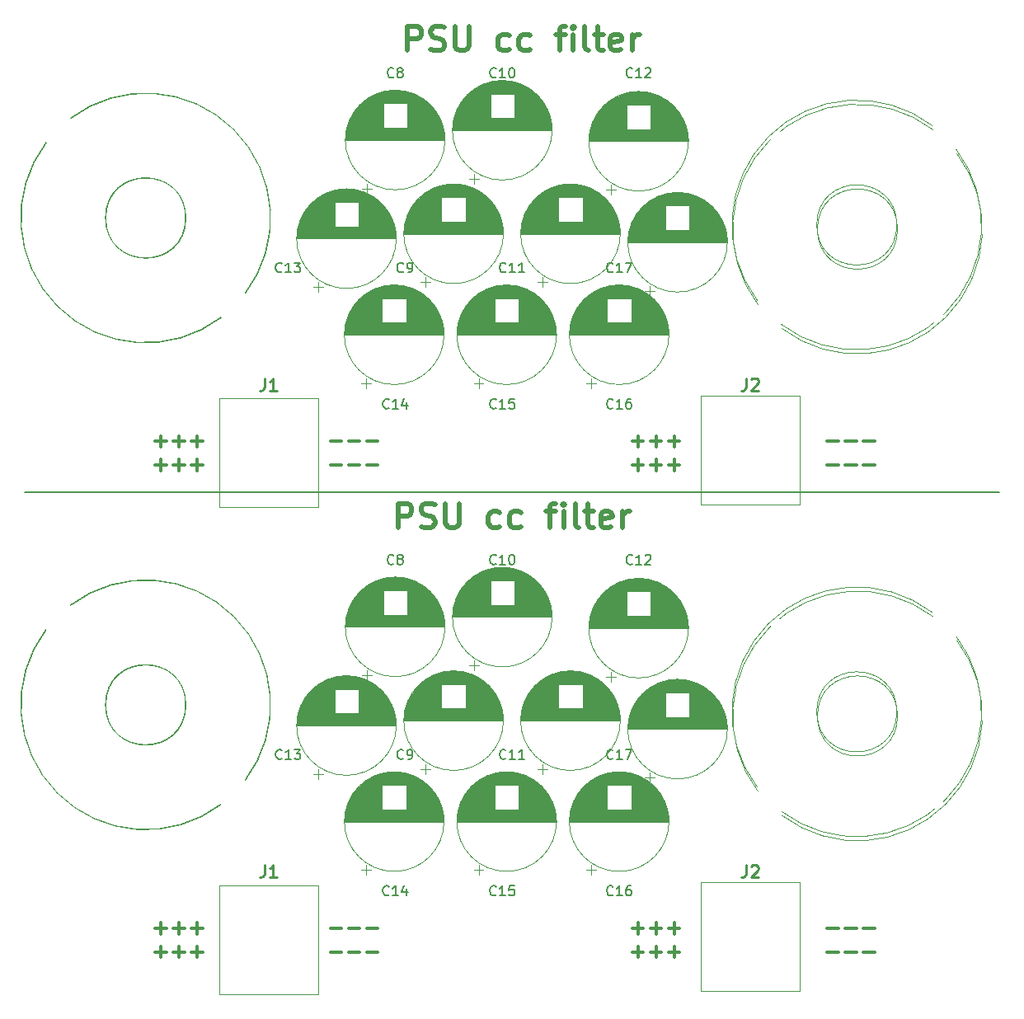
<source format=gto>
G04 #@! TF.GenerationSoftware,KiCad,Pcbnew,7.0.1*
G04 #@! TF.CreationDate,2023-06-27T15:11:53+02:00*
G04 #@! TF.ProjectId,K_PSU_dual_filter,4b5f5053-555f-4647-9561-6c5f66696c74,rev?*
G04 #@! TF.SameCoordinates,Original*
G04 #@! TF.FileFunction,Legend,Top*
G04 #@! TF.FilePolarity,Positive*
%FSLAX46Y46*%
G04 Gerber Fmt 4.6, Leading zero omitted, Abs format (unit mm)*
G04 Created by KiCad (PCBNEW 7.0.1) date 2023-06-27 15:11:53*
%MOMM*%
%LPD*%
G01*
G04 APERTURE LIST*
%ADD10C,0.150000*%
%ADD11C,0.500000*%
%ADD12C,0.375000*%
%ADD13C,0.254000*%
%ADD14C,0.120000*%
%ADD15C,0.100000*%
%ADD16R,2.000000X2.000000*%
%ADD17C,2.000000*%
%ADD18C,6.400000*%
%ADD19C,3.000000*%
%ADD20R,1.950000X1.950000*%
%ADD21C,1.950000*%
G04 APERTURE END LIST*
D10*
X105000000Y-85000000D02*
X205000000Y-85000000D01*
D11*
X144273810Y-39694047D02*
X144273810Y-37194047D01*
X144273810Y-37194047D02*
X145226191Y-37194047D01*
X145226191Y-37194047D02*
X145464286Y-37313095D01*
X145464286Y-37313095D02*
X145583333Y-37432142D01*
X145583333Y-37432142D02*
X145702381Y-37670238D01*
X145702381Y-37670238D02*
X145702381Y-38027380D01*
X145702381Y-38027380D02*
X145583333Y-38265476D01*
X145583333Y-38265476D02*
X145464286Y-38384523D01*
X145464286Y-38384523D02*
X145226191Y-38503571D01*
X145226191Y-38503571D02*
X144273810Y-38503571D01*
X146654762Y-39575000D02*
X147011905Y-39694047D01*
X147011905Y-39694047D02*
X147607143Y-39694047D01*
X147607143Y-39694047D02*
X147845238Y-39575000D01*
X147845238Y-39575000D02*
X147964286Y-39455952D01*
X147964286Y-39455952D02*
X148083333Y-39217857D01*
X148083333Y-39217857D02*
X148083333Y-38979761D01*
X148083333Y-38979761D02*
X147964286Y-38741666D01*
X147964286Y-38741666D02*
X147845238Y-38622619D01*
X147845238Y-38622619D02*
X147607143Y-38503571D01*
X147607143Y-38503571D02*
X147130952Y-38384523D01*
X147130952Y-38384523D02*
X146892857Y-38265476D01*
X146892857Y-38265476D02*
X146773810Y-38146428D01*
X146773810Y-38146428D02*
X146654762Y-37908333D01*
X146654762Y-37908333D02*
X146654762Y-37670238D01*
X146654762Y-37670238D02*
X146773810Y-37432142D01*
X146773810Y-37432142D02*
X146892857Y-37313095D01*
X146892857Y-37313095D02*
X147130952Y-37194047D01*
X147130952Y-37194047D02*
X147726191Y-37194047D01*
X147726191Y-37194047D02*
X148083333Y-37313095D01*
X149154762Y-37194047D02*
X149154762Y-39217857D01*
X149154762Y-39217857D02*
X149273809Y-39455952D01*
X149273809Y-39455952D02*
X149392857Y-39575000D01*
X149392857Y-39575000D02*
X149630952Y-39694047D01*
X149630952Y-39694047D02*
X150107143Y-39694047D01*
X150107143Y-39694047D02*
X150345238Y-39575000D01*
X150345238Y-39575000D02*
X150464285Y-39455952D01*
X150464285Y-39455952D02*
X150583333Y-39217857D01*
X150583333Y-39217857D02*
X150583333Y-37194047D01*
X154750000Y-39575000D02*
X154511905Y-39694047D01*
X154511905Y-39694047D02*
X154035714Y-39694047D01*
X154035714Y-39694047D02*
X153797619Y-39575000D01*
X153797619Y-39575000D02*
X153678572Y-39455952D01*
X153678572Y-39455952D02*
X153559524Y-39217857D01*
X153559524Y-39217857D02*
X153559524Y-38503571D01*
X153559524Y-38503571D02*
X153678572Y-38265476D01*
X153678572Y-38265476D02*
X153797619Y-38146428D01*
X153797619Y-38146428D02*
X154035714Y-38027380D01*
X154035714Y-38027380D02*
X154511905Y-38027380D01*
X154511905Y-38027380D02*
X154750000Y-38146428D01*
X156892857Y-39575000D02*
X156654762Y-39694047D01*
X156654762Y-39694047D02*
X156178571Y-39694047D01*
X156178571Y-39694047D02*
X155940476Y-39575000D01*
X155940476Y-39575000D02*
X155821429Y-39455952D01*
X155821429Y-39455952D02*
X155702381Y-39217857D01*
X155702381Y-39217857D02*
X155702381Y-38503571D01*
X155702381Y-38503571D02*
X155821429Y-38265476D01*
X155821429Y-38265476D02*
X155940476Y-38146428D01*
X155940476Y-38146428D02*
X156178571Y-38027380D01*
X156178571Y-38027380D02*
X156654762Y-38027380D01*
X156654762Y-38027380D02*
X156892857Y-38146428D01*
X159511905Y-38027380D02*
X160464286Y-38027380D01*
X159869048Y-39694047D02*
X159869048Y-37551190D01*
X159869048Y-37551190D02*
X159988095Y-37313095D01*
X159988095Y-37313095D02*
X160226190Y-37194047D01*
X160226190Y-37194047D02*
X160464286Y-37194047D01*
X161297619Y-39694047D02*
X161297619Y-38027380D01*
X161297619Y-37194047D02*
X161178571Y-37313095D01*
X161178571Y-37313095D02*
X161297619Y-37432142D01*
X161297619Y-37432142D02*
X161416666Y-37313095D01*
X161416666Y-37313095D02*
X161297619Y-37194047D01*
X161297619Y-37194047D02*
X161297619Y-37432142D01*
X162845237Y-39694047D02*
X162607142Y-39575000D01*
X162607142Y-39575000D02*
X162488095Y-39336904D01*
X162488095Y-39336904D02*
X162488095Y-37194047D01*
X163440476Y-38027380D02*
X164392857Y-38027380D01*
X163797619Y-37194047D02*
X163797619Y-39336904D01*
X163797619Y-39336904D02*
X163916666Y-39575000D01*
X163916666Y-39575000D02*
X164154761Y-39694047D01*
X164154761Y-39694047D02*
X164392857Y-39694047D01*
X166178571Y-39575000D02*
X165940475Y-39694047D01*
X165940475Y-39694047D02*
X165464285Y-39694047D01*
X165464285Y-39694047D02*
X165226190Y-39575000D01*
X165226190Y-39575000D02*
X165107142Y-39336904D01*
X165107142Y-39336904D02*
X165107142Y-38384523D01*
X165107142Y-38384523D02*
X165226190Y-38146428D01*
X165226190Y-38146428D02*
X165464285Y-38027380D01*
X165464285Y-38027380D02*
X165940475Y-38027380D01*
X165940475Y-38027380D02*
X166178571Y-38146428D01*
X166178571Y-38146428D02*
X166297618Y-38384523D01*
X166297618Y-38384523D02*
X166297618Y-38622619D01*
X166297618Y-38622619D02*
X165107142Y-38860714D01*
X167369047Y-39694047D02*
X167369047Y-38027380D01*
X167369047Y-38503571D02*
X167488094Y-38265476D01*
X167488094Y-38265476D02*
X167607142Y-38146428D01*
X167607142Y-38146428D02*
X167845237Y-38027380D01*
X167845237Y-38027380D02*
X168083332Y-38027380D01*
X143273810Y-88694047D02*
X143273810Y-86194047D01*
X143273810Y-86194047D02*
X144226191Y-86194047D01*
X144226191Y-86194047D02*
X144464286Y-86313095D01*
X144464286Y-86313095D02*
X144583333Y-86432142D01*
X144583333Y-86432142D02*
X144702381Y-86670238D01*
X144702381Y-86670238D02*
X144702381Y-87027380D01*
X144702381Y-87027380D02*
X144583333Y-87265476D01*
X144583333Y-87265476D02*
X144464286Y-87384523D01*
X144464286Y-87384523D02*
X144226191Y-87503571D01*
X144226191Y-87503571D02*
X143273810Y-87503571D01*
X145654762Y-88575000D02*
X146011905Y-88694047D01*
X146011905Y-88694047D02*
X146607143Y-88694047D01*
X146607143Y-88694047D02*
X146845238Y-88575000D01*
X146845238Y-88575000D02*
X146964286Y-88455952D01*
X146964286Y-88455952D02*
X147083333Y-88217857D01*
X147083333Y-88217857D02*
X147083333Y-87979761D01*
X147083333Y-87979761D02*
X146964286Y-87741666D01*
X146964286Y-87741666D02*
X146845238Y-87622619D01*
X146845238Y-87622619D02*
X146607143Y-87503571D01*
X146607143Y-87503571D02*
X146130952Y-87384523D01*
X146130952Y-87384523D02*
X145892857Y-87265476D01*
X145892857Y-87265476D02*
X145773810Y-87146428D01*
X145773810Y-87146428D02*
X145654762Y-86908333D01*
X145654762Y-86908333D02*
X145654762Y-86670238D01*
X145654762Y-86670238D02*
X145773810Y-86432142D01*
X145773810Y-86432142D02*
X145892857Y-86313095D01*
X145892857Y-86313095D02*
X146130952Y-86194047D01*
X146130952Y-86194047D02*
X146726191Y-86194047D01*
X146726191Y-86194047D02*
X147083333Y-86313095D01*
X148154762Y-86194047D02*
X148154762Y-88217857D01*
X148154762Y-88217857D02*
X148273809Y-88455952D01*
X148273809Y-88455952D02*
X148392857Y-88575000D01*
X148392857Y-88575000D02*
X148630952Y-88694047D01*
X148630952Y-88694047D02*
X149107143Y-88694047D01*
X149107143Y-88694047D02*
X149345238Y-88575000D01*
X149345238Y-88575000D02*
X149464285Y-88455952D01*
X149464285Y-88455952D02*
X149583333Y-88217857D01*
X149583333Y-88217857D02*
X149583333Y-86194047D01*
X153750000Y-88575000D02*
X153511905Y-88694047D01*
X153511905Y-88694047D02*
X153035714Y-88694047D01*
X153035714Y-88694047D02*
X152797619Y-88575000D01*
X152797619Y-88575000D02*
X152678572Y-88455952D01*
X152678572Y-88455952D02*
X152559524Y-88217857D01*
X152559524Y-88217857D02*
X152559524Y-87503571D01*
X152559524Y-87503571D02*
X152678572Y-87265476D01*
X152678572Y-87265476D02*
X152797619Y-87146428D01*
X152797619Y-87146428D02*
X153035714Y-87027380D01*
X153035714Y-87027380D02*
X153511905Y-87027380D01*
X153511905Y-87027380D02*
X153750000Y-87146428D01*
X155892857Y-88575000D02*
X155654762Y-88694047D01*
X155654762Y-88694047D02*
X155178571Y-88694047D01*
X155178571Y-88694047D02*
X154940476Y-88575000D01*
X154940476Y-88575000D02*
X154821429Y-88455952D01*
X154821429Y-88455952D02*
X154702381Y-88217857D01*
X154702381Y-88217857D02*
X154702381Y-87503571D01*
X154702381Y-87503571D02*
X154821429Y-87265476D01*
X154821429Y-87265476D02*
X154940476Y-87146428D01*
X154940476Y-87146428D02*
X155178571Y-87027380D01*
X155178571Y-87027380D02*
X155654762Y-87027380D01*
X155654762Y-87027380D02*
X155892857Y-87146428D01*
X158511905Y-87027380D02*
X159464286Y-87027380D01*
X158869048Y-88694047D02*
X158869048Y-86551190D01*
X158869048Y-86551190D02*
X158988095Y-86313095D01*
X158988095Y-86313095D02*
X159226190Y-86194047D01*
X159226190Y-86194047D02*
X159464286Y-86194047D01*
X160297619Y-88694047D02*
X160297619Y-87027380D01*
X160297619Y-86194047D02*
X160178571Y-86313095D01*
X160178571Y-86313095D02*
X160297619Y-86432142D01*
X160297619Y-86432142D02*
X160416666Y-86313095D01*
X160416666Y-86313095D02*
X160297619Y-86194047D01*
X160297619Y-86194047D02*
X160297619Y-86432142D01*
X161845237Y-88694047D02*
X161607142Y-88575000D01*
X161607142Y-88575000D02*
X161488095Y-88336904D01*
X161488095Y-88336904D02*
X161488095Y-86194047D01*
X162440476Y-87027380D02*
X163392857Y-87027380D01*
X162797619Y-86194047D02*
X162797619Y-88336904D01*
X162797619Y-88336904D02*
X162916666Y-88575000D01*
X162916666Y-88575000D02*
X163154761Y-88694047D01*
X163154761Y-88694047D02*
X163392857Y-88694047D01*
X165178571Y-88575000D02*
X164940475Y-88694047D01*
X164940475Y-88694047D02*
X164464285Y-88694047D01*
X164464285Y-88694047D02*
X164226190Y-88575000D01*
X164226190Y-88575000D02*
X164107142Y-88336904D01*
X164107142Y-88336904D02*
X164107142Y-87384523D01*
X164107142Y-87384523D02*
X164226190Y-87146428D01*
X164226190Y-87146428D02*
X164464285Y-87027380D01*
X164464285Y-87027380D02*
X164940475Y-87027380D01*
X164940475Y-87027380D02*
X165178571Y-87146428D01*
X165178571Y-87146428D02*
X165297618Y-87384523D01*
X165297618Y-87384523D02*
X165297618Y-87622619D01*
X165297618Y-87622619D02*
X164107142Y-87860714D01*
X166369047Y-88694047D02*
X166369047Y-87027380D01*
X166369047Y-87503571D02*
X166488094Y-87265476D01*
X166488094Y-87265476D02*
X166607142Y-87146428D01*
X166607142Y-87146428D02*
X166845237Y-87027380D01*
X166845237Y-87027380D02*
X167083332Y-87027380D01*
D12*
X136357142Y-129815000D02*
X137500000Y-129815000D01*
X138214285Y-129815000D02*
X139357143Y-129815000D01*
X140071428Y-129815000D02*
X141214286Y-129815000D01*
X136357142Y-132245000D02*
X137500000Y-132245000D01*
X138214285Y-132245000D02*
X139357143Y-132245000D01*
X140071428Y-132245000D02*
X141214286Y-132245000D01*
X187357142Y-79815000D02*
X188500000Y-79815000D01*
X189214285Y-79815000D02*
X190357143Y-79815000D01*
X191071428Y-79815000D02*
X192214286Y-79815000D01*
X187357142Y-82245000D02*
X188500000Y-82245000D01*
X189214285Y-82245000D02*
X190357143Y-82245000D01*
X191071428Y-82245000D02*
X192214286Y-82245000D01*
X118357142Y-79815000D02*
X119500000Y-79815000D01*
X118928571Y-80386428D02*
X118928571Y-79243571D01*
X120214285Y-79815000D02*
X121357143Y-79815000D01*
X120785714Y-80386428D02*
X120785714Y-79243571D01*
X122071428Y-79815000D02*
X123214286Y-79815000D01*
X122642857Y-80386428D02*
X122642857Y-79243571D01*
X118357142Y-82245000D02*
X119500000Y-82245000D01*
X118928571Y-82816428D02*
X118928571Y-81673571D01*
X120214285Y-82245000D02*
X121357143Y-82245000D01*
X120785714Y-82816428D02*
X120785714Y-81673571D01*
X122071428Y-82245000D02*
X123214286Y-82245000D01*
X122642857Y-82816428D02*
X122642857Y-81673571D01*
X118357142Y-129815000D02*
X119500000Y-129815000D01*
X118928571Y-130386428D02*
X118928571Y-129243571D01*
X120214285Y-129815000D02*
X121357143Y-129815000D01*
X120785714Y-130386428D02*
X120785714Y-129243571D01*
X122071428Y-129815000D02*
X123214286Y-129815000D01*
X122642857Y-130386428D02*
X122642857Y-129243571D01*
X118357142Y-132245000D02*
X119500000Y-132245000D01*
X118928571Y-132816428D02*
X118928571Y-131673571D01*
X120214285Y-132245000D02*
X121357143Y-132245000D01*
X120785714Y-132816428D02*
X120785714Y-131673571D01*
X122071428Y-132245000D02*
X123214286Y-132245000D01*
X122642857Y-132816428D02*
X122642857Y-131673571D01*
X187357142Y-129815000D02*
X188500000Y-129815000D01*
X189214285Y-129815000D02*
X190357143Y-129815000D01*
X191071428Y-129815000D02*
X192214286Y-129815000D01*
X187357142Y-132245000D02*
X188500000Y-132245000D01*
X189214285Y-132245000D02*
X190357143Y-132245000D01*
X191071428Y-132245000D02*
X192214286Y-132245000D01*
X167357142Y-79815000D02*
X168500000Y-79815000D01*
X167928571Y-80386428D02*
X167928571Y-79243571D01*
X169214285Y-79815000D02*
X170357143Y-79815000D01*
X169785714Y-80386428D02*
X169785714Y-79243571D01*
X171071428Y-79815000D02*
X172214286Y-79815000D01*
X171642857Y-80386428D02*
X171642857Y-79243571D01*
X167357142Y-82245000D02*
X168500000Y-82245000D01*
X167928571Y-82816428D02*
X167928571Y-81673571D01*
X169214285Y-82245000D02*
X170357143Y-82245000D01*
X169785714Y-82816428D02*
X169785714Y-81673571D01*
X171071428Y-82245000D02*
X172214286Y-82245000D01*
X171642857Y-82816428D02*
X171642857Y-81673571D01*
X167357142Y-129815000D02*
X168500000Y-129815000D01*
X167928571Y-130386428D02*
X167928571Y-129243571D01*
X169214285Y-129815000D02*
X170357143Y-129815000D01*
X169785714Y-130386428D02*
X169785714Y-129243571D01*
X171071428Y-129815000D02*
X172214286Y-129815000D01*
X171642857Y-130386428D02*
X171642857Y-129243571D01*
X167357142Y-132245000D02*
X168500000Y-132245000D01*
X167928571Y-132816428D02*
X167928571Y-131673571D01*
X169214285Y-132245000D02*
X170357143Y-132245000D01*
X169785714Y-132816428D02*
X169785714Y-131673571D01*
X171071428Y-132245000D02*
X172214286Y-132245000D01*
X171642857Y-132816428D02*
X171642857Y-131673571D01*
X136357142Y-79815000D02*
X137500000Y-79815000D01*
X138214285Y-79815000D02*
X139357143Y-79815000D01*
X140071428Y-79815000D02*
X141214286Y-79815000D01*
X136357142Y-82245000D02*
X137500000Y-82245000D01*
X138214285Y-82245000D02*
X139357143Y-82245000D01*
X140071428Y-82245000D02*
X141214286Y-82245000D01*
D10*
X153357142Y-42367380D02*
X153309523Y-42415000D01*
X153309523Y-42415000D02*
X153166666Y-42462619D01*
X153166666Y-42462619D02*
X153071428Y-42462619D01*
X153071428Y-42462619D02*
X152928571Y-42415000D01*
X152928571Y-42415000D02*
X152833333Y-42319761D01*
X152833333Y-42319761D02*
X152785714Y-42224523D01*
X152785714Y-42224523D02*
X152738095Y-42034047D01*
X152738095Y-42034047D02*
X152738095Y-41891190D01*
X152738095Y-41891190D02*
X152785714Y-41700714D01*
X152785714Y-41700714D02*
X152833333Y-41605476D01*
X152833333Y-41605476D02*
X152928571Y-41510238D01*
X152928571Y-41510238D02*
X153071428Y-41462619D01*
X153071428Y-41462619D02*
X153166666Y-41462619D01*
X153166666Y-41462619D02*
X153309523Y-41510238D01*
X153309523Y-41510238D02*
X153357142Y-41557857D01*
X154309523Y-42462619D02*
X153738095Y-42462619D01*
X154023809Y-42462619D02*
X154023809Y-41462619D01*
X154023809Y-41462619D02*
X153928571Y-41605476D01*
X153928571Y-41605476D02*
X153833333Y-41700714D01*
X153833333Y-41700714D02*
X153738095Y-41748333D01*
X154928571Y-41462619D02*
X155023809Y-41462619D01*
X155023809Y-41462619D02*
X155119047Y-41510238D01*
X155119047Y-41510238D02*
X155166666Y-41557857D01*
X155166666Y-41557857D02*
X155214285Y-41653095D01*
X155214285Y-41653095D02*
X155261904Y-41843571D01*
X155261904Y-41843571D02*
X155261904Y-42081666D01*
X155261904Y-42081666D02*
X155214285Y-42272142D01*
X155214285Y-42272142D02*
X155166666Y-42367380D01*
X155166666Y-42367380D02*
X155119047Y-42415000D01*
X155119047Y-42415000D02*
X155023809Y-42462619D01*
X155023809Y-42462619D02*
X154928571Y-42462619D01*
X154928571Y-42462619D02*
X154833333Y-42415000D01*
X154833333Y-42415000D02*
X154785714Y-42367380D01*
X154785714Y-42367380D02*
X154738095Y-42272142D01*
X154738095Y-42272142D02*
X154690476Y-42081666D01*
X154690476Y-42081666D02*
X154690476Y-41843571D01*
X154690476Y-41843571D02*
X154738095Y-41653095D01*
X154738095Y-41653095D02*
X154785714Y-41557857D01*
X154785714Y-41557857D02*
X154833333Y-41510238D01*
X154833333Y-41510238D02*
X154928571Y-41462619D01*
X153357142Y-76367380D02*
X153309523Y-76415000D01*
X153309523Y-76415000D02*
X153166666Y-76462619D01*
X153166666Y-76462619D02*
X153071428Y-76462619D01*
X153071428Y-76462619D02*
X152928571Y-76415000D01*
X152928571Y-76415000D02*
X152833333Y-76319761D01*
X152833333Y-76319761D02*
X152785714Y-76224523D01*
X152785714Y-76224523D02*
X152738095Y-76034047D01*
X152738095Y-76034047D02*
X152738095Y-75891190D01*
X152738095Y-75891190D02*
X152785714Y-75700714D01*
X152785714Y-75700714D02*
X152833333Y-75605476D01*
X152833333Y-75605476D02*
X152928571Y-75510238D01*
X152928571Y-75510238D02*
X153071428Y-75462619D01*
X153071428Y-75462619D02*
X153166666Y-75462619D01*
X153166666Y-75462619D02*
X153309523Y-75510238D01*
X153309523Y-75510238D02*
X153357142Y-75557857D01*
X154309523Y-76462619D02*
X153738095Y-76462619D01*
X154023809Y-76462619D02*
X154023809Y-75462619D01*
X154023809Y-75462619D02*
X153928571Y-75605476D01*
X153928571Y-75605476D02*
X153833333Y-75700714D01*
X153833333Y-75700714D02*
X153738095Y-75748333D01*
X155214285Y-75462619D02*
X154738095Y-75462619D01*
X154738095Y-75462619D02*
X154690476Y-75938809D01*
X154690476Y-75938809D02*
X154738095Y-75891190D01*
X154738095Y-75891190D02*
X154833333Y-75843571D01*
X154833333Y-75843571D02*
X155071428Y-75843571D01*
X155071428Y-75843571D02*
X155166666Y-75891190D01*
X155166666Y-75891190D02*
X155214285Y-75938809D01*
X155214285Y-75938809D02*
X155261904Y-76034047D01*
X155261904Y-76034047D02*
X155261904Y-76272142D01*
X155261904Y-76272142D02*
X155214285Y-76367380D01*
X155214285Y-76367380D02*
X155166666Y-76415000D01*
X155166666Y-76415000D02*
X155071428Y-76462619D01*
X155071428Y-76462619D02*
X154833333Y-76462619D01*
X154833333Y-76462619D02*
X154738095Y-76415000D01*
X154738095Y-76415000D02*
X154690476Y-76367380D01*
X167357142Y-42367380D02*
X167309523Y-42415000D01*
X167309523Y-42415000D02*
X167166666Y-42462619D01*
X167166666Y-42462619D02*
X167071428Y-42462619D01*
X167071428Y-42462619D02*
X166928571Y-42415000D01*
X166928571Y-42415000D02*
X166833333Y-42319761D01*
X166833333Y-42319761D02*
X166785714Y-42224523D01*
X166785714Y-42224523D02*
X166738095Y-42034047D01*
X166738095Y-42034047D02*
X166738095Y-41891190D01*
X166738095Y-41891190D02*
X166785714Y-41700714D01*
X166785714Y-41700714D02*
X166833333Y-41605476D01*
X166833333Y-41605476D02*
X166928571Y-41510238D01*
X166928571Y-41510238D02*
X167071428Y-41462619D01*
X167071428Y-41462619D02*
X167166666Y-41462619D01*
X167166666Y-41462619D02*
X167309523Y-41510238D01*
X167309523Y-41510238D02*
X167357142Y-41557857D01*
X168309523Y-42462619D02*
X167738095Y-42462619D01*
X168023809Y-42462619D02*
X168023809Y-41462619D01*
X168023809Y-41462619D02*
X167928571Y-41605476D01*
X167928571Y-41605476D02*
X167833333Y-41700714D01*
X167833333Y-41700714D02*
X167738095Y-41748333D01*
X168690476Y-41557857D02*
X168738095Y-41510238D01*
X168738095Y-41510238D02*
X168833333Y-41462619D01*
X168833333Y-41462619D02*
X169071428Y-41462619D01*
X169071428Y-41462619D02*
X169166666Y-41510238D01*
X169166666Y-41510238D02*
X169214285Y-41557857D01*
X169214285Y-41557857D02*
X169261904Y-41653095D01*
X169261904Y-41653095D02*
X169261904Y-41748333D01*
X169261904Y-41748333D02*
X169214285Y-41891190D01*
X169214285Y-41891190D02*
X168642857Y-42462619D01*
X168642857Y-42462619D02*
X169261904Y-42462619D01*
D13*
X179036667Y-123317526D02*
X179036667Y-124224669D01*
X179036667Y-124224669D02*
X178976190Y-124406097D01*
X178976190Y-124406097D02*
X178855238Y-124527050D01*
X178855238Y-124527050D02*
X178673809Y-124587526D01*
X178673809Y-124587526D02*
X178552857Y-124587526D01*
X179580952Y-123438478D02*
X179641428Y-123378002D01*
X179641428Y-123378002D02*
X179762381Y-123317526D01*
X179762381Y-123317526D02*
X180064762Y-123317526D01*
X180064762Y-123317526D02*
X180185714Y-123378002D01*
X180185714Y-123378002D02*
X180246190Y-123438478D01*
X180246190Y-123438478D02*
X180306667Y-123559430D01*
X180306667Y-123559430D02*
X180306667Y-123680383D01*
X180306667Y-123680383D02*
X180246190Y-123861811D01*
X180246190Y-123861811D02*
X179520476Y-124587526D01*
X179520476Y-124587526D02*
X180306667Y-124587526D01*
D10*
X142357142Y-126367380D02*
X142309523Y-126415000D01*
X142309523Y-126415000D02*
X142166666Y-126462619D01*
X142166666Y-126462619D02*
X142071428Y-126462619D01*
X142071428Y-126462619D02*
X141928571Y-126415000D01*
X141928571Y-126415000D02*
X141833333Y-126319761D01*
X141833333Y-126319761D02*
X141785714Y-126224523D01*
X141785714Y-126224523D02*
X141738095Y-126034047D01*
X141738095Y-126034047D02*
X141738095Y-125891190D01*
X141738095Y-125891190D02*
X141785714Y-125700714D01*
X141785714Y-125700714D02*
X141833333Y-125605476D01*
X141833333Y-125605476D02*
X141928571Y-125510238D01*
X141928571Y-125510238D02*
X142071428Y-125462619D01*
X142071428Y-125462619D02*
X142166666Y-125462619D01*
X142166666Y-125462619D02*
X142309523Y-125510238D01*
X142309523Y-125510238D02*
X142357142Y-125557857D01*
X143309523Y-126462619D02*
X142738095Y-126462619D01*
X143023809Y-126462619D02*
X143023809Y-125462619D01*
X143023809Y-125462619D02*
X142928571Y-125605476D01*
X142928571Y-125605476D02*
X142833333Y-125700714D01*
X142833333Y-125700714D02*
X142738095Y-125748333D01*
X144166666Y-125795952D02*
X144166666Y-126462619D01*
X143928571Y-125415000D02*
X143690476Y-126129285D01*
X143690476Y-126129285D02*
X144309523Y-126129285D01*
X142833333Y-92367380D02*
X142785714Y-92415000D01*
X142785714Y-92415000D02*
X142642857Y-92462619D01*
X142642857Y-92462619D02*
X142547619Y-92462619D01*
X142547619Y-92462619D02*
X142404762Y-92415000D01*
X142404762Y-92415000D02*
X142309524Y-92319761D01*
X142309524Y-92319761D02*
X142261905Y-92224523D01*
X142261905Y-92224523D02*
X142214286Y-92034047D01*
X142214286Y-92034047D02*
X142214286Y-91891190D01*
X142214286Y-91891190D02*
X142261905Y-91700714D01*
X142261905Y-91700714D02*
X142309524Y-91605476D01*
X142309524Y-91605476D02*
X142404762Y-91510238D01*
X142404762Y-91510238D02*
X142547619Y-91462619D01*
X142547619Y-91462619D02*
X142642857Y-91462619D01*
X142642857Y-91462619D02*
X142785714Y-91510238D01*
X142785714Y-91510238D02*
X142833333Y-91557857D01*
X143404762Y-91891190D02*
X143309524Y-91843571D01*
X143309524Y-91843571D02*
X143261905Y-91795952D01*
X143261905Y-91795952D02*
X143214286Y-91700714D01*
X143214286Y-91700714D02*
X143214286Y-91653095D01*
X143214286Y-91653095D02*
X143261905Y-91557857D01*
X143261905Y-91557857D02*
X143309524Y-91510238D01*
X143309524Y-91510238D02*
X143404762Y-91462619D01*
X143404762Y-91462619D02*
X143595238Y-91462619D01*
X143595238Y-91462619D02*
X143690476Y-91510238D01*
X143690476Y-91510238D02*
X143738095Y-91557857D01*
X143738095Y-91557857D02*
X143785714Y-91653095D01*
X143785714Y-91653095D02*
X143785714Y-91700714D01*
X143785714Y-91700714D02*
X143738095Y-91795952D01*
X143738095Y-91795952D02*
X143690476Y-91843571D01*
X143690476Y-91843571D02*
X143595238Y-91891190D01*
X143595238Y-91891190D02*
X143404762Y-91891190D01*
X143404762Y-91891190D02*
X143309524Y-91938809D01*
X143309524Y-91938809D02*
X143261905Y-91986428D01*
X143261905Y-91986428D02*
X143214286Y-92081666D01*
X143214286Y-92081666D02*
X143214286Y-92272142D01*
X143214286Y-92272142D02*
X143261905Y-92367380D01*
X143261905Y-92367380D02*
X143309524Y-92415000D01*
X143309524Y-92415000D02*
X143404762Y-92462619D01*
X143404762Y-92462619D02*
X143595238Y-92462619D01*
X143595238Y-92462619D02*
X143690476Y-92415000D01*
X143690476Y-92415000D02*
X143738095Y-92367380D01*
X143738095Y-92367380D02*
X143785714Y-92272142D01*
X143785714Y-92272142D02*
X143785714Y-92081666D01*
X143785714Y-92081666D02*
X143738095Y-91986428D01*
X143738095Y-91986428D02*
X143690476Y-91938809D01*
X143690476Y-91938809D02*
X143595238Y-91891190D01*
D13*
X179036667Y-73317526D02*
X179036667Y-74224669D01*
X179036667Y-74224669D02*
X178976190Y-74406097D01*
X178976190Y-74406097D02*
X178855238Y-74527050D01*
X178855238Y-74527050D02*
X178673809Y-74587526D01*
X178673809Y-74587526D02*
X178552857Y-74587526D01*
X179580952Y-73438478D02*
X179641428Y-73378002D01*
X179641428Y-73378002D02*
X179762381Y-73317526D01*
X179762381Y-73317526D02*
X180064762Y-73317526D01*
X180064762Y-73317526D02*
X180185714Y-73378002D01*
X180185714Y-73378002D02*
X180246190Y-73438478D01*
X180246190Y-73438478D02*
X180306667Y-73559430D01*
X180306667Y-73559430D02*
X180306667Y-73680383D01*
X180306667Y-73680383D02*
X180246190Y-73861811D01*
X180246190Y-73861811D02*
X179520476Y-74587526D01*
X179520476Y-74587526D02*
X180306667Y-74587526D01*
D10*
X165357142Y-126367380D02*
X165309523Y-126415000D01*
X165309523Y-126415000D02*
X165166666Y-126462619D01*
X165166666Y-126462619D02*
X165071428Y-126462619D01*
X165071428Y-126462619D02*
X164928571Y-126415000D01*
X164928571Y-126415000D02*
X164833333Y-126319761D01*
X164833333Y-126319761D02*
X164785714Y-126224523D01*
X164785714Y-126224523D02*
X164738095Y-126034047D01*
X164738095Y-126034047D02*
X164738095Y-125891190D01*
X164738095Y-125891190D02*
X164785714Y-125700714D01*
X164785714Y-125700714D02*
X164833333Y-125605476D01*
X164833333Y-125605476D02*
X164928571Y-125510238D01*
X164928571Y-125510238D02*
X165071428Y-125462619D01*
X165071428Y-125462619D02*
X165166666Y-125462619D01*
X165166666Y-125462619D02*
X165309523Y-125510238D01*
X165309523Y-125510238D02*
X165357142Y-125557857D01*
X166309523Y-126462619D02*
X165738095Y-126462619D01*
X166023809Y-126462619D02*
X166023809Y-125462619D01*
X166023809Y-125462619D02*
X165928571Y-125605476D01*
X165928571Y-125605476D02*
X165833333Y-125700714D01*
X165833333Y-125700714D02*
X165738095Y-125748333D01*
X167166666Y-125462619D02*
X166976190Y-125462619D01*
X166976190Y-125462619D02*
X166880952Y-125510238D01*
X166880952Y-125510238D02*
X166833333Y-125557857D01*
X166833333Y-125557857D02*
X166738095Y-125700714D01*
X166738095Y-125700714D02*
X166690476Y-125891190D01*
X166690476Y-125891190D02*
X166690476Y-126272142D01*
X166690476Y-126272142D02*
X166738095Y-126367380D01*
X166738095Y-126367380D02*
X166785714Y-126415000D01*
X166785714Y-126415000D02*
X166880952Y-126462619D01*
X166880952Y-126462619D02*
X167071428Y-126462619D01*
X167071428Y-126462619D02*
X167166666Y-126415000D01*
X167166666Y-126415000D02*
X167214285Y-126367380D01*
X167214285Y-126367380D02*
X167261904Y-126272142D01*
X167261904Y-126272142D02*
X167261904Y-126034047D01*
X167261904Y-126034047D02*
X167214285Y-125938809D01*
X167214285Y-125938809D02*
X167166666Y-125891190D01*
X167166666Y-125891190D02*
X167071428Y-125843571D01*
X167071428Y-125843571D02*
X166880952Y-125843571D01*
X166880952Y-125843571D02*
X166785714Y-125891190D01*
X166785714Y-125891190D02*
X166738095Y-125938809D01*
X166738095Y-125938809D02*
X166690476Y-126034047D01*
X142357142Y-76367380D02*
X142309523Y-76415000D01*
X142309523Y-76415000D02*
X142166666Y-76462619D01*
X142166666Y-76462619D02*
X142071428Y-76462619D01*
X142071428Y-76462619D02*
X141928571Y-76415000D01*
X141928571Y-76415000D02*
X141833333Y-76319761D01*
X141833333Y-76319761D02*
X141785714Y-76224523D01*
X141785714Y-76224523D02*
X141738095Y-76034047D01*
X141738095Y-76034047D02*
X141738095Y-75891190D01*
X141738095Y-75891190D02*
X141785714Y-75700714D01*
X141785714Y-75700714D02*
X141833333Y-75605476D01*
X141833333Y-75605476D02*
X141928571Y-75510238D01*
X141928571Y-75510238D02*
X142071428Y-75462619D01*
X142071428Y-75462619D02*
X142166666Y-75462619D01*
X142166666Y-75462619D02*
X142309523Y-75510238D01*
X142309523Y-75510238D02*
X142357142Y-75557857D01*
X143309523Y-76462619D02*
X142738095Y-76462619D01*
X143023809Y-76462619D02*
X143023809Y-75462619D01*
X143023809Y-75462619D02*
X142928571Y-75605476D01*
X142928571Y-75605476D02*
X142833333Y-75700714D01*
X142833333Y-75700714D02*
X142738095Y-75748333D01*
X144166666Y-75795952D02*
X144166666Y-76462619D01*
X143928571Y-75415000D02*
X143690476Y-76129285D01*
X143690476Y-76129285D02*
X144309523Y-76129285D01*
X165357142Y-62367380D02*
X165309523Y-62415000D01*
X165309523Y-62415000D02*
X165166666Y-62462619D01*
X165166666Y-62462619D02*
X165071428Y-62462619D01*
X165071428Y-62462619D02*
X164928571Y-62415000D01*
X164928571Y-62415000D02*
X164833333Y-62319761D01*
X164833333Y-62319761D02*
X164785714Y-62224523D01*
X164785714Y-62224523D02*
X164738095Y-62034047D01*
X164738095Y-62034047D02*
X164738095Y-61891190D01*
X164738095Y-61891190D02*
X164785714Y-61700714D01*
X164785714Y-61700714D02*
X164833333Y-61605476D01*
X164833333Y-61605476D02*
X164928571Y-61510238D01*
X164928571Y-61510238D02*
X165071428Y-61462619D01*
X165071428Y-61462619D02*
X165166666Y-61462619D01*
X165166666Y-61462619D02*
X165309523Y-61510238D01*
X165309523Y-61510238D02*
X165357142Y-61557857D01*
X166309523Y-62462619D02*
X165738095Y-62462619D01*
X166023809Y-62462619D02*
X166023809Y-61462619D01*
X166023809Y-61462619D02*
X165928571Y-61605476D01*
X165928571Y-61605476D02*
X165833333Y-61700714D01*
X165833333Y-61700714D02*
X165738095Y-61748333D01*
X166642857Y-61462619D02*
X167309523Y-61462619D01*
X167309523Y-61462619D02*
X166880952Y-62462619D01*
X131357142Y-62367380D02*
X131309523Y-62415000D01*
X131309523Y-62415000D02*
X131166666Y-62462619D01*
X131166666Y-62462619D02*
X131071428Y-62462619D01*
X131071428Y-62462619D02*
X130928571Y-62415000D01*
X130928571Y-62415000D02*
X130833333Y-62319761D01*
X130833333Y-62319761D02*
X130785714Y-62224523D01*
X130785714Y-62224523D02*
X130738095Y-62034047D01*
X130738095Y-62034047D02*
X130738095Y-61891190D01*
X130738095Y-61891190D02*
X130785714Y-61700714D01*
X130785714Y-61700714D02*
X130833333Y-61605476D01*
X130833333Y-61605476D02*
X130928571Y-61510238D01*
X130928571Y-61510238D02*
X131071428Y-61462619D01*
X131071428Y-61462619D02*
X131166666Y-61462619D01*
X131166666Y-61462619D02*
X131309523Y-61510238D01*
X131309523Y-61510238D02*
X131357142Y-61557857D01*
X132309523Y-62462619D02*
X131738095Y-62462619D01*
X132023809Y-62462619D02*
X132023809Y-61462619D01*
X132023809Y-61462619D02*
X131928571Y-61605476D01*
X131928571Y-61605476D02*
X131833333Y-61700714D01*
X131833333Y-61700714D02*
X131738095Y-61748333D01*
X132642857Y-61462619D02*
X133261904Y-61462619D01*
X133261904Y-61462619D02*
X132928571Y-61843571D01*
X132928571Y-61843571D02*
X133071428Y-61843571D01*
X133071428Y-61843571D02*
X133166666Y-61891190D01*
X133166666Y-61891190D02*
X133214285Y-61938809D01*
X133214285Y-61938809D02*
X133261904Y-62034047D01*
X133261904Y-62034047D02*
X133261904Y-62272142D01*
X133261904Y-62272142D02*
X133214285Y-62367380D01*
X133214285Y-62367380D02*
X133166666Y-62415000D01*
X133166666Y-62415000D02*
X133071428Y-62462619D01*
X133071428Y-62462619D02*
X132785714Y-62462619D01*
X132785714Y-62462619D02*
X132690476Y-62415000D01*
X132690476Y-62415000D02*
X132642857Y-62367380D01*
X131357142Y-112367380D02*
X131309523Y-112415000D01*
X131309523Y-112415000D02*
X131166666Y-112462619D01*
X131166666Y-112462619D02*
X131071428Y-112462619D01*
X131071428Y-112462619D02*
X130928571Y-112415000D01*
X130928571Y-112415000D02*
X130833333Y-112319761D01*
X130833333Y-112319761D02*
X130785714Y-112224523D01*
X130785714Y-112224523D02*
X130738095Y-112034047D01*
X130738095Y-112034047D02*
X130738095Y-111891190D01*
X130738095Y-111891190D02*
X130785714Y-111700714D01*
X130785714Y-111700714D02*
X130833333Y-111605476D01*
X130833333Y-111605476D02*
X130928571Y-111510238D01*
X130928571Y-111510238D02*
X131071428Y-111462619D01*
X131071428Y-111462619D02*
X131166666Y-111462619D01*
X131166666Y-111462619D02*
X131309523Y-111510238D01*
X131309523Y-111510238D02*
X131357142Y-111557857D01*
X132309523Y-112462619D02*
X131738095Y-112462619D01*
X132023809Y-112462619D02*
X132023809Y-111462619D01*
X132023809Y-111462619D02*
X131928571Y-111605476D01*
X131928571Y-111605476D02*
X131833333Y-111700714D01*
X131833333Y-111700714D02*
X131738095Y-111748333D01*
X132642857Y-111462619D02*
X133261904Y-111462619D01*
X133261904Y-111462619D02*
X132928571Y-111843571D01*
X132928571Y-111843571D02*
X133071428Y-111843571D01*
X133071428Y-111843571D02*
X133166666Y-111891190D01*
X133166666Y-111891190D02*
X133214285Y-111938809D01*
X133214285Y-111938809D02*
X133261904Y-112034047D01*
X133261904Y-112034047D02*
X133261904Y-112272142D01*
X133261904Y-112272142D02*
X133214285Y-112367380D01*
X133214285Y-112367380D02*
X133166666Y-112415000D01*
X133166666Y-112415000D02*
X133071428Y-112462619D01*
X133071428Y-112462619D02*
X132785714Y-112462619D01*
X132785714Y-112462619D02*
X132690476Y-112415000D01*
X132690476Y-112415000D02*
X132642857Y-112367380D01*
X165357142Y-112367380D02*
X165309523Y-112415000D01*
X165309523Y-112415000D02*
X165166666Y-112462619D01*
X165166666Y-112462619D02*
X165071428Y-112462619D01*
X165071428Y-112462619D02*
X164928571Y-112415000D01*
X164928571Y-112415000D02*
X164833333Y-112319761D01*
X164833333Y-112319761D02*
X164785714Y-112224523D01*
X164785714Y-112224523D02*
X164738095Y-112034047D01*
X164738095Y-112034047D02*
X164738095Y-111891190D01*
X164738095Y-111891190D02*
X164785714Y-111700714D01*
X164785714Y-111700714D02*
X164833333Y-111605476D01*
X164833333Y-111605476D02*
X164928571Y-111510238D01*
X164928571Y-111510238D02*
X165071428Y-111462619D01*
X165071428Y-111462619D02*
X165166666Y-111462619D01*
X165166666Y-111462619D02*
X165309523Y-111510238D01*
X165309523Y-111510238D02*
X165357142Y-111557857D01*
X166309523Y-112462619D02*
X165738095Y-112462619D01*
X166023809Y-112462619D02*
X166023809Y-111462619D01*
X166023809Y-111462619D02*
X165928571Y-111605476D01*
X165928571Y-111605476D02*
X165833333Y-111700714D01*
X165833333Y-111700714D02*
X165738095Y-111748333D01*
X166642857Y-111462619D02*
X167309523Y-111462619D01*
X167309523Y-111462619D02*
X166880952Y-112462619D01*
X142833333Y-42367380D02*
X142785714Y-42415000D01*
X142785714Y-42415000D02*
X142642857Y-42462619D01*
X142642857Y-42462619D02*
X142547619Y-42462619D01*
X142547619Y-42462619D02*
X142404762Y-42415000D01*
X142404762Y-42415000D02*
X142309524Y-42319761D01*
X142309524Y-42319761D02*
X142261905Y-42224523D01*
X142261905Y-42224523D02*
X142214286Y-42034047D01*
X142214286Y-42034047D02*
X142214286Y-41891190D01*
X142214286Y-41891190D02*
X142261905Y-41700714D01*
X142261905Y-41700714D02*
X142309524Y-41605476D01*
X142309524Y-41605476D02*
X142404762Y-41510238D01*
X142404762Y-41510238D02*
X142547619Y-41462619D01*
X142547619Y-41462619D02*
X142642857Y-41462619D01*
X142642857Y-41462619D02*
X142785714Y-41510238D01*
X142785714Y-41510238D02*
X142833333Y-41557857D01*
X143404762Y-41891190D02*
X143309524Y-41843571D01*
X143309524Y-41843571D02*
X143261905Y-41795952D01*
X143261905Y-41795952D02*
X143214286Y-41700714D01*
X143214286Y-41700714D02*
X143214286Y-41653095D01*
X143214286Y-41653095D02*
X143261905Y-41557857D01*
X143261905Y-41557857D02*
X143309524Y-41510238D01*
X143309524Y-41510238D02*
X143404762Y-41462619D01*
X143404762Y-41462619D02*
X143595238Y-41462619D01*
X143595238Y-41462619D02*
X143690476Y-41510238D01*
X143690476Y-41510238D02*
X143738095Y-41557857D01*
X143738095Y-41557857D02*
X143785714Y-41653095D01*
X143785714Y-41653095D02*
X143785714Y-41700714D01*
X143785714Y-41700714D02*
X143738095Y-41795952D01*
X143738095Y-41795952D02*
X143690476Y-41843571D01*
X143690476Y-41843571D02*
X143595238Y-41891190D01*
X143595238Y-41891190D02*
X143404762Y-41891190D01*
X143404762Y-41891190D02*
X143309524Y-41938809D01*
X143309524Y-41938809D02*
X143261905Y-41986428D01*
X143261905Y-41986428D02*
X143214286Y-42081666D01*
X143214286Y-42081666D02*
X143214286Y-42272142D01*
X143214286Y-42272142D02*
X143261905Y-42367380D01*
X143261905Y-42367380D02*
X143309524Y-42415000D01*
X143309524Y-42415000D02*
X143404762Y-42462619D01*
X143404762Y-42462619D02*
X143595238Y-42462619D01*
X143595238Y-42462619D02*
X143690476Y-42415000D01*
X143690476Y-42415000D02*
X143738095Y-42367380D01*
X143738095Y-42367380D02*
X143785714Y-42272142D01*
X143785714Y-42272142D02*
X143785714Y-42081666D01*
X143785714Y-42081666D02*
X143738095Y-41986428D01*
X143738095Y-41986428D02*
X143690476Y-41938809D01*
X143690476Y-41938809D02*
X143595238Y-41891190D01*
X153357142Y-92367380D02*
X153309523Y-92415000D01*
X153309523Y-92415000D02*
X153166666Y-92462619D01*
X153166666Y-92462619D02*
X153071428Y-92462619D01*
X153071428Y-92462619D02*
X152928571Y-92415000D01*
X152928571Y-92415000D02*
X152833333Y-92319761D01*
X152833333Y-92319761D02*
X152785714Y-92224523D01*
X152785714Y-92224523D02*
X152738095Y-92034047D01*
X152738095Y-92034047D02*
X152738095Y-91891190D01*
X152738095Y-91891190D02*
X152785714Y-91700714D01*
X152785714Y-91700714D02*
X152833333Y-91605476D01*
X152833333Y-91605476D02*
X152928571Y-91510238D01*
X152928571Y-91510238D02*
X153071428Y-91462619D01*
X153071428Y-91462619D02*
X153166666Y-91462619D01*
X153166666Y-91462619D02*
X153309523Y-91510238D01*
X153309523Y-91510238D02*
X153357142Y-91557857D01*
X154309523Y-92462619D02*
X153738095Y-92462619D01*
X154023809Y-92462619D02*
X154023809Y-91462619D01*
X154023809Y-91462619D02*
X153928571Y-91605476D01*
X153928571Y-91605476D02*
X153833333Y-91700714D01*
X153833333Y-91700714D02*
X153738095Y-91748333D01*
X154928571Y-91462619D02*
X155023809Y-91462619D01*
X155023809Y-91462619D02*
X155119047Y-91510238D01*
X155119047Y-91510238D02*
X155166666Y-91557857D01*
X155166666Y-91557857D02*
X155214285Y-91653095D01*
X155214285Y-91653095D02*
X155261904Y-91843571D01*
X155261904Y-91843571D02*
X155261904Y-92081666D01*
X155261904Y-92081666D02*
X155214285Y-92272142D01*
X155214285Y-92272142D02*
X155166666Y-92367380D01*
X155166666Y-92367380D02*
X155119047Y-92415000D01*
X155119047Y-92415000D02*
X155023809Y-92462619D01*
X155023809Y-92462619D02*
X154928571Y-92462619D01*
X154928571Y-92462619D02*
X154833333Y-92415000D01*
X154833333Y-92415000D02*
X154785714Y-92367380D01*
X154785714Y-92367380D02*
X154738095Y-92272142D01*
X154738095Y-92272142D02*
X154690476Y-92081666D01*
X154690476Y-92081666D02*
X154690476Y-91843571D01*
X154690476Y-91843571D02*
X154738095Y-91653095D01*
X154738095Y-91653095D02*
X154785714Y-91557857D01*
X154785714Y-91557857D02*
X154833333Y-91510238D01*
X154833333Y-91510238D02*
X154928571Y-91462619D01*
X167357142Y-92367380D02*
X167309523Y-92415000D01*
X167309523Y-92415000D02*
X167166666Y-92462619D01*
X167166666Y-92462619D02*
X167071428Y-92462619D01*
X167071428Y-92462619D02*
X166928571Y-92415000D01*
X166928571Y-92415000D02*
X166833333Y-92319761D01*
X166833333Y-92319761D02*
X166785714Y-92224523D01*
X166785714Y-92224523D02*
X166738095Y-92034047D01*
X166738095Y-92034047D02*
X166738095Y-91891190D01*
X166738095Y-91891190D02*
X166785714Y-91700714D01*
X166785714Y-91700714D02*
X166833333Y-91605476D01*
X166833333Y-91605476D02*
X166928571Y-91510238D01*
X166928571Y-91510238D02*
X167071428Y-91462619D01*
X167071428Y-91462619D02*
X167166666Y-91462619D01*
X167166666Y-91462619D02*
X167309523Y-91510238D01*
X167309523Y-91510238D02*
X167357142Y-91557857D01*
X168309523Y-92462619D02*
X167738095Y-92462619D01*
X168023809Y-92462619D02*
X168023809Y-91462619D01*
X168023809Y-91462619D02*
X167928571Y-91605476D01*
X167928571Y-91605476D02*
X167833333Y-91700714D01*
X167833333Y-91700714D02*
X167738095Y-91748333D01*
X168690476Y-91557857D02*
X168738095Y-91510238D01*
X168738095Y-91510238D02*
X168833333Y-91462619D01*
X168833333Y-91462619D02*
X169071428Y-91462619D01*
X169071428Y-91462619D02*
X169166666Y-91510238D01*
X169166666Y-91510238D02*
X169214285Y-91557857D01*
X169214285Y-91557857D02*
X169261904Y-91653095D01*
X169261904Y-91653095D02*
X169261904Y-91748333D01*
X169261904Y-91748333D02*
X169214285Y-91891190D01*
X169214285Y-91891190D02*
X168642857Y-92462619D01*
X168642857Y-92462619D02*
X169261904Y-92462619D01*
X143833333Y-62367380D02*
X143785714Y-62415000D01*
X143785714Y-62415000D02*
X143642857Y-62462619D01*
X143642857Y-62462619D02*
X143547619Y-62462619D01*
X143547619Y-62462619D02*
X143404762Y-62415000D01*
X143404762Y-62415000D02*
X143309524Y-62319761D01*
X143309524Y-62319761D02*
X143261905Y-62224523D01*
X143261905Y-62224523D02*
X143214286Y-62034047D01*
X143214286Y-62034047D02*
X143214286Y-61891190D01*
X143214286Y-61891190D02*
X143261905Y-61700714D01*
X143261905Y-61700714D02*
X143309524Y-61605476D01*
X143309524Y-61605476D02*
X143404762Y-61510238D01*
X143404762Y-61510238D02*
X143547619Y-61462619D01*
X143547619Y-61462619D02*
X143642857Y-61462619D01*
X143642857Y-61462619D02*
X143785714Y-61510238D01*
X143785714Y-61510238D02*
X143833333Y-61557857D01*
X144309524Y-62462619D02*
X144500000Y-62462619D01*
X144500000Y-62462619D02*
X144595238Y-62415000D01*
X144595238Y-62415000D02*
X144642857Y-62367380D01*
X144642857Y-62367380D02*
X144738095Y-62224523D01*
X144738095Y-62224523D02*
X144785714Y-62034047D01*
X144785714Y-62034047D02*
X144785714Y-61653095D01*
X144785714Y-61653095D02*
X144738095Y-61557857D01*
X144738095Y-61557857D02*
X144690476Y-61510238D01*
X144690476Y-61510238D02*
X144595238Y-61462619D01*
X144595238Y-61462619D02*
X144404762Y-61462619D01*
X144404762Y-61462619D02*
X144309524Y-61510238D01*
X144309524Y-61510238D02*
X144261905Y-61557857D01*
X144261905Y-61557857D02*
X144214286Y-61653095D01*
X144214286Y-61653095D02*
X144214286Y-61891190D01*
X144214286Y-61891190D02*
X144261905Y-61986428D01*
X144261905Y-61986428D02*
X144309524Y-62034047D01*
X144309524Y-62034047D02*
X144404762Y-62081666D01*
X144404762Y-62081666D02*
X144595238Y-62081666D01*
X144595238Y-62081666D02*
X144690476Y-62034047D01*
X144690476Y-62034047D02*
X144738095Y-61986428D01*
X144738095Y-61986428D02*
X144785714Y-61891190D01*
D13*
X129576667Y-123317526D02*
X129576667Y-124224669D01*
X129576667Y-124224669D02*
X129516190Y-124406097D01*
X129516190Y-124406097D02*
X129395238Y-124527050D01*
X129395238Y-124527050D02*
X129213809Y-124587526D01*
X129213809Y-124587526D02*
X129092857Y-124587526D01*
X130846667Y-124587526D02*
X130120952Y-124587526D01*
X130483809Y-124587526D02*
X130483809Y-123317526D01*
X130483809Y-123317526D02*
X130362857Y-123498954D01*
X130362857Y-123498954D02*
X130241905Y-123619907D01*
X130241905Y-123619907D02*
X130120952Y-123680383D01*
D10*
X165357142Y-76367380D02*
X165309523Y-76415000D01*
X165309523Y-76415000D02*
X165166666Y-76462619D01*
X165166666Y-76462619D02*
X165071428Y-76462619D01*
X165071428Y-76462619D02*
X164928571Y-76415000D01*
X164928571Y-76415000D02*
X164833333Y-76319761D01*
X164833333Y-76319761D02*
X164785714Y-76224523D01*
X164785714Y-76224523D02*
X164738095Y-76034047D01*
X164738095Y-76034047D02*
X164738095Y-75891190D01*
X164738095Y-75891190D02*
X164785714Y-75700714D01*
X164785714Y-75700714D02*
X164833333Y-75605476D01*
X164833333Y-75605476D02*
X164928571Y-75510238D01*
X164928571Y-75510238D02*
X165071428Y-75462619D01*
X165071428Y-75462619D02*
X165166666Y-75462619D01*
X165166666Y-75462619D02*
X165309523Y-75510238D01*
X165309523Y-75510238D02*
X165357142Y-75557857D01*
X166309523Y-76462619D02*
X165738095Y-76462619D01*
X166023809Y-76462619D02*
X166023809Y-75462619D01*
X166023809Y-75462619D02*
X165928571Y-75605476D01*
X165928571Y-75605476D02*
X165833333Y-75700714D01*
X165833333Y-75700714D02*
X165738095Y-75748333D01*
X167166666Y-75462619D02*
X166976190Y-75462619D01*
X166976190Y-75462619D02*
X166880952Y-75510238D01*
X166880952Y-75510238D02*
X166833333Y-75557857D01*
X166833333Y-75557857D02*
X166738095Y-75700714D01*
X166738095Y-75700714D02*
X166690476Y-75891190D01*
X166690476Y-75891190D02*
X166690476Y-76272142D01*
X166690476Y-76272142D02*
X166738095Y-76367380D01*
X166738095Y-76367380D02*
X166785714Y-76415000D01*
X166785714Y-76415000D02*
X166880952Y-76462619D01*
X166880952Y-76462619D02*
X167071428Y-76462619D01*
X167071428Y-76462619D02*
X167166666Y-76415000D01*
X167166666Y-76415000D02*
X167214285Y-76367380D01*
X167214285Y-76367380D02*
X167261904Y-76272142D01*
X167261904Y-76272142D02*
X167261904Y-76034047D01*
X167261904Y-76034047D02*
X167214285Y-75938809D01*
X167214285Y-75938809D02*
X167166666Y-75891190D01*
X167166666Y-75891190D02*
X167071428Y-75843571D01*
X167071428Y-75843571D02*
X166880952Y-75843571D01*
X166880952Y-75843571D02*
X166785714Y-75891190D01*
X166785714Y-75891190D02*
X166738095Y-75938809D01*
X166738095Y-75938809D02*
X166690476Y-76034047D01*
D13*
X129576667Y-73317526D02*
X129576667Y-74224669D01*
X129576667Y-74224669D02*
X129516190Y-74406097D01*
X129516190Y-74406097D02*
X129395238Y-74527050D01*
X129395238Y-74527050D02*
X129213809Y-74587526D01*
X129213809Y-74587526D02*
X129092857Y-74587526D01*
X130846667Y-74587526D02*
X130120952Y-74587526D01*
X130483809Y-74587526D02*
X130483809Y-73317526D01*
X130483809Y-73317526D02*
X130362857Y-73498954D01*
X130362857Y-73498954D02*
X130241905Y-73619907D01*
X130241905Y-73619907D02*
X130120952Y-73680383D01*
D10*
X153357142Y-126367380D02*
X153309523Y-126415000D01*
X153309523Y-126415000D02*
X153166666Y-126462619D01*
X153166666Y-126462619D02*
X153071428Y-126462619D01*
X153071428Y-126462619D02*
X152928571Y-126415000D01*
X152928571Y-126415000D02*
X152833333Y-126319761D01*
X152833333Y-126319761D02*
X152785714Y-126224523D01*
X152785714Y-126224523D02*
X152738095Y-126034047D01*
X152738095Y-126034047D02*
X152738095Y-125891190D01*
X152738095Y-125891190D02*
X152785714Y-125700714D01*
X152785714Y-125700714D02*
X152833333Y-125605476D01*
X152833333Y-125605476D02*
X152928571Y-125510238D01*
X152928571Y-125510238D02*
X153071428Y-125462619D01*
X153071428Y-125462619D02*
X153166666Y-125462619D01*
X153166666Y-125462619D02*
X153309523Y-125510238D01*
X153309523Y-125510238D02*
X153357142Y-125557857D01*
X154309523Y-126462619D02*
X153738095Y-126462619D01*
X154023809Y-126462619D02*
X154023809Y-125462619D01*
X154023809Y-125462619D02*
X153928571Y-125605476D01*
X153928571Y-125605476D02*
X153833333Y-125700714D01*
X153833333Y-125700714D02*
X153738095Y-125748333D01*
X155214285Y-125462619D02*
X154738095Y-125462619D01*
X154738095Y-125462619D02*
X154690476Y-125938809D01*
X154690476Y-125938809D02*
X154738095Y-125891190D01*
X154738095Y-125891190D02*
X154833333Y-125843571D01*
X154833333Y-125843571D02*
X155071428Y-125843571D01*
X155071428Y-125843571D02*
X155166666Y-125891190D01*
X155166666Y-125891190D02*
X155214285Y-125938809D01*
X155214285Y-125938809D02*
X155261904Y-126034047D01*
X155261904Y-126034047D02*
X155261904Y-126272142D01*
X155261904Y-126272142D02*
X155214285Y-126367380D01*
X155214285Y-126367380D02*
X155166666Y-126415000D01*
X155166666Y-126415000D02*
X155071428Y-126462619D01*
X155071428Y-126462619D02*
X154833333Y-126462619D01*
X154833333Y-126462619D02*
X154738095Y-126415000D01*
X154738095Y-126415000D02*
X154690476Y-126367380D01*
X143833333Y-112367380D02*
X143785714Y-112415000D01*
X143785714Y-112415000D02*
X143642857Y-112462619D01*
X143642857Y-112462619D02*
X143547619Y-112462619D01*
X143547619Y-112462619D02*
X143404762Y-112415000D01*
X143404762Y-112415000D02*
X143309524Y-112319761D01*
X143309524Y-112319761D02*
X143261905Y-112224523D01*
X143261905Y-112224523D02*
X143214286Y-112034047D01*
X143214286Y-112034047D02*
X143214286Y-111891190D01*
X143214286Y-111891190D02*
X143261905Y-111700714D01*
X143261905Y-111700714D02*
X143309524Y-111605476D01*
X143309524Y-111605476D02*
X143404762Y-111510238D01*
X143404762Y-111510238D02*
X143547619Y-111462619D01*
X143547619Y-111462619D02*
X143642857Y-111462619D01*
X143642857Y-111462619D02*
X143785714Y-111510238D01*
X143785714Y-111510238D02*
X143833333Y-111557857D01*
X144309524Y-112462619D02*
X144500000Y-112462619D01*
X144500000Y-112462619D02*
X144595238Y-112415000D01*
X144595238Y-112415000D02*
X144642857Y-112367380D01*
X144642857Y-112367380D02*
X144738095Y-112224523D01*
X144738095Y-112224523D02*
X144785714Y-112034047D01*
X144785714Y-112034047D02*
X144785714Y-111653095D01*
X144785714Y-111653095D02*
X144738095Y-111557857D01*
X144738095Y-111557857D02*
X144690476Y-111510238D01*
X144690476Y-111510238D02*
X144595238Y-111462619D01*
X144595238Y-111462619D02*
X144404762Y-111462619D01*
X144404762Y-111462619D02*
X144309524Y-111510238D01*
X144309524Y-111510238D02*
X144261905Y-111557857D01*
X144261905Y-111557857D02*
X144214286Y-111653095D01*
X144214286Y-111653095D02*
X144214286Y-111891190D01*
X144214286Y-111891190D02*
X144261905Y-111986428D01*
X144261905Y-111986428D02*
X144309524Y-112034047D01*
X144309524Y-112034047D02*
X144404762Y-112081666D01*
X144404762Y-112081666D02*
X144595238Y-112081666D01*
X144595238Y-112081666D02*
X144690476Y-112034047D01*
X144690476Y-112034047D02*
X144738095Y-111986428D01*
X144738095Y-111986428D02*
X144785714Y-111891190D01*
X154357142Y-112367380D02*
X154309523Y-112415000D01*
X154309523Y-112415000D02*
X154166666Y-112462619D01*
X154166666Y-112462619D02*
X154071428Y-112462619D01*
X154071428Y-112462619D02*
X153928571Y-112415000D01*
X153928571Y-112415000D02*
X153833333Y-112319761D01*
X153833333Y-112319761D02*
X153785714Y-112224523D01*
X153785714Y-112224523D02*
X153738095Y-112034047D01*
X153738095Y-112034047D02*
X153738095Y-111891190D01*
X153738095Y-111891190D02*
X153785714Y-111700714D01*
X153785714Y-111700714D02*
X153833333Y-111605476D01*
X153833333Y-111605476D02*
X153928571Y-111510238D01*
X153928571Y-111510238D02*
X154071428Y-111462619D01*
X154071428Y-111462619D02*
X154166666Y-111462619D01*
X154166666Y-111462619D02*
X154309523Y-111510238D01*
X154309523Y-111510238D02*
X154357142Y-111557857D01*
X155309523Y-112462619D02*
X154738095Y-112462619D01*
X155023809Y-112462619D02*
X155023809Y-111462619D01*
X155023809Y-111462619D02*
X154928571Y-111605476D01*
X154928571Y-111605476D02*
X154833333Y-111700714D01*
X154833333Y-111700714D02*
X154738095Y-111748333D01*
X156261904Y-112462619D02*
X155690476Y-112462619D01*
X155976190Y-112462619D02*
X155976190Y-111462619D01*
X155976190Y-111462619D02*
X155880952Y-111605476D01*
X155880952Y-111605476D02*
X155785714Y-111700714D01*
X155785714Y-111700714D02*
X155690476Y-111748333D01*
X154357142Y-62367380D02*
X154309523Y-62415000D01*
X154309523Y-62415000D02*
X154166666Y-62462619D01*
X154166666Y-62462619D02*
X154071428Y-62462619D01*
X154071428Y-62462619D02*
X153928571Y-62415000D01*
X153928571Y-62415000D02*
X153833333Y-62319761D01*
X153833333Y-62319761D02*
X153785714Y-62224523D01*
X153785714Y-62224523D02*
X153738095Y-62034047D01*
X153738095Y-62034047D02*
X153738095Y-61891190D01*
X153738095Y-61891190D02*
X153785714Y-61700714D01*
X153785714Y-61700714D02*
X153833333Y-61605476D01*
X153833333Y-61605476D02*
X153928571Y-61510238D01*
X153928571Y-61510238D02*
X154071428Y-61462619D01*
X154071428Y-61462619D02*
X154166666Y-61462619D01*
X154166666Y-61462619D02*
X154309523Y-61510238D01*
X154309523Y-61510238D02*
X154357142Y-61557857D01*
X155309523Y-62462619D02*
X154738095Y-62462619D01*
X155023809Y-62462619D02*
X155023809Y-61462619D01*
X155023809Y-61462619D02*
X154928571Y-61605476D01*
X154928571Y-61605476D02*
X154833333Y-61700714D01*
X154833333Y-61700714D02*
X154738095Y-61748333D01*
X156261904Y-62462619D02*
X155690476Y-62462619D01*
X155976190Y-62462619D02*
X155976190Y-61462619D01*
X155976190Y-61462619D02*
X155880952Y-61605476D01*
X155880952Y-61605476D02*
X155785714Y-61700714D01*
X155785714Y-61700714D02*
X155690476Y-61748333D01*
D14*
X151125000Y-53347323D02*
X151125000Y-52347323D01*
X150625000Y-52847323D02*
X151625000Y-52847323D01*
X148920000Y-47867677D02*
X159080000Y-47867677D01*
X148920000Y-47827677D02*
X159080000Y-47827677D01*
X148920000Y-47787677D02*
X159080000Y-47787677D01*
X148921000Y-47747677D02*
X159079000Y-47747677D01*
X148922000Y-47707677D02*
X159078000Y-47707677D01*
X148923000Y-47667677D02*
X159077000Y-47667677D01*
X148925000Y-47627677D02*
X159075000Y-47627677D01*
X148927000Y-47587677D02*
X159073000Y-47587677D01*
X148930000Y-47547677D02*
X159070000Y-47547677D01*
X148932000Y-47507677D02*
X159068000Y-47507677D01*
X148935000Y-47467677D02*
X159065000Y-47467677D01*
X148938000Y-47427677D02*
X159062000Y-47427677D01*
X148942000Y-47387677D02*
X159058000Y-47387677D01*
X148946000Y-47347677D02*
X159054000Y-47347677D01*
X148950000Y-47307677D02*
X159050000Y-47307677D01*
X148955000Y-47267677D02*
X159045000Y-47267677D01*
X148960000Y-47227677D02*
X159040000Y-47227677D01*
X148965000Y-47187677D02*
X159035000Y-47187677D01*
X148970000Y-47146677D02*
X159030000Y-47146677D01*
X148976000Y-47106677D02*
X159024000Y-47106677D01*
X148982000Y-47066677D02*
X159018000Y-47066677D01*
X148989000Y-47026677D02*
X159011000Y-47026677D01*
X148996000Y-46986677D02*
X159004000Y-46986677D01*
X149003000Y-46946677D02*
X158997000Y-46946677D01*
X149010000Y-46906677D02*
X158990000Y-46906677D01*
X149018000Y-46866677D02*
X158982000Y-46866677D01*
X149026000Y-46826677D02*
X158974000Y-46826677D01*
X149035000Y-46786677D02*
X158965000Y-46786677D01*
X149044000Y-46746677D02*
X158956000Y-46746677D01*
X149053000Y-46706677D02*
X158947000Y-46706677D01*
X149062000Y-46666677D02*
X158938000Y-46666677D01*
X149072000Y-46626677D02*
X158928000Y-46626677D01*
X149082000Y-46586677D02*
X152759000Y-46586677D01*
X155241000Y-46586677D02*
X158918000Y-46586677D01*
X149093000Y-46546677D02*
X152759000Y-46546677D01*
X155241000Y-46546677D02*
X158907000Y-46546677D01*
X149103000Y-46506677D02*
X152759000Y-46506677D01*
X155241000Y-46506677D02*
X158897000Y-46506677D01*
X149115000Y-46466677D02*
X152759000Y-46466677D01*
X155241000Y-46466677D02*
X158885000Y-46466677D01*
X149126000Y-46426677D02*
X152759000Y-46426677D01*
X155241000Y-46426677D02*
X158874000Y-46426677D01*
X149138000Y-46386677D02*
X152759000Y-46386677D01*
X155241000Y-46386677D02*
X158862000Y-46386677D01*
X149150000Y-46346677D02*
X152759000Y-46346677D01*
X155241000Y-46346677D02*
X158850000Y-46346677D01*
X149163000Y-46306677D02*
X152759000Y-46306677D01*
X155241000Y-46306677D02*
X158837000Y-46306677D01*
X149176000Y-46266677D02*
X152759000Y-46266677D01*
X155241000Y-46266677D02*
X158824000Y-46266677D01*
X149189000Y-46226677D02*
X152759000Y-46226677D01*
X155241000Y-46226677D02*
X158811000Y-46226677D01*
X149203000Y-46186677D02*
X152759000Y-46186677D01*
X155241000Y-46186677D02*
X158797000Y-46186677D01*
X149217000Y-46146677D02*
X152759000Y-46146677D01*
X155241000Y-46146677D02*
X158783000Y-46146677D01*
X149232000Y-46106677D02*
X152759000Y-46106677D01*
X155241000Y-46106677D02*
X158768000Y-46106677D01*
X149246000Y-46066677D02*
X152759000Y-46066677D01*
X155241000Y-46066677D02*
X158754000Y-46066677D01*
X149262000Y-46026677D02*
X152759000Y-46026677D01*
X155241000Y-46026677D02*
X158738000Y-46026677D01*
X149277000Y-45986677D02*
X152759000Y-45986677D01*
X155241000Y-45986677D02*
X158723000Y-45986677D01*
X149293000Y-45946677D02*
X152759000Y-45946677D01*
X155241000Y-45946677D02*
X158707000Y-45946677D01*
X149310000Y-45906677D02*
X152759000Y-45906677D01*
X155241000Y-45906677D02*
X158690000Y-45906677D01*
X149326000Y-45866677D02*
X152759000Y-45866677D01*
X155241000Y-45866677D02*
X158674000Y-45866677D01*
X149343000Y-45826677D02*
X152759000Y-45826677D01*
X155241000Y-45826677D02*
X158657000Y-45826677D01*
X149361000Y-45786677D02*
X152759000Y-45786677D01*
X155241000Y-45786677D02*
X158639000Y-45786677D01*
X149379000Y-45746677D02*
X152759000Y-45746677D01*
X155241000Y-45746677D02*
X158621000Y-45746677D01*
X149397000Y-45706677D02*
X152759000Y-45706677D01*
X155241000Y-45706677D02*
X158603000Y-45706677D01*
X149416000Y-45666677D02*
X152759000Y-45666677D01*
X155241000Y-45666677D02*
X158584000Y-45666677D01*
X149436000Y-45626677D02*
X152759000Y-45626677D01*
X155241000Y-45626677D02*
X158564000Y-45626677D01*
X149455000Y-45586677D02*
X152759000Y-45586677D01*
X155241000Y-45586677D02*
X158545000Y-45586677D01*
X149475000Y-45546677D02*
X152759000Y-45546677D01*
X155241000Y-45546677D02*
X158525000Y-45546677D01*
X149496000Y-45506677D02*
X152759000Y-45506677D01*
X155241000Y-45506677D02*
X158504000Y-45506677D01*
X149517000Y-45466677D02*
X152759000Y-45466677D01*
X155241000Y-45466677D02*
X158483000Y-45466677D01*
X149538000Y-45426677D02*
X152759000Y-45426677D01*
X155241000Y-45426677D02*
X158462000Y-45426677D01*
X149560000Y-45386677D02*
X152759000Y-45386677D01*
X155241000Y-45386677D02*
X158440000Y-45386677D01*
X149583000Y-45346677D02*
X152759000Y-45346677D01*
X155241000Y-45346677D02*
X158417000Y-45346677D01*
X149605000Y-45306677D02*
X152759000Y-45306677D01*
X155241000Y-45306677D02*
X158395000Y-45306677D01*
X149629000Y-45266677D02*
X152759000Y-45266677D01*
X155241000Y-45266677D02*
X158371000Y-45266677D01*
X149653000Y-45226677D02*
X152759000Y-45226677D01*
X155241000Y-45226677D02*
X158347000Y-45226677D01*
X149677000Y-45186677D02*
X152759000Y-45186677D01*
X155241000Y-45186677D02*
X158323000Y-45186677D01*
X149702000Y-45146677D02*
X152759000Y-45146677D01*
X155241000Y-45146677D02*
X158298000Y-45146677D01*
X149727000Y-45106677D02*
X152759000Y-45106677D01*
X155241000Y-45106677D02*
X158273000Y-45106677D01*
X149753000Y-45066677D02*
X152759000Y-45066677D01*
X155241000Y-45066677D02*
X158247000Y-45066677D01*
X149779000Y-45026677D02*
X152759000Y-45026677D01*
X155241000Y-45026677D02*
X158221000Y-45026677D01*
X149806000Y-44986677D02*
X152759000Y-44986677D01*
X155241000Y-44986677D02*
X158194000Y-44986677D01*
X149834000Y-44946677D02*
X152759000Y-44946677D01*
X155241000Y-44946677D02*
X158166000Y-44946677D01*
X149862000Y-44906677D02*
X152759000Y-44906677D01*
X155241000Y-44906677D02*
X158138000Y-44906677D01*
X149890000Y-44866677D02*
X152759000Y-44866677D01*
X155241000Y-44866677D02*
X158110000Y-44866677D01*
X149920000Y-44826677D02*
X152759000Y-44826677D01*
X155241000Y-44826677D02*
X158080000Y-44826677D01*
X149950000Y-44786677D02*
X152759000Y-44786677D01*
X155241000Y-44786677D02*
X158050000Y-44786677D01*
X149980000Y-44746677D02*
X152759000Y-44746677D01*
X155241000Y-44746677D02*
X158020000Y-44746677D01*
X150011000Y-44706677D02*
X152759000Y-44706677D01*
X155241000Y-44706677D02*
X157989000Y-44706677D01*
X150043000Y-44666677D02*
X152759000Y-44666677D01*
X155241000Y-44666677D02*
X157957000Y-44666677D01*
X150075000Y-44626677D02*
X152759000Y-44626677D01*
X155241000Y-44626677D02*
X157925000Y-44626677D01*
X150108000Y-44586677D02*
X152759000Y-44586677D01*
X155241000Y-44586677D02*
X157892000Y-44586677D01*
X150142000Y-44546677D02*
X152759000Y-44546677D01*
X155241000Y-44546677D02*
X157858000Y-44546677D01*
X150176000Y-44506677D02*
X152759000Y-44506677D01*
X155241000Y-44506677D02*
X157824000Y-44506677D01*
X150211000Y-44466677D02*
X152759000Y-44466677D01*
X155241000Y-44466677D02*
X157789000Y-44466677D01*
X150247000Y-44426677D02*
X152759000Y-44426677D01*
X155241000Y-44426677D02*
X157753000Y-44426677D01*
X150284000Y-44386677D02*
X152759000Y-44386677D01*
X155241000Y-44386677D02*
X157716000Y-44386677D01*
X150321000Y-44346677D02*
X152759000Y-44346677D01*
X155241000Y-44346677D02*
X157679000Y-44346677D01*
X150360000Y-44306677D02*
X152759000Y-44306677D01*
X155241000Y-44306677D02*
X157640000Y-44306677D01*
X150399000Y-44266677D02*
X152759000Y-44266677D01*
X155241000Y-44266677D02*
X157601000Y-44266677D01*
X150439000Y-44226677D02*
X152759000Y-44226677D01*
X155241000Y-44226677D02*
X157561000Y-44226677D01*
X150480000Y-44186677D02*
X152759000Y-44186677D01*
X155241000Y-44186677D02*
X157520000Y-44186677D01*
X150522000Y-44146677D02*
X152759000Y-44146677D01*
X155241000Y-44146677D02*
X157478000Y-44146677D01*
X150564000Y-44106677D02*
X157436000Y-44106677D01*
X150608000Y-44066677D02*
X157392000Y-44066677D01*
X150653000Y-44026677D02*
X157347000Y-44026677D01*
X150699000Y-43986677D02*
X157301000Y-43986677D01*
X150746000Y-43946677D02*
X157254000Y-43946677D01*
X150794000Y-43906677D02*
X157206000Y-43906677D01*
X150844000Y-43866677D02*
X157156000Y-43866677D01*
X150894000Y-43826677D02*
X157106000Y-43826677D01*
X150946000Y-43786677D02*
X157054000Y-43786677D01*
X151000000Y-43746677D02*
X157000000Y-43746677D01*
X151055000Y-43706677D02*
X156945000Y-43706677D01*
X151111000Y-43666677D02*
X156889000Y-43666677D01*
X151170000Y-43626677D02*
X156830000Y-43626677D01*
X151230000Y-43586677D02*
X156770000Y-43586677D01*
X151291000Y-43546677D02*
X156709000Y-43546677D01*
X151355000Y-43506677D02*
X156645000Y-43506677D01*
X151421000Y-43466677D02*
X156579000Y-43466677D01*
X151490000Y-43426677D02*
X156510000Y-43426677D01*
X151561000Y-43386677D02*
X156439000Y-43386677D01*
X151635000Y-43346677D02*
X156365000Y-43346677D01*
X151711000Y-43306677D02*
X156289000Y-43306677D01*
X151791000Y-43266677D02*
X156209000Y-43266677D01*
X151875000Y-43226677D02*
X156125000Y-43226677D01*
X151963000Y-43186677D02*
X156037000Y-43186677D01*
X152056000Y-43146677D02*
X155944000Y-43146677D01*
X152154000Y-43106677D02*
X155846000Y-43106677D01*
X152258000Y-43066677D02*
X155742000Y-43066677D01*
X152370000Y-43026677D02*
X155630000Y-43026677D01*
X152490000Y-42986677D02*
X155510000Y-42986677D01*
X152622000Y-42946677D02*
X155378000Y-42946677D01*
X152770000Y-42906677D02*
X155230000Y-42906677D01*
X152938000Y-42866677D02*
X155062000Y-42866677D01*
X153138000Y-42826677D02*
X154862000Y-42826677D01*
X153401000Y-42786677D02*
X154599000Y-42786677D01*
X159120000Y-47867677D02*
G75*
G03*
X159120000Y-47867677I-5120000J0D01*
G01*
X151575000Y-74347323D02*
X151575000Y-73347323D01*
X151075000Y-73847323D02*
X152075000Y-73847323D01*
X149370000Y-68867677D02*
X159530000Y-68867677D01*
X149370000Y-68827677D02*
X159530000Y-68827677D01*
X149370000Y-68787677D02*
X159530000Y-68787677D01*
X149371000Y-68747677D02*
X159529000Y-68747677D01*
X149372000Y-68707677D02*
X159528000Y-68707677D01*
X149373000Y-68667677D02*
X159527000Y-68667677D01*
X149375000Y-68627677D02*
X159525000Y-68627677D01*
X149377000Y-68587677D02*
X159523000Y-68587677D01*
X149380000Y-68547677D02*
X159520000Y-68547677D01*
X149382000Y-68507677D02*
X159518000Y-68507677D01*
X149385000Y-68467677D02*
X159515000Y-68467677D01*
X149388000Y-68427677D02*
X159512000Y-68427677D01*
X149392000Y-68387677D02*
X159508000Y-68387677D01*
X149396000Y-68347677D02*
X159504000Y-68347677D01*
X149400000Y-68307677D02*
X159500000Y-68307677D01*
X149405000Y-68267677D02*
X159495000Y-68267677D01*
X149410000Y-68227677D02*
X159490000Y-68227677D01*
X149415000Y-68187677D02*
X159485000Y-68187677D01*
X149420000Y-68146677D02*
X159480000Y-68146677D01*
X149426000Y-68106677D02*
X159474000Y-68106677D01*
X149432000Y-68066677D02*
X159468000Y-68066677D01*
X149439000Y-68026677D02*
X159461000Y-68026677D01*
X149446000Y-67986677D02*
X159454000Y-67986677D01*
X149453000Y-67946677D02*
X159447000Y-67946677D01*
X149460000Y-67906677D02*
X159440000Y-67906677D01*
X149468000Y-67866677D02*
X159432000Y-67866677D01*
X149476000Y-67826677D02*
X159424000Y-67826677D01*
X149485000Y-67786677D02*
X159415000Y-67786677D01*
X149494000Y-67746677D02*
X159406000Y-67746677D01*
X149503000Y-67706677D02*
X159397000Y-67706677D01*
X149512000Y-67666677D02*
X159388000Y-67666677D01*
X149522000Y-67626677D02*
X159378000Y-67626677D01*
X149532000Y-67586677D02*
X153209000Y-67586677D01*
X155691000Y-67586677D02*
X159368000Y-67586677D01*
X149543000Y-67546677D02*
X153209000Y-67546677D01*
X155691000Y-67546677D02*
X159357000Y-67546677D01*
X149553000Y-67506677D02*
X153209000Y-67506677D01*
X155691000Y-67506677D02*
X159347000Y-67506677D01*
X149565000Y-67466677D02*
X153209000Y-67466677D01*
X155691000Y-67466677D02*
X159335000Y-67466677D01*
X149576000Y-67426677D02*
X153209000Y-67426677D01*
X155691000Y-67426677D02*
X159324000Y-67426677D01*
X149588000Y-67386677D02*
X153209000Y-67386677D01*
X155691000Y-67386677D02*
X159312000Y-67386677D01*
X149600000Y-67346677D02*
X153209000Y-67346677D01*
X155691000Y-67346677D02*
X159300000Y-67346677D01*
X149613000Y-67306677D02*
X153209000Y-67306677D01*
X155691000Y-67306677D02*
X159287000Y-67306677D01*
X149626000Y-67266677D02*
X153209000Y-67266677D01*
X155691000Y-67266677D02*
X159274000Y-67266677D01*
X149639000Y-67226677D02*
X153209000Y-67226677D01*
X155691000Y-67226677D02*
X159261000Y-67226677D01*
X149653000Y-67186677D02*
X153209000Y-67186677D01*
X155691000Y-67186677D02*
X159247000Y-67186677D01*
X149667000Y-67146677D02*
X153209000Y-67146677D01*
X155691000Y-67146677D02*
X159233000Y-67146677D01*
X149682000Y-67106677D02*
X153209000Y-67106677D01*
X155691000Y-67106677D02*
X159218000Y-67106677D01*
X149696000Y-67066677D02*
X153209000Y-67066677D01*
X155691000Y-67066677D02*
X159204000Y-67066677D01*
X149712000Y-67026677D02*
X153209000Y-67026677D01*
X155691000Y-67026677D02*
X159188000Y-67026677D01*
X149727000Y-66986677D02*
X153209000Y-66986677D01*
X155691000Y-66986677D02*
X159173000Y-66986677D01*
X149743000Y-66946677D02*
X153209000Y-66946677D01*
X155691000Y-66946677D02*
X159157000Y-66946677D01*
X149760000Y-66906677D02*
X153209000Y-66906677D01*
X155691000Y-66906677D02*
X159140000Y-66906677D01*
X149776000Y-66866677D02*
X153209000Y-66866677D01*
X155691000Y-66866677D02*
X159124000Y-66866677D01*
X149793000Y-66826677D02*
X153209000Y-66826677D01*
X155691000Y-66826677D02*
X159107000Y-66826677D01*
X149811000Y-66786677D02*
X153209000Y-66786677D01*
X155691000Y-66786677D02*
X159089000Y-66786677D01*
X149829000Y-66746677D02*
X153209000Y-66746677D01*
X155691000Y-66746677D02*
X159071000Y-66746677D01*
X149847000Y-66706677D02*
X153209000Y-66706677D01*
X155691000Y-66706677D02*
X159053000Y-66706677D01*
X149866000Y-66666677D02*
X153209000Y-66666677D01*
X155691000Y-66666677D02*
X159034000Y-66666677D01*
X149886000Y-66626677D02*
X153209000Y-66626677D01*
X155691000Y-66626677D02*
X159014000Y-66626677D01*
X149905000Y-66586677D02*
X153209000Y-66586677D01*
X155691000Y-66586677D02*
X158995000Y-66586677D01*
X149925000Y-66546677D02*
X153209000Y-66546677D01*
X155691000Y-66546677D02*
X158975000Y-66546677D01*
X149946000Y-66506677D02*
X153209000Y-66506677D01*
X155691000Y-66506677D02*
X158954000Y-66506677D01*
X149967000Y-66466677D02*
X153209000Y-66466677D01*
X155691000Y-66466677D02*
X158933000Y-66466677D01*
X149988000Y-66426677D02*
X153209000Y-66426677D01*
X155691000Y-66426677D02*
X158912000Y-66426677D01*
X150010000Y-66386677D02*
X153209000Y-66386677D01*
X155691000Y-66386677D02*
X158890000Y-66386677D01*
X150033000Y-66346677D02*
X153209000Y-66346677D01*
X155691000Y-66346677D02*
X158867000Y-66346677D01*
X150055000Y-66306677D02*
X153209000Y-66306677D01*
X155691000Y-66306677D02*
X158845000Y-66306677D01*
X150079000Y-66266677D02*
X153209000Y-66266677D01*
X155691000Y-66266677D02*
X158821000Y-66266677D01*
X150103000Y-66226677D02*
X153209000Y-66226677D01*
X155691000Y-66226677D02*
X158797000Y-66226677D01*
X150127000Y-66186677D02*
X153209000Y-66186677D01*
X155691000Y-66186677D02*
X158773000Y-66186677D01*
X150152000Y-66146677D02*
X153209000Y-66146677D01*
X155691000Y-66146677D02*
X158748000Y-66146677D01*
X150177000Y-66106677D02*
X153209000Y-66106677D01*
X155691000Y-66106677D02*
X158723000Y-66106677D01*
X150203000Y-66066677D02*
X153209000Y-66066677D01*
X155691000Y-66066677D02*
X158697000Y-66066677D01*
X150229000Y-66026677D02*
X153209000Y-66026677D01*
X155691000Y-66026677D02*
X158671000Y-66026677D01*
X150256000Y-65986677D02*
X153209000Y-65986677D01*
X155691000Y-65986677D02*
X158644000Y-65986677D01*
X150284000Y-65946677D02*
X153209000Y-65946677D01*
X155691000Y-65946677D02*
X158616000Y-65946677D01*
X150312000Y-65906677D02*
X153209000Y-65906677D01*
X155691000Y-65906677D02*
X158588000Y-65906677D01*
X150340000Y-65866677D02*
X153209000Y-65866677D01*
X155691000Y-65866677D02*
X158560000Y-65866677D01*
X150370000Y-65826677D02*
X153209000Y-65826677D01*
X155691000Y-65826677D02*
X158530000Y-65826677D01*
X150400000Y-65786677D02*
X153209000Y-65786677D01*
X155691000Y-65786677D02*
X158500000Y-65786677D01*
X150430000Y-65746677D02*
X153209000Y-65746677D01*
X155691000Y-65746677D02*
X158470000Y-65746677D01*
X150461000Y-65706677D02*
X153209000Y-65706677D01*
X155691000Y-65706677D02*
X158439000Y-65706677D01*
X150493000Y-65666677D02*
X153209000Y-65666677D01*
X155691000Y-65666677D02*
X158407000Y-65666677D01*
X150525000Y-65626677D02*
X153209000Y-65626677D01*
X155691000Y-65626677D02*
X158375000Y-65626677D01*
X150558000Y-65586677D02*
X153209000Y-65586677D01*
X155691000Y-65586677D02*
X158342000Y-65586677D01*
X150592000Y-65546677D02*
X153209000Y-65546677D01*
X155691000Y-65546677D02*
X158308000Y-65546677D01*
X150626000Y-65506677D02*
X153209000Y-65506677D01*
X155691000Y-65506677D02*
X158274000Y-65506677D01*
X150661000Y-65466677D02*
X153209000Y-65466677D01*
X155691000Y-65466677D02*
X158239000Y-65466677D01*
X150697000Y-65426677D02*
X153209000Y-65426677D01*
X155691000Y-65426677D02*
X158203000Y-65426677D01*
X150734000Y-65386677D02*
X153209000Y-65386677D01*
X155691000Y-65386677D02*
X158166000Y-65386677D01*
X150771000Y-65346677D02*
X153209000Y-65346677D01*
X155691000Y-65346677D02*
X158129000Y-65346677D01*
X150810000Y-65306677D02*
X153209000Y-65306677D01*
X155691000Y-65306677D02*
X158090000Y-65306677D01*
X150849000Y-65266677D02*
X153209000Y-65266677D01*
X155691000Y-65266677D02*
X158051000Y-65266677D01*
X150889000Y-65226677D02*
X153209000Y-65226677D01*
X155691000Y-65226677D02*
X158011000Y-65226677D01*
X150930000Y-65186677D02*
X153209000Y-65186677D01*
X155691000Y-65186677D02*
X157970000Y-65186677D01*
X150972000Y-65146677D02*
X153209000Y-65146677D01*
X155691000Y-65146677D02*
X157928000Y-65146677D01*
X151014000Y-65106677D02*
X157886000Y-65106677D01*
X151058000Y-65066677D02*
X157842000Y-65066677D01*
X151103000Y-65026677D02*
X157797000Y-65026677D01*
X151149000Y-64986677D02*
X157751000Y-64986677D01*
X151196000Y-64946677D02*
X157704000Y-64946677D01*
X151244000Y-64906677D02*
X157656000Y-64906677D01*
X151294000Y-64866677D02*
X157606000Y-64866677D01*
X151344000Y-64826677D02*
X157556000Y-64826677D01*
X151396000Y-64786677D02*
X157504000Y-64786677D01*
X151450000Y-64746677D02*
X157450000Y-64746677D01*
X151505000Y-64706677D02*
X157395000Y-64706677D01*
X151561000Y-64666677D02*
X157339000Y-64666677D01*
X151620000Y-64626677D02*
X157280000Y-64626677D01*
X151680000Y-64586677D02*
X157220000Y-64586677D01*
X151741000Y-64546677D02*
X157159000Y-64546677D01*
X151805000Y-64506677D02*
X157095000Y-64506677D01*
X151871000Y-64466677D02*
X157029000Y-64466677D01*
X151940000Y-64426677D02*
X156960000Y-64426677D01*
X152011000Y-64386677D02*
X156889000Y-64386677D01*
X152085000Y-64346677D02*
X156815000Y-64346677D01*
X152161000Y-64306677D02*
X156739000Y-64306677D01*
X152241000Y-64266677D02*
X156659000Y-64266677D01*
X152325000Y-64226677D02*
X156575000Y-64226677D01*
X152413000Y-64186677D02*
X156487000Y-64186677D01*
X152506000Y-64146677D02*
X156394000Y-64146677D01*
X152604000Y-64106677D02*
X156296000Y-64106677D01*
X152708000Y-64066677D02*
X156192000Y-64066677D01*
X152820000Y-64026677D02*
X156080000Y-64026677D01*
X152940000Y-63986677D02*
X155960000Y-63986677D01*
X153072000Y-63946677D02*
X155828000Y-63946677D01*
X153220000Y-63906677D02*
X155680000Y-63906677D01*
X153388000Y-63866677D02*
X155512000Y-63866677D01*
X153588000Y-63826677D02*
X155312000Y-63826677D01*
X153851000Y-63786677D02*
X155049000Y-63786677D01*
X159570000Y-68867677D02*
G75*
G03*
X159570000Y-68867677I-5120000J0D01*
G01*
X127580634Y-64591619D02*
G75*
G03*
X109622083Y-46633068I-10223783J7734768D01*
G01*
X107133068Y-49122083D02*
G75*
G03*
X125091619Y-67080634I10223783J-7734768D01*
G01*
X121470183Y-56856851D02*
G75*
G03*
X121470183Y-56856851I-4113332J0D01*
G01*
X165125000Y-54479646D02*
X165125000Y-53479646D01*
X164625000Y-53979646D02*
X165625000Y-53979646D01*
X162920000Y-49000000D02*
X173080000Y-49000000D01*
X162920000Y-48960000D02*
X173080000Y-48960000D01*
X162920000Y-48920000D02*
X173080000Y-48920000D01*
X162921000Y-48880000D02*
X173079000Y-48880000D01*
X162922000Y-48840000D02*
X173078000Y-48840000D01*
X162923000Y-48800000D02*
X173077000Y-48800000D01*
X162925000Y-48760000D02*
X173075000Y-48760000D01*
X162927000Y-48720000D02*
X173073000Y-48720000D01*
X162930000Y-48680000D02*
X173070000Y-48680000D01*
X162932000Y-48640000D02*
X173068000Y-48640000D01*
X162935000Y-48600000D02*
X173065000Y-48600000D01*
X162938000Y-48560000D02*
X173062000Y-48560000D01*
X162942000Y-48520000D02*
X173058000Y-48520000D01*
X162946000Y-48480000D02*
X173054000Y-48480000D01*
X162950000Y-48440000D02*
X173050000Y-48440000D01*
X162955000Y-48400000D02*
X173045000Y-48400000D01*
X162960000Y-48360000D02*
X173040000Y-48360000D01*
X162965000Y-48320000D02*
X173035000Y-48320000D01*
X162970000Y-48279000D02*
X173030000Y-48279000D01*
X162976000Y-48239000D02*
X173024000Y-48239000D01*
X162982000Y-48199000D02*
X173018000Y-48199000D01*
X162989000Y-48159000D02*
X173011000Y-48159000D01*
X162996000Y-48119000D02*
X173004000Y-48119000D01*
X163003000Y-48079000D02*
X172997000Y-48079000D01*
X163010000Y-48039000D02*
X172990000Y-48039000D01*
X163018000Y-47999000D02*
X172982000Y-47999000D01*
X163026000Y-47959000D02*
X172974000Y-47959000D01*
X163035000Y-47919000D02*
X172965000Y-47919000D01*
X163044000Y-47879000D02*
X172956000Y-47879000D01*
X163053000Y-47839000D02*
X172947000Y-47839000D01*
X163062000Y-47799000D02*
X172938000Y-47799000D01*
X163072000Y-47759000D02*
X172928000Y-47759000D01*
X163082000Y-47719000D02*
X166759000Y-47719000D01*
X169241000Y-47719000D02*
X172918000Y-47719000D01*
X163093000Y-47679000D02*
X166759000Y-47679000D01*
X169241000Y-47679000D02*
X172907000Y-47679000D01*
X163103000Y-47639000D02*
X166759000Y-47639000D01*
X169241000Y-47639000D02*
X172897000Y-47639000D01*
X163115000Y-47599000D02*
X166759000Y-47599000D01*
X169241000Y-47599000D02*
X172885000Y-47599000D01*
X163126000Y-47559000D02*
X166759000Y-47559000D01*
X169241000Y-47559000D02*
X172874000Y-47559000D01*
X163138000Y-47519000D02*
X166759000Y-47519000D01*
X169241000Y-47519000D02*
X172862000Y-47519000D01*
X163150000Y-47479000D02*
X166759000Y-47479000D01*
X169241000Y-47479000D02*
X172850000Y-47479000D01*
X163163000Y-47439000D02*
X166759000Y-47439000D01*
X169241000Y-47439000D02*
X172837000Y-47439000D01*
X163176000Y-47399000D02*
X166759000Y-47399000D01*
X169241000Y-47399000D02*
X172824000Y-47399000D01*
X163189000Y-47359000D02*
X166759000Y-47359000D01*
X169241000Y-47359000D02*
X172811000Y-47359000D01*
X163203000Y-47319000D02*
X166759000Y-47319000D01*
X169241000Y-47319000D02*
X172797000Y-47319000D01*
X163217000Y-47279000D02*
X166759000Y-47279000D01*
X169241000Y-47279000D02*
X172783000Y-47279000D01*
X163232000Y-47239000D02*
X166759000Y-47239000D01*
X169241000Y-47239000D02*
X172768000Y-47239000D01*
X163246000Y-47199000D02*
X166759000Y-47199000D01*
X169241000Y-47199000D02*
X172754000Y-47199000D01*
X163262000Y-47159000D02*
X166759000Y-47159000D01*
X169241000Y-47159000D02*
X172738000Y-47159000D01*
X163277000Y-47119000D02*
X166759000Y-47119000D01*
X169241000Y-47119000D02*
X172723000Y-47119000D01*
X163293000Y-47079000D02*
X166759000Y-47079000D01*
X169241000Y-47079000D02*
X172707000Y-47079000D01*
X163310000Y-47039000D02*
X166759000Y-47039000D01*
X169241000Y-47039000D02*
X172690000Y-47039000D01*
X163326000Y-46999000D02*
X166759000Y-46999000D01*
X169241000Y-46999000D02*
X172674000Y-46999000D01*
X163343000Y-46959000D02*
X166759000Y-46959000D01*
X169241000Y-46959000D02*
X172657000Y-46959000D01*
X163361000Y-46919000D02*
X166759000Y-46919000D01*
X169241000Y-46919000D02*
X172639000Y-46919000D01*
X163379000Y-46879000D02*
X166759000Y-46879000D01*
X169241000Y-46879000D02*
X172621000Y-46879000D01*
X163397000Y-46839000D02*
X166759000Y-46839000D01*
X169241000Y-46839000D02*
X172603000Y-46839000D01*
X163416000Y-46799000D02*
X166759000Y-46799000D01*
X169241000Y-46799000D02*
X172584000Y-46799000D01*
X163436000Y-46759000D02*
X166759000Y-46759000D01*
X169241000Y-46759000D02*
X172564000Y-46759000D01*
X163455000Y-46719000D02*
X166759000Y-46719000D01*
X169241000Y-46719000D02*
X172545000Y-46719000D01*
X163475000Y-46679000D02*
X166759000Y-46679000D01*
X169241000Y-46679000D02*
X172525000Y-46679000D01*
X163496000Y-46639000D02*
X166759000Y-46639000D01*
X169241000Y-46639000D02*
X172504000Y-46639000D01*
X163517000Y-46599000D02*
X166759000Y-46599000D01*
X169241000Y-46599000D02*
X172483000Y-46599000D01*
X163538000Y-46559000D02*
X166759000Y-46559000D01*
X169241000Y-46559000D02*
X172462000Y-46559000D01*
X163560000Y-46519000D02*
X166759000Y-46519000D01*
X169241000Y-46519000D02*
X172440000Y-46519000D01*
X163583000Y-46479000D02*
X166759000Y-46479000D01*
X169241000Y-46479000D02*
X172417000Y-46479000D01*
X163605000Y-46439000D02*
X166759000Y-46439000D01*
X169241000Y-46439000D02*
X172395000Y-46439000D01*
X163629000Y-46399000D02*
X166759000Y-46399000D01*
X169241000Y-46399000D02*
X172371000Y-46399000D01*
X163653000Y-46359000D02*
X166759000Y-46359000D01*
X169241000Y-46359000D02*
X172347000Y-46359000D01*
X163677000Y-46319000D02*
X166759000Y-46319000D01*
X169241000Y-46319000D02*
X172323000Y-46319000D01*
X163702000Y-46279000D02*
X166759000Y-46279000D01*
X169241000Y-46279000D02*
X172298000Y-46279000D01*
X163727000Y-46239000D02*
X166759000Y-46239000D01*
X169241000Y-46239000D02*
X172273000Y-46239000D01*
X163753000Y-46199000D02*
X166759000Y-46199000D01*
X169241000Y-46199000D02*
X172247000Y-46199000D01*
X163779000Y-46159000D02*
X166759000Y-46159000D01*
X169241000Y-46159000D02*
X172221000Y-46159000D01*
X163806000Y-46119000D02*
X166759000Y-46119000D01*
X169241000Y-46119000D02*
X172194000Y-46119000D01*
X163834000Y-46079000D02*
X166759000Y-46079000D01*
X169241000Y-46079000D02*
X172166000Y-46079000D01*
X163862000Y-46039000D02*
X166759000Y-46039000D01*
X169241000Y-46039000D02*
X172138000Y-46039000D01*
X163890000Y-45999000D02*
X166759000Y-45999000D01*
X169241000Y-45999000D02*
X172110000Y-45999000D01*
X163920000Y-45959000D02*
X166759000Y-45959000D01*
X169241000Y-45959000D02*
X172080000Y-45959000D01*
X163950000Y-45919000D02*
X166759000Y-45919000D01*
X169241000Y-45919000D02*
X172050000Y-45919000D01*
X163980000Y-45879000D02*
X166759000Y-45879000D01*
X169241000Y-45879000D02*
X172020000Y-45879000D01*
X164011000Y-45839000D02*
X166759000Y-45839000D01*
X169241000Y-45839000D02*
X171989000Y-45839000D01*
X164043000Y-45799000D02*
X166759000Y-45799000D01*
X169241000Y-45799000D02*
X171957000Y-45799000D01*
X164075000Y-45759000D02*
X166759000Y-45759000D01*
X169241000Y-45759000D02*
X171925000Y-45759000D01*
X164108000Y-45719000D02*
X166759000Y-45719000D01*
X169241000Y-45719000D02*
X171892000Y-45719000D01*
X164142000Y-45679000D02*
X166759000Y-45679000D01*
X169241000Y-45679000D02*
X171858000Y-45679000D01*
X164176000Y-45639000D02*
X166759000Y-45639000D01*
X169241000Y-45639000D02*
X171824000Y-45639000D01*
X164211000Y-45599000D02*
X166759000Y-45599000D01*
X169241000Y-45599000D02*
X171789000Y-45599000D01*
X164247000Y-45559000D02*
X166759000Y-45559000D01*
X169241000Y-45559000D02*
X171753000Y-45559000D01*
X164284000Y-45519000D02*
X166759000Y-45519000D01*
X169241000Y-45519000D02*
X171716000Y-45519000D01*
X164321000Y-45479000D02*
X166759000Y-45479000D01*
X169241000Y-45479000D02*
X171679000Y-45479000D01*
X164360000Y-45439000D02*
X166759000Y-45439000D01*
X169241000Y-45439000D02*
X171640000Y-45439000D01*
X164399000Y-45399000D02*
X166759000Y-45399000D01*
X169241000Y-45399000D02*
X171601000Y-45399000D01*
X164439000Y-45359000D02*
X166759000Y-45359000D01*
X169241000Y-45359000D02*
X171561000Y-45359000D01*
X164480000Y-45319000D02*
X166759000Y-45319000D01*
X169241000Y-45319000D02*
X171520000Y-45319000D01*
X164522000Y-45279000D02*
X166759000Y-45279000D01*
X169241000Y-45279000D02*
X171478000Y-45279000D01*
X164564000Y-45239000D02*
X171436000Y-45239000D01*
X164608000Y-45199000D02*
X171392000Y-45199000D01*
X164653000Y-45159000D02*
X171347000Y-45159000D01*
X164699000Y-45119000D02*
X171301000Y-45119000D01*
X164746000Y-45079000D02*
X171254000Y-45079000D01*
X164794000Y-45039000D02*
X171206000Y-45039000D01*
X164844000Y-44999000D02*
X171156000Y-44999000D01*
X164894000Y-44959000D02*
X171106000Y-44959000D01*
X164946000Y-44919000D02*
X171054000Y-44919000D01*
X165000000Y-44879000D02*
X171000000Y-44879000D01*
X165055000Y-44839000D02*
X170945000Y-44839000D01*
X165111000Y-44799000D02*
X170889000Y-44799000D01*
X165170000Y-44759000D02*
X170830000Y-44759000D01*
X165230000Y-44719000D02*
X170770000Y-44719000D01*
X165291000Y-44679000D02*
X170709000Y-44679000D01*
X165355000Y-44639000D02*
X170645000Y-44639000D01*
X165421000Y-44599000D02*
X170579000Y-44599000D01*
X165490000Y-44559000D02*
X170510000Y-44559000D01*
X165561000Y-44519000D02*
X170439000Y-44519000D01*
X165635000Y-44479000D02*
X170365000Y-44479000D01*
X165711000Y-44439000D02*
X170289000Y-44439000D01*
X165791000Y-44399000D02*
X170209000Y-44399000D01*
X165875000Y-44359000D02*
X170125000Y-44359000D01*
X165963000Y-44319000D02*
X170037000Y-44319000D01*
X166056000Y-44279000D02*
X169944000Y-44279000D01*
X166154000Y-44239000D02*
X169846000Y-44239000D01*
X166258000Y-44199000D02*
X169742000Y-44199000D01*
X166370000Y-44159000D02*
X169630000Y-44159000D01*
X166490000Y-44119000D02*
X169510000Y-44119000D01*
X166622000Y-44079000D02*
X169378000Y-44079000D01*
X166770000Y-44039000D02*
X169230000Y-44039000D01*
X166938000Y-43999000D02*
X169062000Y-43999000D01*
X167138000Y-43959000D02*
X168862000Y-43959000D01*
X167401000Y-43919000D02*
X168599000Y-43919000D01*
X173120000Y-49000000D02*
G75*
G03*
X173120000Y-49000000I-5120000J0D01*
G01*
D15*
X174380000Y-125100000D02*
X184540000Y-125100000D01*
X174380000Y-136300000D02*
X174380000Y-125100000D01*
X184540000Y-125100000D02*
X184540000Y-136300000D01*
X184540000Y-136300000D02*
X174380000Y-136300000D01*
D14*
X140025000Y-124347323D02*
X140025000Y-123347323D01*
X139525000Y-123847323D02*
X140525000Y-123847323D01*
X137820000Y-118867677D02*
X147980000Y-118867677D01*
X137820000Y-118827677D02*
X147980000Y-118827677D01*
X137820000Y-118787677D02*
X147980000Y-118787677D01*
X137821000Y-118747677D02*
X147979000Y-118747677D01*
X137822000Y-118707677D02*
X147978000Y-118707677D01*
X137823000Y-118667677D02*
X147977000Y-118667677D01*
X137825000Y-118627677D02*
X147975000Y-118627677D01*
X137827000Y-118587677D02*
X147973000Y-118587677D01*
X137830000Y-118547677D02*
X147970000Y-118547677D01*
X137832000Y-118507677D02*
X147968000Y-118507677D01*
X137835000Y-118467677D02*
X147965000Y-118467677D01*
X137838000Y-118427677D02*
X147962000Y-118427677D01*
X137842000Y-118387677D02*
X147958000Y-118387677D01*
X137846000Y-118347677D02*
X147954000Y-118347677D01*
X137850000Y-118307677D02*
X147950000Y-118307677D01*
X137855000Y-118267677D02*
X147945000Y-118267677D01*
X137860000Y-118227677D02*
X147940000Y-118227677D01*
X137865000Y-118187677D02*
X147935000Y-118187677D01*
X137870000Y-118146677D02*
X147930000Y-118146677D01*
X137876000Y-118106677D02*
X147924000Y-118106677D01*
X137882000Y-118066677D02*
X147918000Y-118066677D01*
X137889000Y-118026677D02*
X147911000Y-118026677D01*
X137896000Y-117986677D02*
X147904000Y-117986677D01*
X137903000Y-117946677D02*
X147897000Y-117946677D01*
X137910000Y-117906677D02*
X147890000Y-117906677D01*
X137918000Y-117866677D02*
X147882000Y-117866677D01*
X137926000Y-117826677D02*
X147874000Y-117826677D01*
X137935000Y-117786677D02*
X147865000Y-117786677D01*
X137944000Y-117746677D02*
X147856000Y-117746677D01*
X137953000Y-117706677D02*
X147847000Y-117706677D01*
X137962000Y-117666677D02*
X147838000Y-117666677D01*
X137972000Y-117626677D02*
X147828000Y-117626677D01*
X137982000Y-117586677D02*
X141659000Y-117586677D01*
X144141000Y-117586677D02*
X147818000Y-117586677D01*
X137993000Y-117546677D02*
X141659000Y-117546677D01*
X144141000Y-117546677D02*
X147807000Y-117546677D01*
X138003000Y-117506677D02*
X141659000Y-117506677D01*
X144141000Y-117506677D02*
X147797000Y-117506677D01*
X138015000Y-117466677D02*
X141659000Y-117466677D01*
X144141000Y-117466677D02*
X147785000Y-117466677D01*
X138026000Y-117426677D02*
X141659000Y-117426677D01*
X144141000Y-117426677D02*
X147774000Y-117426677D01*
X138038000Y-117386677D02*
X141659000Y-117386677D01*
X144141000Y-117386677D02*
X147762000Y-117386677D01*
X138050000Y-117346677D02*
X141659000Y-117346677D01*
X144141000Y-117346677D02*
X147750000Y-117346677D01*
X138063000Y-117306677D02*
X141659000Y-117306677D01*
X144141000Y-117306677D02*
X147737000Y-117306677D01*
X138076000Y-117266677D02*
X141659000Y-117266677D01*
X144141000Y-117266677D02*
X147724000Y-117266677D01*
X138089000Y-117226677D02*
X141659000Y-117226677D01*
X144141000Y-117226677D02*
X147711000Y-117226677D01*
X138103000Y-117186677D02*
X141659000Y-117186677D01*
X144141000Y-117186677D02*
X147697000Y-117186677D01*
X138117000Y-117146677D02*
X141659000Y-117146677D01*
X144141000Y-117146677D02*
X147683000Y-117146677D01*
X138132000Y-117106677D02*
X141659000Y-117106677D01*
X144141000Y-117106677D02*
X147668000Y-117106677D01*
X138146000Y-117066677D02*
X141659000Y-117066677D01*
X144141000Y-117066677D02*
X147654000Y-117066677D01*
X138162000Y-117026677D02*
X141659000Y-117026677D01*
X144141000Y-117026677D02*
X147638000Y-117026677D01*
X138177000Y-116986677D02*
X141659000Y-116986677D01*
X144141000Y-116986677D02*
X147623000Y-116986677D01*
X138193000Y-116946677D02*
X141659000Y-116946677D01*
X144141000Y-116946677D02*
X147607000Y-116946677D01*
X138210000Y-116906677D02*
X141659000Y-116906677D01*
X144141000Y-116906677D02*
X147590000Y-116906677D01*
X138226000Y-116866677D02*
X141659000Y-116866677D01*
X144141000Y-116866677D02*
X147574000Y-116866677D01*
X138243000Y-116826677D02*
X141659000Y-116826677D01*
X144141000Y-116826677D02*
X147557000Y-116826677D01*
X138261000Y-116786677D02*
X141659000Y-116786677D01*
X144141000Y-116786677D02*
X147539000Y-116786677D01*
X138279000Y-116746677D02*
X141659000Y-116746677D01*
X144141000Y-116746677D02*
X147521000Y-116746677D01*
X138297000Y-116706677D02*
X141659000Y-116706677D01*
X144141000Y-116706677D02*
X147503000Y-116706677D01*
X138316000Y-116666677D02*
X141659000Y-116666677D01*
X144141000Y-116666677D02*
X147484000Y-116666677D01*
X138336000Y-116626677D02*
X141659000Y-116626677D01*
X144141000Y-116626677D02*
X147464000Y-116626677D01*
X138355000Y-116586677D02*
X141659000Y-116586677D01*
X144141000Y-116586677D02*
X147445000Y-116586677D01*
X138375000Y-116546677D02*
X141659000Y-116546677D01*
X144141000Y-116546677D02*
X147425000Y-116546677D01*
X138396000Y-116506677D02*
X141659000Y-116506677D01*
X144141000Y-116506677D02*
X147404000Y-116506677D01*
X138417000Y-116466677D02*
X141659000Y-116466677D01*
X144141000Y-116466677D02*
X147383000Y-116466677D01*
X138438000Y-116426677D02*
X141659000Y-116426677D01*
X144141000Y-116426677D02*
X147362000Y-116426677D01*
X138460000Y-116386677D02*
X141659000Y-116386677D01*
X144141000Y-116386677D02*
X147340000Y-116386677D01*
X138483000Y-116346677D02*
X141659000Y-116346677D01*
X144141000Y-116346677D02*
X147317000Y-116346677D01*
X138505000Y-116306677D02*
X141659000Y-116306677D01*
X144141000Y-116306677D02*
X147295000Y-116306677D01*
X138529000Y-116266677D02*
X141659000Y-116266677D01*
X144141000Y-116266677D02*
X147271000Y-116266677D01*
X138553000Y-116226677D02*
X141659000Y-116226677D01*
X144141000Y-116226677D02*
X147247000Y-116226677D01*
X138577000Y-116186677D02*
X141659000Y-116186677D01*
X144141000Y-116186677D02*
X147223000Y-116186677D01*
X138602000Y-116146677D02*
X141659000Y-116146677D01*
X144141000Y-116146677D02*
X147198000Y-116146677D01*
X138627000Y-116106677D02*
X141659000Y-116106677D01*
X144141000Y-116106677D02*
X147173000Y-116106677D01*
X138653000Y-116066677D02*
X141659000Y-116066677D01*
X144141000Y-116066677D02*
X147147000Y-116066677D01*
X138679000Y-116026677D02*
X141659000Y-116026677D01*
X144141000Y-116026677D02*
X147121000Y-116026677D01*
X138706000Y-115986677D02*
X141659000Y-115986677D01*
X144141000Y-115986677D02*
X147094000Y-115986677D01*
X138734000Y-115946677D02*
X141659000Y-115946677D01*
X144141000Y-115946677D02*
X147066000Y-115946677D01*
X138762000Y-115906677D02*
X141659000Y-115906677D01*
X144141000Y-115906677D02*
X147038000Y-115906677D01*
X138790000Y-115866677D02*
X141659000Y-115866677D01*
X144141000Y-115866677D02*
X147010000Y-115866677D01*
X138820000Y-115826677D02*
X141659000Y-115826677D01*
X144141000Y-115826677D02*
X146980000Y-115826677D01*
X138850000Y-115786677D02*
X141659000Y-115786677D01*
X144141000Y-115786677D02*
X146950000Y-115786677D01*
X138880000Y-115746677D02*
X141659000Y-115746677D01*
X144141000Y-115746677D02*
X146920000Y-115746677D01*
X138911000Y-115706677D02*
X141659000Y-115706677D01*
X144141000Y-115706677D02*
X146889000Y-115706677D01*
X138943000Y-115666677D02*
X141659000Y-115666677D01*
X144141000Y-115666677D02*
X146857000Y-115666677D01*
X138975000Y-115626677D02*
X141659000Y-115626677D01*
X144141000Y-115626677D02*
X146825000Y-115626677D01*
X139008000Y-115586677D02*
X141659000Y-115586677D01*
X144141000Y-115586677D02*
X146792000Y-115586677D01*
X139042000Y-115546677D02*
X141659000Y-115546677D01*
X144141000Y-115546677D02*
X146758000Y-115546677D01*
X139076000Y-115506677D02*
X141659000Y-115506677D01*
X144141000Y-115506677D02*
X146724000Y-115506677D01*
X139111000Y-115466677D02*
X141659000Y-115466677D01*
X144141000Y-115466677D02*
X146689000Y-115466677D01*
X139147000Y-115426677D02*
X141659000Y-115426677D01*
X144141000Y-115426677D02*
X146653000Y-115426677D01*
X139184000Y-115386677D02*
X141659000Y-115386677D01*
X144141000Y-115386677D02*
X146616000Y-115386677D01*
X139221000Y-115346677D02*
X141659000Y-115346677D01*
X144141000Y-115346677D02*
X146579000Y-115346677D01*
X139260000Y-115306677D02*
X141659000Y-115306677D01*
X144141000Y-115306677D02*
X146540000Y-115306677D01*
X139299000Y-115266677D02*
X141659000Y-115266677D01*
X144141000Y-115266677D02*
X146501000Y-115266677D01*
X139339000Y-115226677D02*
X141659000Y-115226677D01*
X144141000Y-115226677D02*
X146461000Y-115226677D01*
X139380000Y-115186677D02*
X141659000Y-115186677D01*
X144141000Y-115186677D02*
X146420000Y-115186677D01*
X139422000Y-115146677D02*
X141659000Y-115146677D01*
X144141000Y-115146677D02*
X146378000Y-115146677D01*
X139464000Y-115106677D02*
X146336000Y-115106677D01*
X139508000Y-115066677D02*
X146292000Y-115066677D01*
X139553000Y-115026677D02*
X146247000Y-115026677D01*
X139599000Y-114986677D02*
X146201000Y-114986677D01*
X139646000Y-114946677D02*
X146154000Y-114946677D01*
X139694000Y-114906677D02*
X146106000Y-114906677D01*
X139744000Y-114866677D02*
X146056000Y-114866677D01*
X139794000Y-114826677D02*
X146006000Y-114826677D01*
X139846000Y-114786677D02*
X145954000Y-114786677D01*
X139900000Y-114746677D02*
X145900000Y-114746677D01*
X139955000Y-114706677D02*
X145845000Y-114706677D01*
X140011000Y-114666677D02*
X145789000Y-114666677D01*
X140070000Y-114626677D02*
X145730000Y-114626677D01*
X140130000Y-114586677D02*
X145670000Y-114586677D01*
X140191000Y-114546677D02*
X145609000Y-114546677D01*
X140255000Y-114506677D02*
X145545000Y-114506677D01*
X140321000Y-114466677D02*
X145479000Y-114466677D01*
X140390000Y-114426677D02*
X145410000Y-114426677D01*
X140461000Y-114386677D02*
X145339000Y-114386677D01*
X140535000Y-114346677D02*
X145265000Y-114346677D01*
X140611000Y-114306677D02*
X145189000Y-114306677D01*
X140691000Y-114266677D02*
X145109000Y-114266677D01*
X140775000Y-114226677D02*
X145025000Y-114226677D01*
X140863000Y-114186677D02*
X144937000Y-114186677D01*
X140956000Y-114146677D02*
X144844000Y-114146677D01*
X141054000Y-114106677D02*
X144746000Y-114106677D01*
X141158000Y-114066677D02*
X144642000Y-114066677D01*
X141270000Y-114026677D02*
X144530000Y-114026677D01*
X141390000Y-113986677D02*
X144410000Y-113986677D01*
X141522000Y-113946677D02*
X144278000Y-113946677D01*
X141670000Y-113906677D02*
X144130000Y-113906677D01*
X141838000Y-113866677D02*
X143962000Y-113866677D01*
X142038000Y-113826677D02*
X143762000Y-113826677D01*
X142301000Y-113786677D02*
X143499000Y-113786677D01*
X148020000Y-118867677D02*
G75*
G03*
X148020000Y-118867677I-5120000J0D01*
G01*
X107179844Y-99168859D02*
G75*
G03*
X125138395Y-117127410I10223783J-7734768D01*
G01*
X127627410Y-114638395D02*
G75*
G03*
X109668859Y-96679844I-10223783J7734768D01*
G01*
X121516959Y-106903627D02*
G75*
G03*
X121516959Y-106903627I-4113332J0D01*
G01*
X140125000Y-104347323D02*
X140125000Y-103347323D01*
X139625000Y-103847323D02*
X140625000Y-103847323D01*
X137920000Y-98867677D02*
X148080000Y-98867677D01*
X137920000Y-98827677D02*
X148080000Y-98827677D01*
X137920000Y-98787677D02*
X148080000Y-98787677D01*
X137921000Y-98747677D02*
X148079000Y-98747677D01*
X137922000Y-98707677D02*
X148078000Y-98707677D01*
X137923000Y-98667677D02*
X148077000Y-98667677D01*
X137925000Y-98627677D02*
X148075000Y-98627677D01*
X137927000Y-98587677D02*
X148073000Y-98587677D01*
X137930000Y-98547677D02*
X148070000Y-98547677D01*
X137932000Y-98507677D02*
X148068000Y-98507677D01*
X137935000Y-98467677D02*
X148065000Y-98467677D01*
X137938000Y-98427677D02*
X148062000Y-98427677D01*
X137942000Y-98387677D02*
X148058000Y-98387677D01*
X137946000Y-98347677D02*
X148054000Y-98347677D01*
X137950000Y-98307677D02*
X148050000Y-98307677D01*
X137955000Y-98267677D02*
X148045000Y-98267677D01*
X137960000Y-98227677D02*
X148040000Y-98227677D01*
X137965000Y-98187677D02*
X148035000Y-98187677D01*
X137970000Y-98146677D02*
X148030000Y-98146677D01*
X137976000Y-98106677D02*
X148024000Y-98106677D01*
X137982000Y-98066677D02*
X148018000Y-98066677D01*
X137989000Y-98026677D02*
X148011000Y-98026677D01*
X137996000Y-97986677D02*
X148004000Y-97986677D01*
X138003000Y-97946677D02*
X147997000Y-97946677D01*
X138010000Y-97906677D02*
X147990000Y-97906677D01*
X138018000Y-97866677D02*
X147982000Y-97866677D01*
X138026000Y-97826677D02*
X147974000Y-97826677D01*
X138035000Y-97786677D02*
X147965000Y-97786677D01*
X138044000Y-97746677D02*
X147956000Y-97746677D01*
X138053000Y-97706677D02*
X147947000Y-97706677D01*
X138062000Y-97666677D02*
X147938000Y-97666677D01*
X138072000Y-97626677D02*
X147928000Y-97626677D01*
X138082000Y-97586677D02*
X141759000Y-97586677D01*
X144241000Y-97586677D02*
X147918000Y-97586677D01*
X138093000Y-97546677D02*
X141759000Y-97546677D01*
X144241000Y-97546677D02*
X147907000Y-97546677D01*
X138103000Y-97506677D02*
X141759000Y-97506677D01*
X144241000Y-97506677D02*
X147897000Y-97506677D01*
X138115000Y-97466677D02*
X141759000Y-97466677D01*
X144241000Y-97466677D02*
X147885000Y-97466677D01*
X138126000Y-97426677D02*
X141759000Y-97426677D01*
X144241000Y-97426677D02*
X147874000Y-97426677D01*
X138138000Y-97386677D02*
X141759000Y-97386677D01*
X144241000Y-97386677D02*
X147862000Y-97386677D01*
X138150000Y-97346677D02*
X141759000Y-97346677D01*
X144241000Y-97346677D02*
X147850000Y-97346677D01*
X138163000Y-97306677D02*
X141759000Y-97306677D01*
X144241000Y-97306677D02*
X147837000Y-97306677D01*
X138176000Y-97266677D02*
X141759000Y-97266677D01*
X144241000Y-97266677D02*
X147824000Y-97266677D01*
X138189000Y-97226677D02*
X141759000Y-97226677D01*
X144241000Y-97226677D02*
X147811000Y-97226677D01*
X138203000Y-97186677D02*
X141759000Y-97186677D01*
X144241000Y-97186677D02*
X147797000Y-97186677D01*
X138217000Y-97146677D02*
X141759000Y-97146677D01*
X144241000Y-97146677D02*
X147783000Y-97146677D01*
X138232000Y-97106677D02*
X141759000Y-97106677D01*
X144241000Y-97106677D02*
X147768000Y-97106677D01*
X138246000Y-97066677D02*
X141759000Y-97066677D01*
X144241000Y-97066677D02*
X147754000Y-97066677D01*
X138262000Y-97026677D02*
X141759000Y-97026677D01*
X144241000Y-97026677D02*
X147738000Y-97026677D01*
X138277000Y-96986677D02*
X141759000Y-96986677D01*
X144241000Y-96986677D02*
X147723000Y-96986677D01*
X138293000Y-96946677D02*
X141759000Y-96946677D01*
X144241000Y-96946677D02*
X147707000Y-96946677D01*
X138310000Y-96906677D02*
X141759000Y-96906677D01*
X144241000Y-96906677D02*
X147690000Y-96906677D01*
X138326000Y-96866677D02*
X141759000Y-96866677D01*
X144241000Y-96866677D02*
X147674000Y-96866677D01*
X138343000Y-96826677D02*
X141759000Y-96826677D01*
X144241000Y-96826677D02*
X147657000Y-96826677D01*
X138361000Y-96786677D02*
X141759000Y-96786677D01*
X144241000Y-96786677D02*
X147639000Y-96786677D01*
X138379000Y-96746677D02*
X141759000Y-96746677D01*
X144241000Y-96746677D02*
X147621000Y-96746677D01*
X138397000Y-96706677D02*
X141759000Y-96706677D01*
X144241000Y-96706677D02*
X147603000Y-96706677D01*
X138416000Y-96666677D02*
X141759000Y-96666677D01*
X144241000Y-96666677D02*
X147584000Y-96666677D01*
X138436000Y-96626677D02*
X141759000Y-96626677D01*
X144241000Y-96626677D02*
X147564000Y-96626677D01*
X138455000Y-96586677D02*
X141759000Y-96586677D01*
X144241000Y-96586677D02*
X147545000Y-96586677D01*
X138475000Y-96546677D02*
X141759000Y-96546677D01*
X144241000Y-96546677D02*
X147525000Y-96546677D01*
X138496000Y-96506677D02*
X141759000Y-96506677D01*
X144241000Y-96506677D02*
X147504000Y-96506677D01*
X138517000Y-96466677D02*
X141759000Y-96466677D01*
X144241000Y-96466677D02*
X147483000Y-96466677D01*
X138538000Y-96426677D02*
X141759000Y-96426677D01*
X144241000Y-96426677D02*
X147462000Y-96426677D01*
X138560000Y-96386677D02*
X141759000Y-96386677D01*
X144241000Y-96386677D02*
X147440000Y-96386677D01*
X138583000Y-96346677D02*
X141759000Y-96346677D01*
X144241000Y-96346677D02*
X147417000Y-96346677D01*
X138605000Y-96306677D02*
X141759000Y-96306677D01*
X144241000Y-96306677D02*
X147395000Y-96306677D01*
X138629000Y-96266677D02*
X141759000Y-96266677D01*
X144241000Y-96266677D02*
X147371000Y-96266677D01*
X138653000Y-96226677D02*
X141759000Y-96226677D01*
X144241000Y-96226677D02*
X147347000Y-96226677D01*
X138677000Y-96186677D02*
X141759000Y-96186677D01*
X144241000Y-96186677D02*
X147323000Y-96186677D01*
X138702000Y-96146677D02*
X141759000Y-96146677D01*
X144241000Y-96146677D02*
X147298000Y-96146677D01*
X138727000Y-96106677D02*
X141759000Y-96106677D01*
X144241000Y-96106677D02*
X147273000Y-96106677D01*
X138753000Y-96066677D02*
X141759000Y-96066677D01*
X144241000Y-96066677D02*
X147247000Y-96066677D01*
X138779000Y-96026677D02*
X141759000Y-96026677D01*
X144241000Y-96026677D02*
X147221000Y-96026677D01*
X138806000Y-95986677D02*
X141759000Y-95986677D01*
X144241000Y-95986677D02*
X147194000Y-95986677D01*
X138834000Y-95946677D02*
X141759000Y-95946677D01*
X144241000Y-95946677D02*
X147166000Y-95946677D01*
X138862000Y-95906677D02*
X141759000Y-95906677D01*
X144241000Y-95906677D02*
X147138000Y-95906677D01*
X138890000Y-95866677D02*
X141759000Y-95866677D01*
X144241000Y-95866677D02*
X147110000Y-95866677D01*
X138920000Y-95826677D02*
X141759000Y-95826677D01*
X144241000Y-95826677D02*
X147080000Y-95826677D01*
X138950000Y-95786677D02*
X141759000Y-95786677D01*
X144241000Y-95786677D02*
X147050000Y-95786677D01*
X138980000Y-95746677D02*
X141759000Y-95746677D01*
X144241000Y-95746677D02*
X147020000Y-95746677D01*
X139011000Y-95706677D02*
X141759000Y-95706677D01*
X144241000Y-95706677D02*
X146989000Y-95706677D01*
X139043000Y-95666677D02*
X141759000Y-95666677D01*
X144241000Y-95666677D02*
X146957000Y-95666677D01*
X139075000Y-95626677D02*
X141759000Y-95626677D01*
X144241000Y-95626677D02*
X146925000Y-95626677D01*
X139108000Y-95586677D02*
X141759000Y-95586677D01*
X144241000Y-95586677D02*
X146892000Y-95586677D01*
X139142000Y-95546677D02*
X141759000Y-95546677D01*
X144241000Y-95546677D02*
X146858000Y-95546677D01*
X139176000Y-95506677D02*
X141759000Y-95506677D01*
X144241000Y-95506677D02*
X146824000Y-95506677D01*
X139211000Y-95466677D02*
X141759000Y-95466677D01*
X144241000Y-95466677D02*
X146789000Y-95466677D01*
X139247000Y-95426677D02*
X141759000Y-95426677D01*
X144241000Y-95426677D02*
X146753000Y-95426677D01*
X139284000Y-95386677D02*
X141759000Y-95386677D01*
X144241000Y-95386677D02*
X146716000Y-95386677D01*
X139321000Y-95346677D02*
X141759000Y-95346677D01*
X144241000Y-95346677D02*
X146679000Y-95346677D01*
X139360000Y-95306677D02*
X141759000Y-95306677D01*
X144241000Y-95306677D02*
X146640000Y-95306677D01*
X139399000Y-95266677D02*
X141759000Y-95266677D01*
X144241000Y-95266677D02*
X146601000Y-95266677D01*
X139439000Y-95226677D02*
X141759000Y-95226677D01*
X144241000Y-95226677D02*
X146561000Y-95226677D01*
X139480000Y-95186677D02*
X141759000Y-95186677D01*
X144241000Y-95186677D02*
X146520000Y-95186677D01*
X139522000Y-95146677D02*
X141759000Y-95146677D01*
X144241000Y-95146677D02*
X146478000Y-95146677D01*
X139564000Y-95106677D02*
X146436000Y-95106677D01*
X139608000Y-95066677D02*
X146392000Y-95066677D01*
X139653000Y-95026677D02*
X146347000Y-95026677D01*
X139699000Y-94986677D02*
X146301000Y-94986677D01*
X139746000Y-94946677D02*
X146254000Y-94946677D01*
X139794000Y-94906677D02*
X146206000Y-94906677D01*
X139844000Y-94866677D02*
X146156000Y-94866677D01*
X139894000Y-94826677D02*
X146106000Y-94826677D01*
X139946000Y-94786677D02*
X146054000Y-94786677D01*
X140000000Y-94746677D02*
X146000000Y-94746677D01*
X140055000Y-94706677D02*
X145945000Y-94706677D01*
X140111000Y-94666677D02*
X145889000Y-94666677D01*
X140170000Y-94626677D02*
X145830000Y-94626677D01*
X140230000Y-94586677D02*
X145770000Y-94586677D01*
X140291000Y-94546677D02*
X145709000Y-94546677D01*
X140355000Y-94506677D02*
X145645000Y-94506677D01*
X140421000Y-94466677D02*
X145579000Y-94466677D01*
X140490000Y-94426677D02*
X145510000Y-94426677D01*
X140561000Y-94386677D02*
X145439000Y-94386677D01*
X140635000Y-94346677D02*
X145365000Y-94346677D01*
X140711000Y-94306677D02*
X145289000Y-94306677D01*
X140791000Y-94266677D02*
X145209000Y-94266677D01*
X140875000Y-94226677D02*
X145125000Y-94226677D01*
X140963000Y-94186677D02*
X145037000Y-94186677D01*
X141056000Y-94146677D02*
X144944000Y-94146677D01*
X141154000Y-94106677D02*
X144846000Y-94106677D01*
X141258000Y-94066677D02*
X144742000Y-94066677D01*
X141370000Y-94026677D02*
X144630000Y-94026677D01*
X141490000Y-93986677D02*
X144510000Y-93986677D01*
X141622000Y-93946677D02*
X144378000Y-93946677D01*
X141770000Y-93906677D02*
X144230000Y-93906677D01*
X141938000Y-93866677D02*
X144062000Y-93866677D01*
X142138000Y-93826677D02*
X143862000Y-93826677D01*
X142401000Y-93786677D02*
X143599000Y-93786677D01*
X148120000Y-98867677D02*
G75*
G03*
X148120000Y-98867677I-5120000J0D01*
G01*
D15*
X174380000Y-75100000D02*
X184540000Y-75100000D01*
X174380000Y-86300000D02*
X174380000Y-75100000D01*
X184540000Y-75100000D02*
X184540000Y-86300000D01*
X184540000Y-86300000D02*
X174380000Y-86300000D01*
D14*
X198211380Y-47799605D02*
G75*
G03*
X180252829Y-65758156I-7734768J-10223783D01*
G01*
X182741844Y-68247171D02*
G75*
G03*
X200700395Y-50288620I7734768J10223783D01*
G01*
X194589944Y-58023388D02*
G75*
G03*
X194589944Y-58023388I-4113332J0D01*
G01*
X163125000Y-124347323D02*
X163125000Y-123347323D01*
X162625000Y-123847323D02*
X163625000Y-123847323D01*
X160920000Y-118867677D02*
X171080000Y-118867677D01*
X160920000Y-118827677D02*
X171080000Y-118827677D01*
X160920000Y-118787677D02*
X171080000Y-118787677D01*
X160921000Y-118747677D02*
X171079000Y-118747677D01*
X160922000Y-118707677D02*
X171078000Y-118707677D01*
X160923000Y-118667677D02*
X171077000Y-118667677D01*
X160925000Y-118627677D02*
X171075000Y-118627677D01*
X160927000Y-118587677D02*
X171073000Y-118587677D01*
X160930000Y-118547677D02*
X171070000Y-118547677D01*
X160932000Y-118507677D02*
X171068000Y-118507677D01*
X160935000Y-118467677D02*
X171065000Y-118467677D01*
X160938000Y-118427677D02*
X171062000Y-118427677D01*
X160942000Y-118387677D02*
X171058000Y-118387677D01*
X160946000Y-118347677D02*
X171054000Y-118347677D01*
X160950000Y-118307677D02*
X171050000Y-118307677D01*
X160955000Y-118267677D02*
X171045000Y-118267677D01*
X160960000Y-118227677D02*
X171040000Y-118227677D01*
X160965000Y-118187677D02*
X171035000Y-118187677D01*
X160970000Y-118146677D02*
X171030000Y-118146677D01*
X160976000Y-118106677D02*
X171024000Y-118106677D01*
X160982000Y-118066677D02*
X171018000Y-118066677D01*
X160989000Y-118026677D02*
X171011000Y-118026677D01*
X160996000Y-117986677D02*
X171004000Y-117986677D01*
X161003000Y-117946677D02*
X170997000Y-117946677D01*
X161010000Y-117906677D02*
X170990000Y-117906677D01*
X161018000Y-117866677D02*
X170982000Y-117866677D01*
X161026000Y-117826677D02*
X170974000Y-117826677D01*
X161035000Y-117786677D02*
X170965000Y-117786677D01*
X161044000Y-117746677D02*
X170956000Y-117746677D01*
X161053000Y-117706677D02*
X170947000Y-117706677D01*
X161062000Y-117666677D02*
X170938000Y-117666677D01*
X161072000Y-117626677D02*
X170928000Y-117626677D01*
X161082000Y-117586677D02*
X164759000Y-117586677D01*
X167241000Y-117586677D02*
X170918000Y-117586677D01*
X161093000Y-117546677D02*
X164759000Y-117546677D01*
X167241000Y-117546677D02*
X170907000Y-117546677D01*
X161103000Y-117506677D02*
X164759000Y-117506677D01*
X167241000Y-117506677D02*
X170897000Y-117506677D01*
X161115000Y-117466677D02*
X164759000Y-117466677D01*
X167241000Y-117466677D02*
X170885000Y-117466677D01*
X161126000Y-117426677D02*
X164759000Y-117426677D01*
X167241000Y-117426677D02*
X170874000Y-117426677D01*
X161138000Y-117386677D02*
X164759000Y-117386677D01*
X167241000Y-117386677D02*
X170862000Y-117386677D01*
X161150000Y-117346677D02*
X164759000Y-117346677D01*
X167241000Y-117346677D02*
X170850000Y-117346677D01*
X161163000Y-117306677D02*
X164759000Y-117306677D01*
X167241000Y-117306677D02*
X170837000Y-117306677D01*
X161176000Y-117266677D02*
X164759000Y-117266677D01*
X167241000Y-117266677D02*
X170824000Y-117266677D01*
X161189000Y-117226677D02*
X164759000Y-117226677D01*
X167241000Y-117226677D02*
X170811000Y-117226677D01*
X161203000Y-117186677D02*
X164759000Y-117186677D01*
X167241000Y-117186677D02*
X170797000Y-117186677D01*
X161217000Y-117146677D02*
X164759000Y-117146677D01*
X167241000Y-117146677D02*
X170783000Y-117146677D01*
X161232000Y-117106677D02*
X164759000Y-117106677D01*
X167241000Y-117106677D02*
X170768000Y-117106677D01*
X161246000Y-117066677D02*
X164759000Y-117066677D01*
X167241000Y-117066677D02*
X170754000Y-117066677D01*
X161262000Y-117026677D02*
X164759000Y-117026677D01*
X167241000Y-117026677D02*
X170738000Y-117026677D01*
X161277000Y-116986677D02*
X164759000Y-116986677D01*
X167241000Y-116986677D02*
X170723000Y-116986677D01*
X161293000Y-116946677D02*
X164759000Y-116946677D01*
X167241000Y-116946677D02*
X170707000Y-116946677D01*
X161310000Y-116906677D02*
X164759000Y-116906677D01*
X167241000Y-116906677D02*
X170690000Y-116906677D01*
X161326000Y-116866677D02*
X164759000Y-116866677D01*
X167241000Y-116866677D02*
X170674000Y-116866677D01*
X161343000Y-116826677D02*
X164759000Y-116826677D01*
X167241000Y-116826677D02*
X170657000Y-116826677D01*
X161361000Y-116786677D02*
X164759000Y-116786677D01*
X167241000Y-116786677D02*
X170639000Y-116786677D01*
X161379000Y-116746677D02*
X164759000Y-116746677D01*
X167241000Y-116746677D02*
X170621000Y-116746677D01*
X161397000Y-116706677D02*
X164759000Y-116706677D01*
X167241000Y-116706677D02*
X170603000Y-116706677D01*
X161416000Y-116666677D02*
X164759000Y-116666677D01*
X167241000Y-116666677D02*
X170584000Y-116666677D01*
X161436000Y-116626677D02*
X164759000Y-116626677D01*
X167241000Y-116626677D02*
X170564000Y-116626677D01*
X161455000Y-116586677D02*
X164759000Y-116586677D01*
X167241000Y-116586677D02*
X170545000Y-116586677D01*
X161475000Y-116546677D02*
X164759000Y-116546677D01*
X167241000Y-116546677D02*
X170525000Y-116546677D01*
X161496000Y-116506677D02*
X164759000Y-116506677D01*
X167241000Y-116506677D02*
X170504000Y-116506677D01*
X161517000Y-116466677D02*
X164759000Y-116466677D01*
X167241000Y-116466677D02*
X170483000Y-116466677D01*
X161538000Y-116426677D02*
X164759000Y-116426677D01*
X167241000Y-116426677D02*
X170462000Y-116426677D01*
X161560000Y-116386677D02*
X164759000Y-116386677D01*
X167241000Y-116386677D02*
X170440000Y-116386677D01*
X161583000Y-116346677D02*
X164759000Y-116346677D01*
X167241000Y-116346677D02*
X170417000Y-116346677D01*
X161605000Y-116306677D02*
X164759000Y-116306677D01*
X167241000Y-116306677D02*
X170395000Y-116306677D01*
X161629000Y-116266677D02*
X164759000Y-116266677D01*
X167241000Y-116266677D02*
X170371000Y-116266677D01*
X161653000Y-116226677D02*
X164759000Y-116226677D01*
X167241000Y-116226677D02*
X170347000Y-116226677D01*
X161677000Y-116186677D02*
X164759000Y-116186677D01*
X167241000Y-116186677D02*
X170323000Y-116186677D01*
X161702000Y-116146677D02*
X164759000Y-116146677D01*
X167241000Y-116146677D02*
X170298000Y-116146677D01*
X161727000Y-116106677D02*
X164759000Y-116106677D01*
X167241000Y-116106677D02*
X170273000Y-116106677D01*
X161753000Y-116066677D02*
X164759000Y-116066677D01*
X167241000Y-116066677D02*
X170247000Y-116066677D01*
X161779000Y-116026677D02*
X164759000Y-116026677D01*
X167241000Y-116026677D02*
X170221000Y-116026677D01*
X161806000Y-115986677D02*
X164759000Y-115986677D01*
X167241000Y-115986677D02*
X170194000Y-115986677D01*
X161834000Y-115946677D02*
X164759000Y-115946677D01*
X167241000Y-115946677D02*
X170166000Y-115946677D01*
X161862000Y-115906677D02*
X164759000Y-115906677D01*
X167241000Y-115906677D02*
X170138000Y-115906677D01*
X161890000Y-115866677D02*
X164759000Y-115866677D01*
X167241000Y-115866677D02*
X170110000Y-115866677D01*
X161920000Y-115826677D02*
X164759000Y-115826677D01*
X167241000Y-115826677D02*
X170080000Y-115826677D01*
X161950000Y-115786677D02*
X164759000Y-115786677D01*
X167241000Y-115786677D02*
X170050000Y-115786677D01*
X161980000Y-115746677D02*
X164759000Y-115746677D01*
X167241000Y-115746677D02*
X170020000Y-115746677D01*
X162011000Y-115706677D02*
X164759000Y-115706677D01*
X167241000Y-115706677D02*
X169989000Y-115706677D01*
X162043000Y-115666677D02*
X164759000Y-115666677D01*
X167241000Y-115666677D02*
X169957000Y-115666677D01*
X162075000Y-115626677D02*
X164759000Y-115626677D01*
X167241000Y-115626677D02*
X169925000Y-115626677D01*
X162108000Y-115586677D02*
X164759000Y-115586677D01*
X167241000Y-115586677D02*
X169892000Y-115586677D01*
X162142000Y-115546677D02*
X164759000Y-115546677D01*
X167241000Y-115546677D02*
X169858000Y-115546677D01*
X162176000Y-115506677D02*
X164759000Y-115506677D01*
X167241000Y-115506677D02*
X169824000Y-115506677D01*
X162211000Y-115466677D02*
X164759000Y-115466677D01*
X167241000Y-115466677D02*
X169789000Y-115466677D01*
X162247000Y-115426677D02*
X164759000Y-115426677D01*
X167241000Y-115426677D02*
X169753000Y-115426677D01*
X162284000Y-115386677D02*
X164759000Y-115386677D01*
X167241000Y-115386677D02*
X169716000Y-115386677D01*
X162321000Y-115346677D02*
X164759000Y-115346677D01*
X167241000Y-115346677D02*
X169679000Y-115346677D01*
X162360000Y-115306677D02*
X164759000Y-115306677D01*
X167241000Y-115306677D02*
X169640000Y-115306677D01*
X162399000Y-115266677D02*
X164759000Y-115266677D01*
X167241000Y-115266677D02*
X169601000Y-115266677D01*
X162439000Y-115226677D02*
X164759000Y-115226677D01*
X167241000Y-115226677D02*
X169561000Y-115226677D01*
X162480000Y-115186677D02*
X164759000Y-115186677D01*
X167241000Y-115186677D02*
X169520000Y-115186677D01*
X162522000Y-115146677D02*
X164759000Y-115146677D01*
X167241000Y-115146677D02*
X169478000Y-115146677D01*
X162564000Y-115106677D02*
X169436000Y-115106677D01*
X162608000Y-115066677D02*
X169392000Y-115066677D01*
X162653000Y-115026677D02*
X169347000Y-115026677D01*
X162699000Y-114986677D02*
X169301000Y-114986677D01*
X162746000Y-114946677D02*
X169254000Y-114946677D01*
X162794000Y-114906677D02*
X169206000Y-114906677D01*
X162844000Y-114866677D02*
X169156000Y-114866677D01*
X162894000Y-114826677D02*
X169106000Y-114826677D01*
X162946000Y-114786677D02*
X169054000Y-114786677D01*
X163000000Y-114746677D02*
X169000000Y-114746677D01*
X163055000Y-114706677D02*
X168945000Y-114706677D01*
X163111000Y-114666677D02*
X168889000Y-114666677D01*
X163170000Y-114626677D02*
X168830000Y-114626677D01*
X163230000Y-114586677D02*
X168770000Y-114586677D01*
X163291000Y-114546677D02*
X168709000Y-114546677D01*
X163355000Y-114506677D02*
X168645000Y-114506677D01*
X163421000Y-114466677D02*
X168579000Y-114466677D01*
X163490000Y-114426677D02*
X168510000Y-114426677D01*
X163561000Y-114386677D02*
X168439000Y-114386677D01*
X163635000Y-114346677D02*
X168365000Y-114346677D01*
X163711000Y-114306677D02*
X168289000Y-114306677D01*
X163791000Y-114266677D02*
X168209000Y-114266677D01*
X163875000Y-114226677D02*
X168125000Y-114226677D01*
X163963000Y-114186677D02*
X168037000Y-114186677D01*
X164056000Y-114146677D02*
X167944000Y-114146677D01*
X164154000Y-114106677D02*
X167846000Y-114106677D01*
X164258000Y-114066677D02*
X167742000Y-114066677D01*
X164370000Y-114026677D02*
X167630000Y-114026677D01*
X164490000Y-113986677D02*
X167510000Y-113986677D01*
X164622000Y-113946677D02*
X167378000Y-113946677D01*
X164770000Y-113906677D02*
X167230000Y-113906677D01*
X164938000Y-113866677D02*
X167062000Y-113866677D01*
X165138000Y-113826677D02*
X166862000Y-113826677D01*
X165401000Y-113786677D02*
X166599000Y-113786677D01*
X171120000Y-118867677D02*
G75*
G03*
X171120000Y-118867677I-5120000J0D01*
G01*
X140025000Y-74347323D02*
X140025000Y-73347323D01*
X139525000Y-73847323D02*
X140525000Y-73847323D01*
X137820000Y-68867677D02*
X147980000Y-68867677D01*
X137820000Y-68827677D02*
X147980000Y-68827677D01*
X137820000Y-68787677D02*
X147980000Y-68787677D01*
X137821000Y-68747677D02*
X147979000Y-68747677D01*
X137822000Y-68707677D02*
X147978000Y-68707677D01*
X137823000Y-68667677D02*
X147977000Y-68667677D01*
X137825000Y-68627677D02*
X147975000Y-68627677D01*
X137827000Y-68587677D02*
X147973000Y-68587677D01*
X137830000Y-68547677D02*
X147970000Y-68547677D01*
X137832000Y-68507677D02*
X147968000Y-68507677D01*
X137835000Y-68467677D02*
X147965000Y-68467677D01*
X137838000Y-68427677D02*
X147962000Y-68427677D01*
X137842000Y-68387677D02*
X147958000Y-68387677D01*
X137846000Y-68347677D02*
X147954000Y-68347677D01*
X137850000Y-68307677D02*
X147950000Y-68307677D01*
X137855000Y-68267677D02*
X147945000Y-68267677D01*
X137860000Y-68227677D02*
X147940000Y-68227677D01*
X137865000Y-68187677D02*
X147935000Y-68187677D01*
X137870000Y-68146677D02*
X147930000Y-68146677D01*
X137876000Y-68106677D02*
X147924000Y-68106677D01*
X137882000Y-68066677D02*
X147918000Y-68066677D01*
X137889000Y-68026677D02*
X147911000Y-68026677D01*
X137896000Y-67986677D02*
X147904000Y-67986677D01*
X137903000Y-67946677D02*
X147897000Y-67946677D01*
X137910000Y-67906677D02*
X147890000Y-67906677D01*
X137918000Y-67866677D02*
X147882000Y-67866677D01*
X137926000Y-67826677D02*
X147874000Y-67826677D01*
X137935000Y-67786677D02*
X147865000Y-67786677D01*
X137944000Y-67746677D02*
X147856000Y-67746677D01*
X137953000Y-67706677D02*
X147847000Y-67706677D01*
X137962000Y-67666677D02*
X147838000Y-67666677D01*
X137972000Y-67626677D02*
X147828000Y-67626677D01*
X137982000Y-67586677D02*
X141659000Y-67586677D01*
X144141000Y-67586677D02*
X147818000Y-67586677D01*
X137993000Y-67546677D02*
X141659000Y-67546677D01*
X144141000Y-67546677D02*
X147807000Y-67546677D01*
X138003000Y-67506677D02*
X141659000Y-67506677D01*
X144141000Y-67506677D02*
X147797000Y-67506677D01*
X138015000Y-67466677D02*
X141659000Y-67466677D01*
X144141000Y-67466677D02*
X147785000Y-67466677D01*
X138026000Y-67426677D02*
X141659000Y-67426677D01*
X144141000Y-67426677D02*
X147774000Y-67426677D01*
X138038000Y-67386677D02*
X141659000Y-67386677D01*
X144141000Y-67386677D02*
X147762000Y-67386677D01*
X138050000Y-67346677D02*
X141659000Y-67346677D01*
X144141000Y-67346677D02*
X147750000Y-67346677D01*
X138063000Y-67306677D02*
X141659000Y-67306677D01*
X144141000Y-67306677D02*
X147737000Y-67306677D01*
X138076000Y-67266677D02*
X141659000Y-67266677D01*
X144141000Y-67266677D02*
X147724000Y-67266677D01*
X138089000Y-67226677D02*
X141659000Y-67226677D01*
X144141000Y-67226677D02*
X147711000Y-67226677D01*
X138103000Y-67186677D02*
X141659000Y-67186677D01*
X144141000Y-67186677D02*
X147697000Y-67186677D01*
X138117000Y-67146677D02*
X141659000Y-67146677D01*
X144141000Y-67146677D02*
X147683000Y-67146677D01*
X138132000Y-67106677D02*
X141659000Y-67106677D01*
X144141000Y-67106677D02*
X147668000Y-67106677D01*
X138146000Y-67066677D02*
X141659000Y-67066677D01*
X144141000Y-67066677D02*
X147654000Y-67066677D01*
X138162000Y-67026677D02*
X141659000Y-67026677D01*
X144141000Y-67026677D02*
X147638000Y-67026677D01*
X138177000Y-66986677D02*
X141659000Y-66986677D01*
X144141000Y-66986677D02*
X147623000Y-66986677D01*
X138193000Y-66946677D02*
X141659000Y-66946677D01*
X144141000Y-66946677D02*
X147607000Y-66946677D01*
X138210000Y-66906677D02*
X141659000Y-66906677D01*
X144141000Y-66906677D02*
X147590000Y-66906677D01*
X138226000Y-66866677D02*
X141659000Y-66866677D01*
X144141000Y-66866677D02*
X147574000Y-66866677D01*
X138243000Y-66826677D02*
X141659000Y-66826677D01*
X144141000Y-66826677D02*
X147557000Y-66826677D01*
X138261000Y-66786677D02*
X141659000Y-66786677D01*
X144141000Y-66786677D02*
X147539000Y-66786677D01*
X138279000Y-66746677D02*
X141659000Y-66746677D01*
X144141000Y-66746677D02*
X147521000Y-66746677D01*
X138297000Y-66706677D02*
X141659000Y-66706677D01*
X144141000Y-66706677D02*
X147503000Y-66706677D01*
X138316000Y-66666677D02*
X141659000Y-66666677D01*
X144141000Y-66666677D02*
X147484000Y-66666677D01*
X138336000Y-66626677D02*
X141659000Y-66626677D01*
X144141000Y-66626677D02*
X147464000Y-66626677D01*
X138355000Y-66586677D02*
X141659000Y-66586677D01*
X144141000Y-66586677D02*
X147445000Y-66586677D01*
X138375000Y-66546677D02*
X141659000Y-66546677D01*
X144141000Y-66546677D02*
X147425000Y-66546677D01*
X138396000Y-66506677D02*
X141659000Y-66506677D01*
X144141000Y-66506677D02*
X147404000Y-66506677D01*
X138417000Y-66466677D02*
X141659000Y-66466677D01*
X144141000Y-66466677D02*
X147383000Y-66466677D01*
X138438000Y-66426677D02*
X141659000Y-66426677D01*
X144141000Y-66426677D02*
X147362000Y-66426677D01*
X138460000Y-66386677D02*
X141659000Y-66386677D01*
X144141000Y-66386677D02*
X147340000Y-66386677D01*
X138483000Y-66346677D02*
X141659000Y-66346677D01*
X144141000Y-66346677D02*
X147317000Y-66346677D01*
X138505000Y-66306677D02*
X141659000Y-66306677D01*
X144141000Y-66306677D02*
X147295000Y-66306677D01*
X138529000Y-66266677D02*
X141659000Y-66266677D01*
X144141000Y-66266677D02*
X147271000Y-66266677D01*
X138553000Y-66226677D02*
X141659000Y-66226677D01*
X144141000Y-66226677D02*
X147247000Y-66226677D01*
X138577000Y-66186677D02*
X141659000Y-66186677D01*
X144141000Y-66186677D02*
X147223000Y-66186677D01*
X138602000Y-66146677D02*
X141659000Y-66146677D01*
X144141000Y-66146677D02*
X147198000Y-66146677D01*
X138627000Y-66106677D02*
X141659000Y-66106677D01*
X144141000Y-66106677D02*
X147173000Y-66106677D01*
X138653000Y-66066677D02*
X141659000Y-66066677D01*
X144141000Y-66066677D02*
X147147000Y-66066677D01*
X138679000Y-66026677D02*
X141659000Y-66026677D01*
X144141000Y-66026677D02*
X147121000Y-66026677D01*
X138706000Y-65986677D02*
X141659000Y-65986677D01*
X144141000Y-65986677D02*
X147094000Y-65986677D01*
X138734000Y-65946677D02*
X141659000Y-65946677D01*
X144141000Y-65946677D02*
X147066000Y-65946677D01*
X138762000Y-65906677D02*
X141659000Y-65906677D01*
X144141000Y-65906677D02*
X147038000Y-65906677D01*
X138790000Y-65866677D02*
X141659000Y-65866677D01*
X144141000Y-65866677D02*
X147010000Y-65866677D01*
X138820000Y-65826677D02*
X141659000Y-65826677D01*
X144141000Y-65826677D02*
X146980000Y-65826677D01*
X138850000Y-65786677D02*
X141659000Y-65786677D01*
X144141000Y-65786677D02*
X146950000Y-65786677D01*
X138880000Y-65746677D02*
X141659000Y-65746677D01*
X144141000Y-65746677D02*
X146920000Y-65746677D01*
X138911000Y-65706677D02*
X141659000Y-65706677D01*
X144141000Y-65706677D02*
X146889000Y-65706677D01*
X138943000Y-65666677D02*
X141659000Y-65666677D01*
X144141000Y-65666677D02*
X146857000Y-65666677D01*
X138975000Y-65626677D02*
X141659000Y-65626677D01*
X144141000Y-65626677D02*
X146825000Y-65626677D01*
X139008000Y-65586677D02*
X141659000Y-65586677D01*
X144141000Y-65586677D02*
X146792000Y-65586677D01*
X139042000Y-65546677D02*
X141659000Y-65546677D01*
X144141000Y-65546677D02*
X146758000Y-65546677D01*
X139076000Y-65506677D02*
X141659000Y-65506677D01*
X144141000Y-65506677D02*
X146724000Y-65506677D01*
X139111000Y-65466677D02*
X141659000Y-65466677D01*
X144141000Y-65466677D02*
X146689000Y-65466677D01*
X139147000Y-65426677D02*
X141659000Y-65426677D01*
X144141000Y-65426677D02*
X146653000Y-65426677D01*
X139184000Y-65386677D02*
X141659000Y-65386677D01*
X144141000Y-65386677D02*
X146616000Y-65386677D01*
X139221000Y-65346677D02*
X141659000Y-65346677D01*
X144141000Y-65346677D02*
X146579000Y-65346677D01*
X139260000Y-65306677D02*
X141659000Y-65306677D01*
X144141000Y-65306677D02*
X146540000Y-65306677D01*
X139299000Y-65266677D02*
X141659000Y-65266677D01*
X144141000Y-65266677D02*
X146501000Y-65266677D01*
X139339000Y-65226677D02*
X141659000Y-65226677D01*
X144141000Y-65226677D02*
X146461000Y-65226677D01*
X139380000Y-65186677D02*
X141659000Y-65186677D01*
X144141000Y-65186677D02*
X146420000Y-65186677D01*
X139422000Y-65146677D02*
X141659000Y-65146677D01*
X144141000Y-65146677D02*
X146378000Y-65146677D01*
X139464000Y-65106677D02*
X146336000Y-65106677D01*
X139508000Y-65066677D02*
X146292000Y-65066677D01*
X139553000Y-65026677D02*
X146247000Y-65026677D01*
X139599000Y-64986677D02*
X146201000Y-64986677D01*
X139646000Y-64946677D02*
X146154000Y-64946677D01*
X139694000Y-64906677D02*
X146106000Y-64906677D01*
X139744000Y-64866677D02*
X146056000Y-64866677D01*
X139794000Y-64826677D02*
X146006000Y-64826677D01*
X139846000Y-64786677D02*
X145954000Y-64786677D01*
X139900000Y-64746677D02*
X145900000Y-64746677D01*
X139955000Y-64706677D02*
X145845000Y-64706677D01*
X140011000Y-64666677D02*
X145789000Y-64666677D01*
X140070000Y-64626677D02*
X145730000Y-64626677D01*
X140130000Y-64586677D02*
X145670000Y-64586677D01*
X140191000Y-64546677D02*
X145609000Y-64546677D01*
X140255000Y-64506677D02*
X145545000Y-64506677D01*
X140321000Y-64466677D02*
X145479000Y-64466677D01*
X140390000Y-64426677D02*
X145410000Y-64426677D01*
X140461000Y-64386677D02*
X145339000Y-64386677D01*
X140535000Y-64346677D02*
X145265000Y-64346677D01*
X140611000Y-64306677D02*
X145189000Y-64306677D01*
X140691000Y-64266677D02*
X145109000Y-64266677D01*
X140775000Y-64226677D02*
X145025000Y-64226677D01*
X140863000Y-64186677D02*
X144937000Y-64186677D01*
X140956000Y-64146677D02*
X144844000Y-64146677D01*
X141054000Y-64106677D02*
X144746000Y-64106677D01*
X141158000Y-64066677D02*
X144642000Y-64066677D01*
X141270000Y-64026677D02*
X144530000Y-64026677D01*
X141390000Y-63986677D02*
X144410000Y-63986677D01*
X141522000Y-63946677D02*
X144278000Y-63946677D01*
X141670000Y-63906677D02*
X144130000Y-63906677D01*
X141838000Y-63866677D02*
X143962000Y-63866677D01*
X142038000Y-63826677D02*
X143762000Y-63826677D01*
X142301000Y-63786677D02*
X143499000Y-63786677D01*
X148020000Y-68867677D02*
G75*
G03*
X148020000Y-68867677I-5120000J0D01*
G01*
X169125000Y-64847323D02*
X169125000Y-63847323D01*
X168625000Y-64347323D02*
X169625000Y-64347323D01*
X166920000Y-59367677D02*
X177080000Y-59367677D01*
X166920000Y-59327677D02*
X177080000Y-59327677D01*
X166920000Y-59287677D02*
X177080000Y-59287677D01*
X166921000Y-59247677D02*
X177079000Y-59247677D01*
X166922000Y-59207677D02*
X177078000Y-59207677D01*
X166923000Y-59167677D02*
X177077000Y-59167677D01*
X166925000Y-59127677D02*
X177075000Y-59127677D01*
X166927000Y-59087677D02*
X177073000Y-59087677D01*
X166930000Y-59047677D02*
X177070000Y-59047677D01*
X166932000Y-59007677D02*
X177068000Y-59007677D01*
X166935000Y-58967677D02*
X177065000Y-58967677D01*
X166938000Y-58927677D02*
X177062000Y-58927677D01*
X166942000Y-58887677D02*
X177058000Y-58887677D01*
X166946000Y-58847677D02*
X177054000Y-58847677D01*
X166950000Y-58807677D02*
X177050000Y-58807677D01*
X166955000Y-58767677D02*
X177045000Y-58767677D01*
X166960000Y-58727677D02*
X177040000Y-58727677D01*
X166965000Y-58687677D02*
X177035000Y-58687677D01*
X166970000Y-58646677D02*
X177030000Y-58646677D01*
X166976000Y-58606677D02*
X177024000Y-58606677D01*
X166982000Y-58566677D02*
X177018000Y-58566677D01*
X166989000Y-58526677D02*
X177011000Y-58526677D01*
X166996000Y-58486677D02*
X177004000Y-58486677D01*
X167003000Y-58446677D02*
X176997000Y-58446677D01*
X167010000Y-58406677D02*
X176990000Y-58406677D01*
X167018000Y-58366677D02*
X176982000Y-58366677D01*
X167026000Y-58326677D02*
X176974000Y-58326677D01*
X167035000Y-58286677D02*
X176965000Y-58286677D01*
X167044000Y-58246677D02*
X176956000Y-58246677D01*
X167053000Y-58206677D02*
X176947000Y-58206677D01*
X167062000Y-58166677D02*
X176938000Y-58166677D01*
X167072000Y-58126677D02*
X176928000Y-58126677D01*
X167082000Y-58086677D02*
X170759000Y-58086677D01*
X173241000Y-58086677D02*
X176918000Y-58086677D01*
X167093000Y-58046677D02*
X170759000Y-58046677D01*
X173241000Y-58046677D02*
X176907000Y-58046677D01*
X167103000Y-58006677D02*
X170759000Y-58006677D01*
X173241000Y-58006677D02*
X176897000Y-58006677D01*
X167115000Y-57966677D02*
X170759000Y-57966677D01*
X173241000Y-57966677D02*
X176885000Y-57966677D01*
X167126000Y-57926677D02*
X170759000Y-57926677D01*
X173241000Y-57926677D02*
X176874000Y-57926677D01*
X167138000Y-57886677D02*
X170759000Y-57886677D01*
X173241000Y-57886677D02*
X176862000Y-57886677D01*
X167150000Y-57846677D02*
X170759000Y-57846677D01*
X173241000Y-57846677D02*
X176850000Y-57846677D01*
X167163000Y-57806677D02*
X170759000Y-57806677D01*
X173241000Y-57806677D02*
X176837000Y-57806677D01*
X167176000Y-57766677D02*
X170759000Y-57766677D01*
X173241000Y-57766677D02*
X176824000Y-57766677D01*
X167189000Y-57726677D02*
X170759000Y-57726677D01*
X173241000Y-57726677D02*
X176811000Y-57726677D01*
X167203000Y-57686677D02*
X170759000Y-57686677D01*
X173241000Y-57686677D02*
X176797000Y-57686677D01*
X167217000Y-57646677D02*
X170759000Y-57646677D01*
X173241000Y-57646677D02*
X176783000Y-57646677D01*
X167232000Y-57606677D02*
X170759000Y-57606677D01*
X173241000Y-57606677D02*
X176768000Y-57606677D01*
X167246000Y-57566677D02*
X170759000Y-57566677D01*
X173241000Y-57566677D02*
X176754000Y-57566677D01*
X167262000Y-57526677D02*
X170759000Y-57526677D01*
X173241000Y-57526677D02*
X176738000Y-57526677D01*
X167277000Y-57486677D02*
X170759000Y-57486677D01*
X173241000Y-57486677D02*
X176723000Y-57486677D01*
X167293000Y-57446677D02*
X170759000Y-57446677D01*
X173241000Y-57446677D02*
X176707000Y-57446677D01*
X167310000Y-57406677D02*
X170759000Y-57406677D01*
X173241000Y-57406677D02*
X176690000Y-57406677D01*
X167326000Y-57366677D02*
X170759000Y-57366677D01*
X173241000Y-57366677D02*
X176674000Y-57366677D01*
X167343000Y-57326677D02*
X170759000Y-57326677D01*
X173241000Y-57326677D02*
X176657000Y-57326677D01*
X167361000Y-57286677D02*
X170759000Y-57286677D01*
X173241000Y-57286677D02*
X176639000Y-57286677D01*
X167379000Y-57246677D02*
X170759000Y-57246677D01*
X173241000Y-57246677D02*
X176621000Y-57246677D01*
X167397000Y-57206677D02*
X170759000Y-57206677D01*
X173241000Y-57206677D02*
X176603000Y-57206677D01*
X167416000Y-57166677D02*
X170759000Y-57166677D01*
X173241000Y-57166677D02*
X176584000Y-57166677D01*
X167436000Y-57126677D02*
X170759000Y-57126677D01*
X173241000Y-57126677D02*
X176564000Y-57126677D01*
X167455000Y-57086677D02*
X170759000Y-57086677D01*
X173241000Y-57086677D02*
X176545000Y-57086677D01*
X167475000Y-57046677D02*
X170759000Y-57046677D01*
X173241000Y-57046677D02*
X176525000Y-57046677D01*
X167496000Y-57006677D02*
X170759000Y-57006677D01*
X173241000Y-57006677D02*
X176504000Y-57006677D01*
X167517000Y-56966677D02*
X170759000Y-56966677D01*
X173241000Y-56966677D02*
X176483000Y-56966677D01*
X167538000Y-56926677D02*
X170759000Y-56926677D01*
X173241000Y-56926677D02*
X176462000Y-56926677D01*
X167560000Y-56886677D02*
X170759000Y-56886677D01*
X173241000Y-56886677D02*
X176440000Y-56886677D01*
X167583000Y-56846677D02*
X170759000Y-56846677D01*
X173241000Y-56846677D02*
X176417000Y-56846677D01*
X167605000Y-56806677D02*
X170759000Y-56806677D01*
X173241000Y-56806677D02*
X176395000Y-56806677D01*
X167629000Y-56766677D02*
X170759000Y-56766677D01*
X173241000Y-56766677D02*
X176371000Y-56766677D01*
X167653000Y-56726677D02*
X170759000Y-56726677D01*
X173241000Y-56726677D02*
X176347000Y-56726677D01*
X167677000Y-56686677D02*
X170759000Y-56686677D01*
X173241000Y-56686677D02*
X176323000Y-56686677D01*
X167702000Y-56646677D02*
X170759000Y-56646677D01*
X173241000Y-56646677D02*
X176298000Y-56646677D01*
X167727000Y-56606677D02*
X170759000Y-56606677D01*
X173241000Y-56606677D02*
X176273000Y-56606677D01*
X167753000Y-56566677D02*
X170759000Y-56566677D01*
X173241000Y-56566677D02*
X176247000Y-56566677D01*
X167779000Y-56526677D02*
X170759000Y-56526677D01*
X173241000Y-56526677D02*
X176221000Y-56526677D01*
X167806000Y-56486677D02*
X170759000Y-56486677D01*
X173241000Y-56486677D02*
X176194000Y-56486677D01*
X167834000Y-56446677D02*
X170759000Y-56446677D01*
X173241000Y-56446677D02*
X176166000Y-56446677D01*
X167862000Y-56406677D02*
X170759000Y-56406677D01*
X173241000Y-56406677D02*
X176138000Y-56406677D01*
X167890000Y-56366677D02*
X170759000Y-56366677D01*
X173241000Y-56366677D02*
X176110000Y-56366677D01*
X167920000Y-56326677D02*
X170759000Y-56326677D01*
X173241000Y-56326677D02*
X176080000Y-56326677D01*
X167950000Y-56286677D02*
X170759000Y-56286677D01*
X173241000Y-56286677D02*
X176050000Y-56286677D01*
X167980000Y-56246677D02*
X170759000Y-56246677D01*
X173241000Y-56246677D02*
X176020000Y-56246677D01*
X168011000Y-56206677D02*
X170759000Y-56206677D01*
X173241000Y-56206677D02*
X175989000Y-56206677D01*
X168043000Y-56166677D02*
X170759000Y-56166677D01*
X173241000Y-56166677D02*
X175957000Y-56166677D01*
X168075000Y-56126677D02*
X170759000Y-56126677D01*
X173241000Y-56126677D02*
X175925000Y-56126677D01*
X168108000Y-56086677D02*
X170759000Y-56086677D01*
X173241000Y-56086677D02*
X175892000Y-56086677D01*
X168142000Y-56046677D02*
X170759000Y-56046677D01*
X173241000Y-56046677D02*
X175858000Y-56046677D01*
X168176000Y-56006677D02*
X170759000Y-56006677D01*
X173241000Y-56006677D02*
X175824000Y-56006677D01*
X168211000Y-55966677D02*
X170759000Y-55966677D01*
X173241000Y-55966677D02*
X175789000Y-55966677D01*
X168247000Y-55926677D02*
X170759000Y-55926677D01*
X173241000Y-55926677D02*
X175753000Y-55926677D01*
X168284000Y-55886677D02*
X170759000Y-55886677D01*
X173241000Y-55886677D02*
X175716000Y-55886677D01*
X168321000Y-55846677D02*
X170759000Y-55846677D01*
X173241000Y-55846677D02*
X175679000Y-55846677D01*
X168360000Y-55806677D02*
X170759000Y-55806677D01*
X173241000Y-55806677D02*
X175640000Y-55806677D01*
X168399000Y-55766677D02*
X170759000Y-55766677D01*
X173241000Y-55766677D02*
X175601000Y-55766677D01*
X168439000Y-55726677D02*
X170759000Y-55726677D01*
X173241000Y-55726677D02*
X175561000Y-55726677D01*
X168480000Y-55686677D02*
X170759000Y-55686677D01*
X173241000Y-55686677D02*
X175520000Y-55686677D01*
X168522000Y-55646677D02*
X170759000Y-55646677D01*
X173241000Y-55646677D02*
X175478000Y-55646677D01*
X168564000Y-55606677D02*
X175436000Y-55606677D01*
X168608000Y-55566677D02*
X175392000Y-55566677D01*
X168653000Y-55526677D02*
X175347000Y-55526677D01*
X168699000Y-55486677D02*
X175301000Y-55486677D01*
X168746000Y-55446677D02*
X175254000Y-55446677D01*
X168794000Y-55406677D02*
X175206000Y-55406677D01*
X168844000Y-55366677D02*
X175156000Y-55366677D01*
X168894000Y-55326677D02*
X175106000Y-55326677D01*
X168946000Y-55286677D02*
X175054000Y-55286677D01*
X169000000Y-55246677D02*
X175000000Y-55246677D01*
X169055000Y-55206677D02*
X174945000Y-55206677D01*
X169111000Y-55166677D02*
X174889000Y-55166677D01*
X169170000Y-55126677D02*
X174830000Y-55126677D01*
X169230000Y-55086677D02*
X174770000Y-55086677D01*
X169291000Y-55046677D02*
X174709000Y-55046677D01*
X169355000Y-55006677D02*
X174645000Y-55006677D01*
X169421000Y-54966677D02*
X174579000Y-54966677D01*
X169490000Y-54926677D02*
X174510000Y-54926677D01*
X169561000Y-54886677D02*
X174439000Y-54886677D01*
X169635000Y-54846677D02*
X174365000Y-54846677D01*
X169711000Y-54806677D02*
X174289000Y-54806677D01*
X169791000Y-54766677D02*
X174209000Y-54766677D01*
X169875000Y-54726677D02*
X174125000Y-54726677D01*
X169963000Y-54686677D02*
X174037000Y-54686677D01*
X170056000Y-54646677D02*
X173944000Y-54646677D01*
X170154000Y-54606677D02*
X173846000Y-54606677D01*
X170258000Y-54566677D02*
X173742000Y-54566677D01*
X170370000Y-54526677D02*
X173630000Y-54526677D01*
X170490000Y-54486677D02*
X173510000Y-54486677D01*
X170622000Y-54446677D02*
X173378000Y-54446677D01*
X170770000Y-54406677D02*
X173230000Y-54406677D01*
X170938000Y-54366677D02*
X173062000Y-54366677D01*
X171138000Y-54326677D02*
X172862000Y-54326677D01*
X171401000Y-54286677D02*
X172599000Y-54286677D01*
X177120000Y-59367677D02*
G75*
G03*
X177120000Y-59367677I-5120000J0D01*
G01*
X135125000Y-64479646D02*
X135125000Y-63479646D01*
X134625000Y-63979646D02*
X135625000Y-63979646D01*
X132920000Y-59000000D02*
X143080000Y-59000000D01*
X132920000Y-58960000D02*
X143080000Y-58960000D01*
X132920000Y-58920000D02*
X143080000Y-58920000D01*
X132921000Y-58880000D02*
X143079000Y-58880000D01*
X132922000Y-58840000D02*
X143078000Y-58840000D01*
X132923000Y-58800000D02*
X143077000Y-58800000D01*
X132925000Y-58760000D02*
X143075000Y-58760000D01*
X132927000Y-58720000D02*
X143073000Y-58720000D01*
X132930000Y-58680000D02*
X143070000Y-58680000D01*
X132932000Y-58640000D02*
X143068000Y-58640000D01*
X132935000Y-58600000D02*
X143065000Y-58600000D01*
X132938000Y-58560000D02*
X143062000Y-58560000D01*
X132942000Y-58520000D02*
X143058000Y-58520000D01*
X132946000Y-58480000D02*
X143054000Y-58480000D01*
X132950000Y-58440000D02*
X143050000Y-58440000D01*
X132955000Y-58400000D02*
X143045000Y-58400000D01*
X132960000Y-58360000D02*
X143040000Y-58360000D01*
X132965000Y-58320000D02*
X143035000Y-58320000D01*
X132970000Y-58279000D02*
X143030000Y-58279000D01*
X132976000Y-58239000D02*
X143024000Y-58239000D01*
X132982000Y-58199000D02*
X143018000Y-58199000D01*
X132989000Y-58159000D02*
X143011000Y-58159000D01*
X132996000Y-58119000D02*
X143004000Y-58119000D01*
X133003000Y-58079000D02*
X142997000Y-58079000D01*
X133010000Y-58039000D02*
X142990000Y-58039000D01*
X133018000Y-57999000D02*
X142982000Y-57999000D01*
X133026000Y-57959000D02*
X142974000Y-57959000D01*
X133035000Y-57919000D02*
X142965000Y-57919000D01*
X133044000Y-57879000D02*
X142956000Y-57879000D01*
X133053000Y-57839000D02*
X142947000Y-57839000D01*
X133062000Y-57799000D02*
X142938000Y-57799000D01*
X133072000Y-57759000D02*
X142928000Y-57759000D01*
X133082000Y-57719000D02*
X136759000Y-57719000D01*
X139241000Y-57719000D02*
X142918000Y-57719000D01*
X133093000Y-57679000D02*
X136759000Y-57679000D01*
X139241000Y-57679000D02*
X142907000Y-57679000D01*
X133103000Y-57639000D02*
X136759000Y-57639000D01*
X139241000Y-57639000D02*
X142897000Y-57639000D01*
X133115000Y-57599000D02*
X136759000Y-57599000D01*
X139241000Y-57599000D02*
X142885000Y-57599000D01*
X133126000Y-57559000D02*
X136759000Y-57559000D01*
X139241000Y-57559000D02*
X142874000Y-57559000D01*
X133138000Y-57519000D02*
X136759000Y-57519000D01*
X139241000Y-57519000D02*
X142862000Y-57519000D01*
X133150000Y-57479000D02*
X136759000Y-57479000D01*
X139241000Y-57479000D02*
X142850000Y-57479000D01*
X133163000Y-57439000D02*
X136759000Y-57439000D01*
X139241000Y-57439000D02*
X142837000Y-57439000D01*
X133176000Y-57399000D02*
X136759000Y-57399000D01*
X139241000Y-57399000D02*
X142824000Y-57399000D01*
X133189000Y-57359000D02*
X136759000Y-57359000D01*
X139241000Y-57359000D02*
X142811000Y-57359000D01*
X133203000Y-57319000D02*
X136759000Y-57319000D01*
X139241000Y-57319000D02*
X142797000Y-57319000D01*
X133217000Y-57279000D02*
X136759000Y-57279000D01*
X139241000Y-57279000D02*
X142783000Y-57279000D01*
X133232000Y-57239000D02*
X136759000Y-57239000D01*
X139241000Y-57239000D02*
X142768000Y-57239000D01*
X133246000Y-57199000D02*
X136759000Y-57199000D01*
X139241000Y-57199000D02*
X142754000Y-57199000D01*
X133262000Y-57159000D02*
X136759000Y-57159000D01*
X139241000Y-57159000D02*
X142738000Y-57159000D01*
X133277000Y-57119000D02*
X136759000Y-57119000D01*
X139241000Y-57119000D02*
X142723000Y-57119000D01*
X133293000Y-57079000D02*
X136759000Y-57079000D01*
X139241000Y-57079000D02*
X142707000Y-57079000D01*
X133310000Y-57039000D02*
X136759000Y-57039000D01*
X139241000Y-57039000D02*
X142690000Y-57039000D01*
X133326000Y-56999000D02*
X136759000Y-56999000D01*
X139241000Y-56999000D02*
X142674000Y-56999000D01*
X133343000Y-56959000D02*
X136759000Y-56959000D01*
X139241000Y-56959000D02*
X142657000Y-56959000D01*
X133361000Y-56919000D02*
X136759000Y-56919000D01*
X139241000Y-56919000D02*
X142639000Y-56919000D01*
X133379000Y-56879000D02*
X136759000Y-56879000D01*
X139241000Y-56879000D02*
X142621000Y-56879000D01*
X133397000Y-56839000D02*
X136759000Y-56839000D01*
X139241000Y-56839000D02*
X142603000Y-56839000D01*
X133416000Y-56799000D02*
X136759000Y-56799000D01*
X139241000Y-56799000D02*
X142584000Y-56799000D01*
X133436000Y-56759000D02*
X136759000Y-56759000D01*
X139241000Y-56759000D02*
X142564000Y-56759000D01*
X133455000Y-56719000D02*
X136759000Y-56719000D01*
X139241000Y-56719000D02*
X142545000Y-56719000D01*
X133475000Y-56679000D02*
X136759000Y-56679000D01*
X139241000Y-56679000D02*
X142525000Y-56679000D01*
X133496000Y-56639000D02*
X136759000Y-56639000D01*
X139241000Y-56639000D02*
X142504000Y-56639000D01*
X133517000Y-56599000D02*
X136759000Y-56599000D01*
X139241000Y-56599000D02*
X142483000Y-56599000D01*
X133538000Y-56559000D02*
X136759000Y-56559000D01*
X139241000Y-56559000D02*
X142462000Y-56559000D01*
X133560000Y-56519000D02*
X136759000Y-56519000D01*
X139241000Y-56519000D02*
X142440000Y-56519000D01*
X133583000Y-56479000D02*
X136759000Y-56479000D01*
X139241000Y-56479000D02*
X142417000Y-56479000D01*
X133605000Y-56439000D02*
X136759000Y-56439000D01*
X139241000Y-56439000D02*
X142395000Y-56439000D01*
X133629000Y-56399000D02*
X136759000Y-56399000D01*
X139241000Y-56399000D02*
X142371000Y-56399000D01*
X133653000Y-56359000D02*
X136759000Y-56359000D01*
X139241000Y-56359000D02*
X142347000Y-56359000D01*
X133677000Y-56319000D02*
X136759000Y-56319000D01*
X139241000Y-56319000D02*
X142323000Y-56319000D01*
X133702000Y-56279000D02*
X136759000Y-56279000D01*
X139241000Y-56279000D02*
X142298000Y-56279000D01*
X133727000Y-56239000D02*
X136759000Y-56239000D01*
X139241000Y-56239000D02*
X142273000Y-56239000D01*
X133753000Y-56199000D02*
X136759000Y-56199000D01*
X139241000Y-56199000D02*
X142247000Y-56199000D01*
X133779000Y-56159000D02*
X136759000Y-56159000D01*
X139241000Y-56159000D02*
X142221000Y-56159000D01*
X133806000Y-56119000D02*
X136759000Y-56119000D01*
X139241000Y-56119000D02*
X142194000Y-56119000D01*
X133834000Y-56079000D02*
X136759000Y-56079000D01*
X139241000Y-56079000D02*
X142166000Y-56079000D01*
X133862000Y-56039000D02*
X136759000Y-56039000D01*
X139241000Y-56039000D02*
X142138000Y-56039000D01*
X133890000Y-55999000D02*
X136759000Y-55999000D01*
X139241000Y-55999000D02*
X142110000Y-55999000D01*
X133920000Y-55959000D02*
X136759000Y-55959000D01*
X139241000Y-55959000D02*
X142080000Y-55959000D01*
X133950000Y-55919000D02*
X136759000Y-55919000D01*
X139241000Y-55919000D02*
X142050000Y-55919000D01*
X133980000Y-55879000D02*
X136759000Y-55879000D01*
X139241000Y-55879000D02*
X142020000Y-55879000D01*
X134011000Y-55839000D02*
X136759000Y-55839000D01*
X139241000Y-55839000D02*
X141989000Y-55839000D01*
X134043000Y-55799000D02*
X136759000Y-55799000D01*
X139241000Y-55799000D02*
X141957000Y-55799000D01*
X134075000Y-55759000D02*
X136759000Y-55759000D01*
X139241000Y-55759000D02*
X141925000Y-55759000D01*
X134108000Y-55719000D02*
X136759000Y-55719000D01*
X139241000Y-55719000D02*
X141892000Y-55719000D01*
X134142000Y-55679000D02*
X136759000Y-55679000D01*
X139241000Y-55679000D02*
X141858000Y-55679000D01*
X134176000Y-55639000D02*
X136759000Y-55639000D01*
X139241000Y-55639000D02*
X141824000Y-55639000D01*
X134211000Y-55599000D02*
X136759000Y-55599000D01*
X139241000Y-55599000D02*
X141789000Y-55599000D01*
X134247000Y-55559000D02*
X136759000Y-55559000D01*
X139241000Y-55559000D02*
X141753000Y-55559000D01*
X134284000Y-55519000D02*
X136759000Y-55519000D01*
X139241000Y-55519000D02*
X141716000Y-55519000D01*
X134321000Y-55479000D02*
X136759000Y-55479000D01*
X139241000Y-55479000D02*
X141679000Y-55479000D01*
X134360000Y-55439000D02*
X136759000Y-55439000D01*
X139241000Y-55439000D02*
X141640000Y-55439000D01*
X134399000Y-55399000D02*
X136759000Y-55399000D01*
X139241000Y-55399000D02*
X141601000Y-55399000D01*
X134439000Y-55359000D02*
X136759000Y-55359000D01*
X139241000Y-55359000D02*
X141561000Y-55359000D01*
X134480000Y-55319000D02*
X136759000Y-55319000D01*
X139241000Y-55319000D02*
X141520000Y-55319000D01*
X134522000Y-55279000D02*
X136759000Y-55279000D01*
X139241000Y-55279000D02*
X141478000Y-55279000D01*
X134564000Y-55239000D02*
X141436000Y-55239000D01*
X134608000Y-55199000D02*
X141392000Y-55199000D01*
X134653000Y-55159000D02*
X141347000Y-55159000D01*
X134699000Y-55119000D02*
X141301000Y-55119000D01*
X134746000Y-55079000D02*
X141254000Y-55079000D01*
X134794000Y-55039000D02*
X141206000Y-55039000D01*
X134844000Y-54999000D02*
X141156000Y-54999000D01*
X134894000Y-54959000D02*
X141106000Y-54959000D01*
X134946000Y-54919000D02*
X141054000Y-54919000D01*
X135000000Y-54879000D02*
X141000000Y-54879000D01*
X135055000Y-54839000D02*
X140945000Y-54839000D01*
X135111000Y-54799000D02*
X140889000Y-54799000D01*
X135170000Y-54759000D02*
X140830000Y-54759000D01*
X135230000Y-54719000D02*
X140770000Y-54719000D01*
X135291000Y-54679000D02*
X140709000Y-54679000D01*
X135355000Y-54639000D02*
X140645000Y-54639000D01*
X135421000Y-54599000D02*
X140579000Y-54599000D01*
X135490000Y-54559000D02*
X140510000Y-54559000D01*
X135561000Y-54519000D02*
X140439000Y-54519000D01*
X135635000Y-54479000D02*
X140365000Y-54479000D01*
X135711000Y-54439000D02*
X140289000Y-54439000D01*
X135791000Y-54399000D02*
X140209000Y-54399000D01*
X135875000Y-54359000D02*
X140125000Y-54359000D01*
X135963000Y-54319000D02*
X140037000Y-54319000D01*
X136056000Y-54279000D02*
X139944000Y-54279000D01*
X136154000Y-54239000D02*
X139846000Y-54239000D01*
X136258000Y-54199000D02*
X139742000Y-54199000D01*
X136370000Y-54159000D02*
X139630000Y-54159000D01*
X136490000Y-54119000D02*
X139510000Y-54119000D01*
X136622000Y-54079000D02*
X139378000Y-54079000D01*
X136770000Y-54039000D02*
X139230000Y-54039000D01*
X136938000Y-53999000D02*
X139062000Y-53999000D01*
X137138000Y-53959000D02*
X138862000Y-53959000D01*
X137401000Y-53919000D02*
X138599000Y-53919000D01*
X143120000Y-59000000D02*
G75*
G03*
X143120000Y-59000000I-5120000J0D01*
G01*
X182668859Y-117820156D02*
G75*
G03*
X200627410Y-99861605I7734768J10223783D01*
G01*
X198138395Y-97372590D02*
G75*
G03*
X180179844Y-115331141I-7734768J-10223783D01*
G01*
X194516959Y-107596373D02*
G75*
G03*
X194516959Y-107596373I-4113332J0D01*
G01*
X135125000Y-114479646D02*
X135125000Y-113479646D01*
X134625000Y-113979646D02*
X135625000Y-113979646D01*
X132920000Y-109000000D02*
X143080000Y-109000000D01*
X132920000Y-108960000D02*
X143080000Y-108960000D01*
X132920000Y-108920000D02*
X143080000Y-108920000D01*
X132921000Y-108880000D02*
X143079000Y-108880000D01*
X132922000Y-108840000D02*
X143078000Y-108840000D01*
X132923000Y-108800000D02*
X143077000Y-108800000D01*
X132925000Y-108760000D02*
X143075000Y-108760000D01*
X132927000Y-108720000D02*
X143073000Y-108720000D01*
X132930000Y-108680000D02*
X143070000Y-108680000D01*
X132932000Y-108640000D02*
X143068000Y-108640000D01*
X132935000Y-108600000D02*
X143065000Y-108600000D01*
X132938000Y-108560000D02*
X143062000Y-108560000D01*
X132942000Y-108520000D02*
X143058000Y-108520000D01*
X132946000Y-108480000D02*
X143054000Y-108480000D01*
X132950000Y-108440000D02*
X143050000Y-108440000D01*
X132955000Y-108400000D02*
X143045000Y-108400000D01*
X132960000Y-108360000D02*
X143040000Y-108360000D01*
X132965000Y-108320000D02*
X143035000Y-108320000D01*
X132970000Y-108279000D02*
X143030000Y-108279000D01*
X132976000Y-108239000D02*
X143024000Y-108239000D01*
X132982000Y-108199000D02*
X143018000Y-108199000D01*
X132989000Y-108159000D02*
X143011000Y-108159000D01*
X132996000Y-108119000D02*
X143004000Y-108119000D01*
X133003000Y-108079000D02*
X142997000Y-108079000D01*
X133010000Y-108039000D02*
X142990000Y-108039000D01*
X133018000Y-107999000D02*
X142982000Y-107999000D01*
X133026000Y-107959000D02*
X142974000Y-107959000D01*
X133035000Y-107919000D02*
X142965000Y-107919000D01*
X133044000Y-107879000D02*
X142956000Y-107879000D01*
X133053000Y-107839000D02*
X142947000Y-107839000D01*
X133062000Y-107799000D02*
X142938000Y-107799000D01*
X133072000Y-107759000D02*
X142928000Y-107759000D01*
X133082000Y-107719000D02*
X136759000Y-107719000D01*
X139241000Y-107719000D02*
X142918000Y-107719000D01*
X133093000Y-107679000D02*
X136759000Y-107679000D01*
X139241000Y-107679000D02*
X142907000Y-107679000D01*
X133103000Y-107639000D02*
X136759000Y-107639000D01*
X139241000Y-107639000D02*
X142897000Y-107639000D01*
X133115000Y-107599000D02*
X136759000Y-107599000D01*
X139241000Y-107599000D02*
X142885000Y-107599000D01*
X133126000Y-107559000D02*
X136759000Y-107559000D01*
X139241000Y-107559000D02*
X142874000Y-107559000D01*
X133138000Y-107519000D02*
X136759000Y-107519000D01*
X139241000Y-107519000D02*
X142862000Y-107519000D01*
X133150000Y-107479000D02*
X136759000Y-107479000D01*
X139241000Y-107479000D02*
X142850000Y-107479000D01*
X133163000Y-107439000D02*
X136759000Y-107439000D01*
X139241000Y-107439000D02*
X142837000Y-107439000D01*
X133176000Y-107399000D02*
X136759000Y-107399000D01*
X139241000Y-107399000D02*
X142824000Y-107399000D01*
X133189000Y-107359000D02*
X136759000Y-107359000D01*
X139241000Y-107359000D02*
X142811000Y-107359000D01*
X133203000Y-107319000D02*
X136759000Y-107319000D01*
X139241000Y-107319000D02*
X142797000Y-107319000D01*
X133217000Y-107279000D02*
X136759000Y-107279000D01*
X139241000Y-107279000D02*
X142783000Y-107279000D01*
X133232000Y-107239000D02*
X136759000Y-107239000D01*
X139241000Y-107239000D02*
X142768000Y-107239000D01*
X133246000Y-107199000D02*
X136759000Y-107199000D01*
X139241000Y-107199000D02*
X142754000Y-107199000D01*
X133262000Y-107159000D02*
X136759000Y-107159000D01*
X139241000Y-107159000D02*
X142738000Y-107159000D01*
X133277000Y-107119000D02*
X136759000Y-107119000D01*
X139241000Y-107119000D02*
X142723000Y-107119000D01*
X133293000Y-107079000D02*
X136759000Y-107079000D01*
X139241000Y-107079000D02*
X142707000Y-107079000D01*
X133310000Y-107039000D02*
X136759000Y-107039000D01*
X139241000Y-107039000D02*
X142690000Y-107039000D01*
X133326000Y-106999000D02*
X136759000Y-106999000D01*
X139241000Y-106999000D02*
X142674000Y-106999000D01*
X133343000Y-106959000D02*
X136759000Y-106959000D01*
X139241000Y-106959000D02*
X142657000Y-106959000D01*
X133361000Y-106919000D02*
X136759000Y-106919000D01*
X139241000Y-106919000D02*
X142639000Y-106919000D01*
X133379000Y-106879000D02*
X136759000Y-106879000D01*
X139241000Y-106879000D02*
X142621000Y-106879000D01*
X133397000Y-106839000D02*
X136759000Y-106839000D01*
X139241000Y-106839000D02*
X142603000Y-106839000D01*
X133416000Y-106799000D02*
X136759000Y-106799000D01*
X139241000Y-106799000D02*
X142584000Y-106799000D01*
X133436000Y-106759000D02*
X136759000Y-106759000D01*
X139241000Y-106759000D02*
X142564000Y-106759000D01*
X133455000Y-106719000D02*
X136759000Y-106719000D01*
X139241000Y-106719000D02*
X142545000Y-106719000D01*
X133475000Y-106679000D02*
X136759000Y-106679000D01*
X139241000Y-106679000D02*
X142525000Y-106679000D01*
X133496000Y-106639000D02*
X136759000Y-106639000D01*
X139241000Y-106639000D02*
X142504000Y-106639000D01*
X133517000Y-106599000D02*
X136759000Y-106599000D01*
X139241000Y-106599000D02*
X142483000Y-106599000D01*
X133538000Y-106559000D02*
X136759000Y-106559000D01*
X139241000Y-106559000D02*
X142462000Y-106559000D01*
X133560000Y-106519000D02*
X136759000Y-106519000D01*
X139241000Y-106519000D02*
X142440000Y-106519000D01*
X133583000Y-106479000D02*
X136759000Y-106479000D01*
X139241000Y-106479000D02*
X142417000Y-106479000D01*
X133605000Y-106439000D02*
X136759000Y-106439000D01*
X139241000Y-106439000D02*
X142395000Y-106439000D01*
X133629000Y-106399000D02*
X136759000Y-106399000D01*
X139241000Y-106399000D02*
X142371000Y-106399000D01*
X133653000Y-106359000D02*
X136759000Y-106359000D01*
X139241000Y-106359000D02*
X142347000Y-106359000D01*
X133677000Y-106319000D02*
X136759000Y-106319000D01*
X139241000Y-106319000D02*
X142323000Y-106319000D01*
X133702000Y-106279000D02*
X136759000Y-106279000D01*
X139241000Y-106279000D02*
X142298000Y-106279000D01*
X133727000Y-106239000D02*
X136759000Y-106239000D01*
X139241000Y-106239000D02*
X142273000Y-106239000D01*
X133753000Y-106199000D02*
X136759000Y-106199000D01*
X139241000Y-106199000D02*
X142247000Y-106199000D01*
X133779000Y-106159000D02*
X136759000Y-106159000D01*
X139241000Y-106159000D02*
X142221000Y-106159000D01*
X133806000Y-106119000D02*
X136759000Y-106119000D01*
X139241000Y-106119000D02*
X142194000Y-106119000D01*
X133834000Y-106079000D02*
X136759000Y-106079000D01*
X139241000Y-106079000D02*
X142166000Y-106079000D01*
X133862000Y-106039000D02*
X136759000Y-106039000D01*
X139241000Y-106039000D02*
X142138000Y-106039000D01*
X133890000Y-105999000D02*
X136759000Y-105999000D01*
X139241000Y-105999000D02*
X142110000Y-105999000D01*
X133920000Y-105959000D02*
X136759000Y-105959000D01*
X139241000Y-105959000D02*
X142080000Y-105959000D01*
X133950000Y-105919000D02*
X136759000Y-105919000D01*
X139241000Y-105919000D02*
X142050000Y-105919000D01*
X133980000Y-105879000D02*
X136759000Y-105879000D01*
X139241000Y-105879000D02*
X142020000Y-105879000D01*
X134011000Y-105839000D02*
X136759000Y-105839000D01*
X139241000Y-105839000D02*
X141989000Y-105839000D01*
X134043000Y-105799000D02*
X136759000Y-105799000D01*
X139241000Y-105799000D02*
X141957000Y-105799000D01*
X134075000Y-105759000D02*
X136759000Y-105759000D01*
X139241000Y-105759000D02*
X141925000Y-105759000D01*
X134108000Y-105719000D02*
X136759000Y-105719000D01*
X139241000Y-105719000D02*
X141892000Y-105719000D01*
X134142000Y-105679000D02*
X136759000Y-105679000D01*
X139241000Y-105679000D02*
X141858000Y-105679000D01*
X134176000Y-105639000D02*
X136759000Y-105639000D01*
X139241000Y-105639000D02*
X141824000Y-105639000D01*
X134211000Y-105599000D02*
X136759000Y-105599000D01*
X139241000Y-105599000D02*
X141789000Y-105599000D01*
X134247000Y-105559000D02*
X136759000Y-105559000D01*
X139241000Y-105559000D02*
X141753000Y-105559000D01*
X134284000Y-105519000D02*
X136759000Y-105519000D01*
X139241000Y-105519000D02*
X141716000Y-105519000D01*
X134321000Y-105479000D02*
X136759000Y-105479000D01*
X139241000Y-105479000D02*
X141679000Y-105479000D01*
X134360000Y-105439000D02*
X136759000Y-105439000D01*
X139241000Y-105439000D02*
X141640000Y-105439000D01*
X134399000Y-105399000D02*
X136759000Y-105399000D01*
X139241000Y-105399000D02*
X141601000Y-105399000D01*
X134439000Y-105359000D02*
X136759000Y-105359000D01*
X139241000Y-105359000D02*
X141561000Y-105359000D01*
X134480000Y-105319000D02*
X136759000Y-105319000D01*
X139241000Y-105319000D02*
X141520000Y-105319000D01*
X134522000Y-105279000D02*
X136759000Y-105279000D01*
X139241000Y-105279000D02*
X141478000Y-105279000D01*
X134564000Y-105239000D02*
X141436000Y-105239000D01*
X134608000Y-105199000D02*
X141392000Y-105199000D01*
X134653000Y-105159000D02*
X141347000Y-105159000D01*
X134699000Y-105119000D02*
X141301000Y-105119000D01*
X134746000Y-105079000D02*
X141254000Y-105079000D01*
X134794000Y-105039000D02*
X141206000Y-105039000D01*
X134844000Y-104999000D02*
X141156000Y-104999000D01*
X134894000Y-104959000D02*
X141106000Y-104959000D01*
X134946000Y-104919000D02*
X141054000Y-104919000D01*
X135000000Y-104879000D02*
X141000000Y-104879000D01*
X135055000Y-104839000D02*
X140945000Y-104839000D01*
X135111000Y-104799000D02*
X140889000Y-104799000D01*
X135170000Y-104759000D02*
X140830000Y-104759000D01*
X135230000Y-104719000D02*
X140770000Y-104719000D01*
X135291000Y-104679000D02*
X140709000Y-104679000D01*
X135355000Y-104639000D02*
X140645000Y-104639000D01*
X135421000Y-104599000D02*
X140579000Y-104599000D01*
X135490000Y-104559000D02*
X140510000Y-104559000D01*
X135561000Y-104519000D02*
X140439000Y-104519000D01*
X135635000Y-104479000D02*
X140365000Y-104479000D01*
X135711000Y-104439000D02*
X140289000Y-104439000D01*
X135791000Y-104399000D02*
X140209000Y-104399000D01*
X135875000Y-104359000D02*
X140125000Y-104359000D01*
X135963000Y-104319000D02*
X140037000Y-104319000D01*
X136056000Y-104279000D02*
X139944000Y-104279000D01*
X136154000Y-104239000D02*
X139846000Y-104239000D01*
X136258000Y-104199000D02*
X139742000Y-104199000D01*
X136370000Y-104159000D02*
X139630000Y-104159000D01*
X136490000Y-104119000D02*
X139510000Y-104119000D01*
X136622000Y-104079000D02*
X139378000Y-104079000D01*
X136770000Y-104039000D02*
X139230000Y-104039000D01*
X136938000Y-103999000D02*
X139062000Y-103999000D01*
X137138000Y-103959000D02*
X138862000Y-103959000D01*
X137401000Y-103919000D02*
X138599000Y-103919000D01*
X143120000Y-109000000D02*
G75*
G03*
X143120000Y-109000000I-5120000J0D01*
G01*
X169125000Y-114847323D02*
X169125000Y-113847323D01*
X168625000Y-114347323D02*
X169625000Y-114347323D01*
X166920000Y-109367677D02*
X177080000Y-109367677D01*
X166920000Y-109327677D02*
X177080000Y-109327677D01*
X166920000Y-109287677D02*
X177080000Y-109287677D01*
X166921000Y-109247677D02*
X177079000Y-109247677D01*
X166922000Y-109207677D02*
X177078000Y-109207677D01*
X166923000Y-109167677D02*
X177077000Y-109167677D01*
X166925000Y-109127677D02*
X177075000Y-109127677D01*
X166927000Y-109087677D02*
X177073000Y-109087677D01*
X166930000Y-109047677D02*
X177070000Y-109047677D01*
X166932000Y-109007677D02*
X177068000Y-109007677D01*
X166935000Y-108967677D02*
X177065000Y-108967677D01*
X166938000Y-108927677D02*
X177062000Y-108927677D01*
X166942000Y-108887677D02*
X177058000Y-108887677D01*
X166946000Y-108847677D02*
X177054000Y-108847677D01*
X166950000Y-108807677D02*
X177050000Y-108807677D01*
X166955000Y-108767677D02*
X177045000Y-108767677D01*
X166960000Y-108727677D02*
X177040000Y-108727677D01*
X166965000Y-108687677D02*
X177035000Y-108687677D01*
X166970000Y-108646677D02*
X177030000Y-108646677D01*
X166976000Y-108606677D02*
X177024000Y-108606677D01*
X166982000Y-108566677D02*
X177018000Y-108566677D01*
X166989000Y-108526677D02*
X177011000Y-108526677D01*
X166996000Y-108486677D02*
X177004000Y-108486677D01*
X167003000Y-108446677D02*
X176997000Y-108446677D01*
X167010000Y-108406677D02*
X176990000Y-108406677D01*
X167018000Y-108366677D02*
X176982000Y-108366677D01*
X167026000Y-108326677D02*
X176974000Y-108326677D01*
X167035000Y-108286677D02*
X176965000Y-108286677D01*
X167044000Y-108246677D02*
X176956000Y-108246677D01*
X167053000Y-108206677D02*
X176947000Y-108206677D01*
X167062000Y-108166677D02*
X176938000Y-108166677D01*
X167072000Y-108126677D02*
X176928000Y-108126677D01*
X167082000Y-108086677D02*
X170759000Y-108086677D01*
X173241000Y-108086677D02*
X176918000Y-108086677D01*
X167093000Y-108046677D02*
X170759000Y-108046677D01*
X173241000Y-108046677D02*
X176907000Y-108046677D01*
X167103000Y-108006677D02*
X170759000Y-108006677D01*
X173241000Y-108006677D02*
X176897000Y-108006677D01*
X167115000Y-107966677D02*
X170759000Y-107966677D01*
X173241000Y-107966677D02*
X176885000Y-107966677D01*
X167126000Y-107926677D02*
X170759000Y-107926677D01*
X173241000Y-107926677D02*
X176874000Y-107926677D01*
X167138000Y-107886677D02*
X170759000Y-107886677D01*
X173241000Y-107886677D02*
X176862000Y-107886677D01*
X167150000Y-107846677D02*
X170759000Y-107846677D01*
X173241000Y-107846677D02*
X176850000Y-107846677D01*
X167163000Y-107806677D02*
X170759000Y-107806677D01*
X173241000Y-107806677D02*
X176837000Y-107806677D01*
X167176000Y-107766677D02*
X170759000Y-107766677D01*
X173241000Y-107766677D02*
X176824000Y-107766677D01*
X167189000Y-107726677D02*
X170759000Y-107726677D01*
X173241000Y-107726677D02*
X176811000Y-107726677D01*
X167203000Y-107686677D02*
X170759000Y-107686677D01*
X173241000Y-107686677D02*
X176797000Y-107686677D01*
X167217000Y-107646677D02*
X170759000Y-107646677D01*
X173241000Y-107646677D02*
X176783000Y-107646677D01*
X167232000Y-107606677D02*
X170759000Y-107606677D01*
X173241000Y-107606677D02*
X176768000Y-107606677D01*
X167246000Y-107566677D02*
X170759000Y-107566677D01*
X173241000Y-107566677D02*
X176754000Y-107566677D01*
X167262000Y-107526677D02*
X170759000Y-107526677D01*
X173241000Y-107526677D02*
X176738000Y-107526677D01*
X167277000Y-107486677D02*
X170759000Y-107486677D01*
X173241000Y-107486677D02*
X176723000Y-107486677D01*
X167293000Y-107446677D02*
X170759000Y-107446677D01*
X173241000Y-107446677D02*
X176707000Y-107446677D01*
X167310000Y-107406677D02*
X170759000Y-107406677D01*
X173241000Y-107406677D02*
X176690000Y-107406677D01*
X167326000Y-107366677D02*
X170759000Y-107366677D01*
X173241000Y-107366677D02*
X176674000Y-107366677D01*
X167343000Y-107326677D02*
X170759000Y-107326677D01*
X173241000Y-107326677D02*
X176657000Y-107326677D01*
X167361000Y-107286677D02*
X170759000Y-107286677D01*
X173241000Y-107286677D02*
X176639000Y-107286677D01*
X167379000Y-107246677D02*
X170759000Y-107246677D01*
X173241000Y-107246677D02*
X176621000Y-107246677D01*
X167397000Y-107206677D02*
X170759000Y-107206677D01*
X173241000Y-107206677D02*
X176603000Y-107206677D01*
X167416000Y-107166677D02*
X170759000Y-107166677D01*
X173241000Y-107166677D02*
X176584000Y-107166677D01*
X167436000Y-107126677D02*
X170759000Y-107126677D01*
X173241000Y-107126677D02*
X176564000Y-107126677D01*
X167455000Y-107086677D02*
X170759000Y-107086677D01*
X173241000Y-107086677D02*
X176545000Y-107086677D01*
X167475000Y-107046677D02*
X170759000Y-107046677D01*
X173241000Y-107046677D02*
X176525000Y-107046677D01*
X167496000Y-107006677D02*
X170759000Y-107006677D01*
X173241000Y-107006677D02*
X176504000Y-107006677D01*
X167517000Y-106966677D02*
X170759000Y-106966677D01*
X173241000Y-106966677D02*
X176483000Y-106966677D01*
X167538000Y-106926677D02*
X170759000Y-106926677D01*
X173241000Y-106926677D02*
X176462000Y-106926677D01*
X167560000Y-106886677D02*
X170759000Y-106886677D01*
X173241000Y-106886677D02*
X176440000Y-106886677D01*
X167583000Y-106846677D02*
X170759000Y-106846677D01*
X173241000Y-106846677D02*
X176417000Y-106846677D01*
X167605000Y-106806677D02*
X170759000Y-106806677D01*
X173241000Y-106806677D02*
X176395000Y-106806677D01*
X167629000Y-106766677D02*
X170759000Y-106766677D01*
X173241000Y-106766677D02*
X176371000Y-106766677D01*
X167653000Y-106726677D02*
X170759000Y-106726677D01*
X173241000Y-106726677D02*
X176347000Y-106726677D01*
X167677000Y-106686677D02*
X170759000Y-106686677D01*
X173241000Y-106686677D02*
X176323000Y-106686677D01*
X167702000Y-106646677D02*
X170759000Y-106646677D01*
X173241000Y-106646677D02*
X176298000Y-106646677D01*
X167727000Y-106606677D02*
X170759000Y-106606677D01*
X173241000Y-106606677D02*
X176273000Y-106606677D01*
X167753000Y-106566677D02*
X170759000Y-106566677D01*
X173241000Y-106566677D02*
X176247000Y-106566677D01*
X167779000Y-106526677D02*
X170759000Y-106526677D01*
X173241000Y-106526677D02*
X176221000Y-106526677D01*
X167806000Y-106486677D02*
X170759000Y-106486677D01*
X173241000Y-106486677D02*
X176194000Y-106486677D01*
X167834000Y-106446677D02*
X170759000Y-106446677D01*
X173241000Y-106446677D02*
X176166000Y-106446677D01*
X167862000Y-106406677D02*
X170759000Y-106406677D01*
X173241000Y-106406677D02*
X176138000Y-106406677D01*
X167890000Y-106366677D02*
X170759000Y-106366677D01*
X173241000Y-106366677D02*
X176110000Y-106366677D01*
X167920000Y-106326677D02*
X170759000Y-106326677D01*
X173241000Y-106326677D02*
X176080000Y-106326677D01*
X167950000Y-106286677D02*
X170759000Y-106286677D01*
X173241000Y-106286677D02*
X176050000Y-106286677D01*
X167980000Y-106246677D02*
X170759000Y-106246677D01*
X173241000Y-106246677D02*
X176020000Y-106246677D01*
X168011000Y-106206677D02*
X170759000Y-106206677D01*
X173241000Y-106206677D02*
X175989000Y-106206677D01*
X168043000Y-106166677D02*
X170759000Y-106166677D01*
X173241000Y-106166677D02*
X175957000Y-106166677D01*
X168075000Y-106126677D02*
X170759000Y-106126677D01*
X173241000Y-106126677D02*
X175925000Y-106126677D01*
X168108000Y-106086677D02*
X170759000Y-106086677D01*
X173241000Y-106086677D02*
X175892000Y-106086677D01*
X168142000Y-106046677D02*
X170759000Y-106046677D01*
X173241000Y-106046677D02*
X175858000Y-106046677D01*
X168176000Y-106006677D02*
X170759000Y-106006677D01*
X173241000Y-106006677D02*
X175824000Y-106006677D01*
X168211000Y-105966677D02*
X170759000Y-105966677D01*
X173241000Y-105966677D02*
X175789000Y-105966677D01*
X168247000Y-105926677D02*
X170759000Y-105926677D01*
X173241000Y-105926677D02*
X175753000Y-105926677D01*
X168284000Y-105886677D02*
X170759000Y-105886677D01*
X173241000Y-105886677D02*
X175716000Y-105886677D01*
X168321000Y-105846677D02*
X170759000Y-105846677D01*
X173241000Y-105846677D02*
X175679000Y-105846677D01*
X168360000Y-105806677D02*
X170759000Y-105806677D01*
X173241000Y-105806677D02*
X175640000Y-105806677D01*
X168399000Y-105766677D02*
X170759000Y-105766677D01*
X173241000Y-105766677D02*
X175601000Y-105766677D01*
X168439000Y-105726677D02*
X170759000Y-105726677D01*
X173241000Y-105726677D02*
X175561000Y-105726677D01*
X168480000Y-105686677D02*
X170759000Y-105686677D01*
X173241000Y-105686677D02*
X175520000Y-105686677D01*
X168522000Y-105646677D02*
X170759000Y-105646677D01*
X173241000Y-105646677D02*
X175478000Y-105646677D01*
X168564000Y-105606677D02*
X175436000Y-105606677D01*
X168608000Y-105566677D02*
X175392000Y-105566677D01*
X168653000Y-105526677D02*
X175347000Y-105526677D01*
X168699000Y-105486677D02*
X175301000Y-105486677D01*
X168746000Y-105446677D02*
X175254000Y-105446677D01*
X168794000Y-105406677D02*
X175206000Y-105406677D01*
X168844000Y-105366677D02*
X175156000Y-105366677D01*
X168894000Y-105326677D02*
X175106000Y-105326677D01*
X168946000Y-105286677D02*
X175054000Y-105286677D01*
X169000000Y-105246677D02*
X175000000Y-105246677D01*
X169055000Y-105206677D02*
X174945000Y-105206677D01*
X169111000Y-105166677D02*
X174889000Y-105166677D01*
X169170000Y-105126677D02*
X174830000Y-105126677D01*
X169230000Y-105086677D02*
X174770000Y-105086677D01*
X169291000Y-105046677D02*
X174709000Y-105046677D01*
X169355000Y-105006677D02*
X174645000Y-105006677D01*
X169421000Y-104966677D02*
X174579000Y-104966677D01*
X169490000Y-104926677D02*
X174510000Y-104926677D01*
X169561000Y-104886677D02*
X174439000Y-104886677D01*
X169635000Y-104846677D02*
X174365000Y-104846677D01*
X169711000Y-104806677D02*
X174289000Y-104806677D01*
X169791000Y-104766677D02*
X174209000Y-104766677D01*
X169875000Y-104726677D02*
X174125000Y-104726677D01*
X169963000Y-104686677D02*
X174037000Y-104686677D01*
X170056000Y-104646677D02*
X173944000Y-104646677D01*
X170154000Y-104606677D02*
X173846000Y-104606677D01*
X170258000Y-104566677D02*
X173742000Y-104566677D01*
X170370000Y-104526677D02*
X173630000Y-104526677D01*
X170490000Y-104486677D02*
X173510000Y-104486677D01*
X170622000Y-104446677D02*
X173378000Y-104446677D01*
X170770000Y-104406677D02*
X173230000Y-104406677D01*
X170938000Y-104366677D02*
X173062000Y-104366677D01*
X171138000Y-104326677D02*
X172862000Y-104326677D01*
X171401000Y-104286677D02*
X172599000Y-104286677D01*
X177120000Y-109367677D02*
G75*
G03*
X177120000Y-109367677I-5120000J0D01*
G01*
X140125000Y-54347323D02*
X140125000Y-53347323D01*
X139625000Y-53847323D02*
X140625000Y-53847323D01*
X137920000Y-48867677D02*
X148080000Y-48867677D01*
X137920000Y-48827677D02*
X148080000Y-48827677D01*
X137920000Y-48787677D02*
X148080000Y-48787677D01*
X137921000Y-48747677D02*
X148079000Y-48747677D01*
X137922000Y-48707677D02*
X148078000Y-48707677D01*
X137923000Y-48667677D02*
X148077000Y-48667677D01*
X137925000Y-48627677D02*
X148075000Y-48627677D01*
X137927000Y-48587677D02*
X148073000Y-48587677D01*
X137930000Y-48547677D02*
X148070000Y-48547677D01*
X137932000Y-48507677D02*
X148068000Y-48507677D01*
X137935000Y-48467677D02*
X148065000Y-48467677D01*
X137938000Y-48427677D02*
X148062000Y-48427677D01*
X137942000Y-48387677D02*
X148058000Y-48387677D01*
X137946000Y-48347677D02*
X148054000Y-48347677D01*
X137950000Y-48307677D02*
X148050000Y-48307677D01*
X137955000Y-48267677D02*
X148045000Y-48267677D01*
X137960000Y-48227677D02*
X148040000Y-48227677D01*
X137965000Y-48187677D02*
X148035000Y-48187677D01*
X137970000Y-48146677D02*
X148030000Y-48146677D01*
X137976000Y-48106677D02*
X148024000Y-48106677D01*
X137982000Y-48066677D02*
X148018000Y-48066677D01*
X137989000Y-48026677D02*
X148011000Y-48026677D01*
X137996000Y-47986677D02*
X148004000Y-47986677D01*
X138003000Y-47946677D02*
X147997000Y-47946677D01*
X138010000Y-47906677D02*
X147990000Y-47906677D01*
X138018000Y-47866677D02*
X147982000Y-47866677D01*
X138026000Y-47826677D02*
X147974000Y-47826677D01*
X138035000Y-47786677D02*
X147965000Y-47786677D01*
X138044000Y-47746677D02*
X147956000Y-47746677D01*
X138053000Y-47706677D02*
X147947000Y-47706677D01*
X138062000Y-47666677D02*
X147938000Y-47666677D01*
X138072000Y-47626677D02*
X147928000Y-47626677D01*
X138082000Y-47586677D02*
X141759000Y-47586677D01*
X144241000Y-47586677D02*
X147918000Y-47586677D01*
X138093000Y-47546677D02*
X141759000Y-47546677D01*
X144241000Y-47546677D02*
X147907000Y-47546677D01*
X138103000Y-47506677D02*
X141759000Y-47506677D01*
X144241000Y-47506677D02*
X147897000Y-47506677D01*
X138115000Y-47466677D02*
X141759000Y-47466677D01*
X144241000Y-47466677D02*
X147885000Y-47466677D01*
X138126000Y-47426677D02*
X141759000Y-47426677D01*
X144241000Y-47426677D02*
X147874000Y-47426677D01*
X138138000Y-47386677D02*
X141759000Y-47386677D01*
X144241000Y-47386677D02*
X147862000Y-47386677D01*
X138150000Y-47346677D02*
X141759000Y-47346677D01*
X144241000Y-47346677D02*
X147850000Y-47346677D01*
X138163000Y-47306677D02*
X141759000Y-47306677D01*
X144241000Y-47306677D02*
X147837000Y-47306677D01*
X138176000Y-47266677D02*
X141759000Y-47266677D01*
X144241000Y-47266677D02*
X147824000Y-47266677D01*
X138189000Y-47226677D02*
X141759000Y-47226677D01*
X144241000Y-47226677D02*
X147811000Y-47226677D01*
X138203000Y-47186677D02*
X141759000Y-47186677D01*
X144241000Y-47186677D02*
X147797000Y-47186677D01*
X138217000Y-47146677D02*
X141759000Y-47146677D01*
X144241000Y-47146677D02*
X147783000Y-47146677D01*
X138232000Y-47106677D02*
X141759000Y-47106677D01*
X144241000Y-47106677D02*
X147768000Y-47106677D01*
X138246000Y-47066677D02*
X141759000Y-47066677D01*
X144241000Y-47066677D02*
X147754000Y-47066677D01*
X138262000Y-47026677D02*
X141759000Y-47026677D01*
X144241000Y-47026677D02*
X147738000Y-47026677D01*
X138277000Y-46986677D02*
X141759000Y-46986677D01*
X144241000Y-46986677D02*
X147723000Y-46986677D01*
X138293000Y-46946677D02*
X141759000Y-46946677D01*
X144241000Y-46946677D02*
X147707000Y-46946677D01*
X138310000Y-46906677D02*
X141759000Y-46906677D01*
X144241000Y-46906677D02*
X147690000Y-46906677D01*
X138326000Y-46866677D02*
X141759000Y-46866677D01*
X144241000Y-46866677D02*
X147674000Y-46866677D01*
X138343000Y-46826677D02*
X141759000Y-46826677D01*
X144241000Y-46826677D02*
X147657000Y-46826677D01*
X138361000Y-46786677D02*
X141759000Y-46786677D01*
X144241000Y-46786677D02*
X147639000Y-46786677D01*
X138379000Y-46746677D02*
X141759000Y-46746677D01*
X144241000Y-46746677D02*
X147621000Y-46746677D01*
X138397000Y-46706677D02*
X141759000Y-46706677D01*
X144241000Y-46706677D02*
X147603000Y-46706677D01*
X138416000Y-46666677D02*
X141759000Y-46666677D01*
X144241000Y-46666677D02*
X147584000Y-46666677D01*
X138436000Y-46626677D02*
X141759000Y-46626677D01*
X144241000Y-46626677D02*
X147564000Y-46626677D01*
X138455000Y-46586677D02*
X141759000Y-46586677D01*
X144241000Y-46586677D02*
X147545000Y-46586677D01*
X138475000Y-46546677D02*
X141759000Y-46546677D01*
X144241000Y-46546677D02*
X147525000Y-46546677D01*
X138496000Y-46506677D02*
X141759000Y-46506677D01*
X144241000Y-46506677D02*
X147504000Y-46506677D01*
X138517000Y-46466677D02*
X141759000Y-46466677D01*
X144241000Y-46466677D02*
X147483000Y-46466677D01*
X138538000Y-46426677D02*
X141759000Y-46426677D01*
X144241000Y-46426677D02*
X147462000Y-46426677D01*
X138560000Y-46386677D02*
X141759000Y-46386677D01*
X144241000Y-46386677D02*
X147440000Y-46386677D01*
X138583000Y-46346677D02*
X141759000Y-46346677D01*
X144241000Y-46346677D02*
X147417000Y-46346677D01*
X138605000Y-46306677D02*
X141759000Y-46306677D01*
X144241000Y-46306677D02*
X147395000Y-46306677D01*
X138629000Y-46266677D02*
X141759000Y-46266677D01*
X144241000Y-46266677D02*
X147371000Y-46266677D01*
X138653000Y-46226677D02*
X141759000Y-46226677D01*
X144241000Y-46226677D02*
X147347000Y-46226677D01*
X138677000Y-46186677D02*
X141759000Y-46186677D01*
X144241000Y-46186677D02*
X147323000Y-46186677D01*
X138702000Y-46146677D02*
X141759000Y-46146677D01*
X144241000Y-46146677D02*
X147298000Y-46146677D01*
X138727000Y-46106677D02*
X141759000Y-46106677D01*
X144241000Y-46106677D02*
X147273000Y-46106677D01*
X138753000Y-46066677D02*
X141759000Y-46066677D01*
X144241000Y-46066677D02*
X147247000Y-46066677D01*
X138779000Y-46026677D02*
X141759000Y-46026677D01*
X144241000Y-46026677D02*
X147221000Y-46026677D01*
X138806000Y-45986677D02*
X141759000Y-45986677D01*
X144241000Y-45986677D02*
X147194000Y-45986677D01*
X138834000Y-45946677D02*
X141759000Y-45946677D01*
X144241000Y-45946677D02*
X147166000Y-45946677D01*
X138862000Y-45906677D02*
X141759000Y-45906677D01*
X144241000Y-45906677D02*
X147138000Y-45906677D01*
X138890000Y-45866677D02*
X141759000Y-45866677D01*
X144241000Y-45866677D02*
X147110000Y-45866677D01*
X138920000Y-45826677D02*
X141759000Y-45826677D01*
X144241000Y-45826677D02*
X147080000Y-45826677D01*
X138950000Y-45786677D02*
X141759000Y-45786677D01*
X144241000Y-45786677D02*
X147050000Y-45786677D01*
X138980000Y-45746677D02*
X141759000Y-45746677D01*
X144241000Y-45746677D02*
X147020000Y-45746677D01*
X139011000Y-45706677D02*
X141759000Y-45706677D01*
X144241000Y-45706677D02*
X146989000Y-45706677D01*
X139043000Y-45666677D02*
X141759000Y-45666677D01*
X144241000Y-45666677D02*
X146957000Y-45666677D01*
X139075000Y-45626677D02*
X141759000Y-45626677D01*
X144241000Y-45626677D02*
X146925000Y-45626677D01*
X139108000Y-45586677D02*
X141759000Y-45586677D01*
X144241000Y-45586677D02*
X146892000Y-45586677D01*
X139142000Y-45546677D02*
X141759000Y-45546677D01*
X144241000Y-45546677D02*
X146858000Y-45546677D01*
X139176000Y-45506677D02*
X141759000Y-45506677D01*
X144241000Y-45506677D02*
X146824000Y-45506677D01*
X139211000Y-45466677D02*
X141759000Y-45466677D01*
X144241000Y-45466677D02*
X146789000Y-45466677D01*
X139247000Y-45426677D02*
X141759000Y-45426677D01*
X144241000Y-45426677D02*
X146753000Y-45426677D01*
X139284000Y-45386677D02*
X141759000Y-45386677D01*
X144241000Y-45386677D02*
X146716000Y-45386677D01*
X139321000Y-45346677D02*
X141759000Y-45346677D01*
X144241000Y-45346677D02*
X146679000Y-45346677D01*
X139360000Y-45306677D02*
X141759000Y-45306677D01*
X144241000Y-45306677D02*
X146640000Y-45306677D01*
X139399000Y-45266677D02*
X141759000Y-45266677D01*
X144241000Y-45266677D02*
X146601000Y-45266677D01*
X139439000Y-45226677D02*
X141759000Y-45226677D01*
X144241000Y-45226677D02*
X146561000Y-45226677D01*
X139480000Y-45186677D02*
X141759000Y-45186677D01*
X144241000Y-45186677D02*
X146520000Y-45186677D01*
X139522000Y-45146677D02*
X141759000Y-45146677D01*
X144241000Y-45146677D02*
X146478000Y-45146677D01*
X139564000Y-45106677D02*
X146436000Y-45106677D01*
X139608000Y-45066677D02*
X146392000Y-45066677D01*
X139653000Y-45026677D02*
X146347000Y-45026677D01*
X139699000Y-44986677D02*
X146301000Y-44986677D01*
X139746000Y-44946677D02*
X146254000Y-44946677D01*
X139794000Y-44906677D02*
X146206000Y-44906677D01*
X139844000Y-44866677D02*
X146156000Y-44866677D01*
X139894000Y-44826677D02*
X146106000Y-44826677D01*
X139946000Y-44786677D02*
X146054000Y-44786677D01*
X140000000Y-44746677D02*
X146000000Y-44746677D01*
X140055000Y-44706677D02*
X145945000Y-44706677D01*
X140111000Y-44666677D02*
X145889000Y-44666677D01*
X140170000Y-44626677D02*
X145830000Y-44626677D01*
X140230000Y-44586677D02*
X145770000Y-44586677D01*
X140291000Y-44546677D02*
X145709000Y-44546677D01*
X140355000Y-44506677D02*
X145645000Y-44506677D01*
X140421000Y-44466677D02*
X145579000Y-44466677D01*
X140490000Y-44426677D02*
X145510000Y-44426677D01*
X140561000Y-44386677D02*
X145439000Y-44386677D01*
X140635000Y-44346677D02*
X145365000Y-44346677D01*
X140711000Y-44306677D02*
X145289000Y-44306677D01*
X140791000Y-44266677D02*
X145209000Y-44266677D01*
X140875000Y-44226677D02*
X145125000Y-44226677D01*
X140963000Y-44186677D02*
X145037000Y-44186677D01*
X141056000Y-44146677D02*
X144944000Y-44146677D01*
X141154000Y-44106677D02*
X144846000Y-44106677D01*
X141258000Y-44066677D02*
X144742000Y-44066677D01*
X141370000Y-44026677D02*
X144630000Y-44026677D01*
X141490000Y-43986677D02*
X144510000Y-43986677D01*
X141622000Y-43946677D02*
X144378000Y-43946677D01*
X141770000Y-43906677D02*
X144230000Y-43906677D01*
X141938000Y-43866677D02*
X144062000Y-43866677D01*
X142138000Y-43826677D02*
X143862000Y-43826677D01*
X142401000Y-43786677D02*
X143599000Y-43786677D01*
X148120000Y-48867677D02*
G75*
G03*
X148120000Y-48867677I-5120000J0D01*
G01*
X151125000Y-103347323D02*
X151125000Y-102347323D01*
X150625000Y-102847323D02*
X151625000Y-102847323D01*
X148920000Y-97867677D02*
X159080000Y-97867677D01*
X148920000Y-97827677D02*
X159080000Y-97827677D01*
X148920000Y-97787677D02*
X159080000Y-97787677D01*
X148921000Y-97747677D02*
X159079000Y-97747677D01*
X148922000Y-97707677D02*
X159078000Y-97707677D01*
X148923000Y-97667677D02*
X159077000Y-97667677D01*
X148925000Y-97627677D02*
X159075000Y-97627677D01*
X148927000Y-97587677D02*
X159073000Y-97587677D01*
X148930000Y-97547677D02*
X159070000Y-97547677D01*
X148932000Y-97507677D02*
X159068000Y-97507677D01*
X148935000Y-97467677D02*
X159065000Y-97467677D01*
X148938000Y-97427677D02*
X159062000Y-97427677D01*
X148942000Y-97387677D02*
X159058000Y-97387677D01*
X148946000Y-97347677D02*
X159054000Y-97347677D01*
X148950000Y-97307677D02*
X159050000Y-97307677D01*
X148955000Y-97267677D02*
X159045000Y-97267677D01*
X148960000Y-97227677D02*
X159040000Y-97227677D01*
X148965000Y-97187677D02*
X159035000Y-97187677D01*
X148970000Y-97146677D02*
X159030000Y-97146677D01*
X148976000Y-97106677D02*
X159024000Y-97106677D01*
X148982000Y-97066677D02*
X159018000Y-97066677D01*
X148989000Y-97026677D02*
X159011000Y-97026677D01*
X148996000Y-96986677D02*
X159004000Y-96986677D01*
X149003000Y-96946677D02*
X158997000Y-96946677D01*
X149010000Y-96906677D02*
X158990000Y-96906677D01*
X149018000Y-96866677D02*
X158982000Y-96866677D01*
X149026000Y-96826677D02*
X158974000Y-96826677D01*
X149035000Y-96786677D02*
X158965000Y-96786677D01*
X149044000Y-96746677D02*
X158956000Y-96746677D01*
X149053000Y-96706677D02*
X158947000Y-96706677D01*
X149062000Y-96666677D02*
X158938000Y-96666677D01*
X149072000Y-96626677D02*
X158928000Y-96626677D01*
X149082000Y-96586677D02*
X152759000Y-96586677D01*
X155241000Y-96586677D02*
X158918000Y-96586677D01*
X149093000Y-96546677D02*
X152759000Y-96546677D01*
X155241000Y-96546677D02*
X158907000Y-96546677D01*
X149103000Y-96506677D02*
X152759000Y-96506677D01*
X155241000Y-96506677D02*
X158897000Y-96506677D01*
X149115000Y-96466677D02*
X152759000Y-96466677D01*
X155241000Y-96466677D02*
X158885000Y-96466677D01*
X149126000Y-96426677D02*
X152759000Y-96426677D01*
X155241000Y-96426677D02*
X158874000Y-96426677D01*
X149138000Y-96386677D02*
X152759000Y-96386677D01*
X155241000Y-96386677D02*
X158862000Y-96386677D01*
X149150000Y-96346677D02*
X152759000Y-96346677D01*
X155241000Y-96346677D02*
X158850000Y-96346677D01*
X149163000Y-96306677D02*
X152759000Y-96306677D01*
X155241000Y-96306677D02*
X158837000Y-96306677D01*
X149176000Y-96266677D02*
X152759000Y-96266677D01*
X155241000Y-96266677D02*
X158824000Y-96266677D01*
X149189000Y-96226677D02*
X152759000Y-96226677D01*
X155241000Y-96226677D02*
X158811000Y-96226677D01*
X149203000Y-96186677D02*
X152759000Y-96186677D01*
X155241000Y-96186677D02*
X158797000Y-96186677D01*
X149217000Y-96146677D02*
X152759000Y-96146677D01*
X155241000Y-96146677D02*
X158783000Y-96146677D01*
X149232000Y-96106677D02*
X152759000Y-96106677D01*
X155241000Y-96106677D02*
X158768000Y-96106677D01*
X149246000Y-96066677D02*
X152759000Y-96066677D01*
X155241000Y-96066677D02*
X158754000Y-96066677D01*
X149262000Y-96026677D02*
X152759000Y-96026677D01*
X155241000Y-96026677D02*
X158738000Y-96026677D01*
X149277000Y-95986677D02*
X152759000Y-95986677D01*
X155241000Y-95986677D02*
X158723000Y-95986677D01*
X149293000Y-95946677D02*
X152759000Y-95946677D01*
X155241000Y-95946677D02*
X158707000Y-95946677D01*
X149310000Y-95906677D02*
X152759000Y-95906677D01*
X155241000Y-95906677D02*
X158690000Y-95906677D01*
X149326000Y-95866677D02*
X152759000Y-95866677D01*
X155241000Y-95866677D02*
X158674000Y-95866677D01*
X149343000Y-95826677D02*
X152759000Y-95826677D01*
X155241000Y-95826677D02*
X158657000Y-95826677D01*
X149361000Y-95786677D02*
X152759000Y-95786677D01*
X155241000Y-95786677D02*
X158639000Y-95786677D01*
X149379000Y-95746677D02*
X152759000Y-95746677D01*
X155241000Y-95746677D02*
X158621000Y-95746677D01*
X149397000Y-95706677D02*
X152759000Y-95706677D01*
X155241000Y-95706677D02*
X158603000Y-95706677D01*
X149416000Y-95666677D02*
X152759000Y-95666677D01*
X155241000Y-95666677D02*
X158584000Y-95666677D01*
X149436000Y-95626677D02*
X152759000Y-95626677D01*
X155241000Y-95626677D02*
X158564000Y-95626677D01*
X149455000Y-95586677D02*
X152759000Y-95586677D01*
X155241000Y-95586677D02*
X158545000Y-95586677D01*
X149475000Y-95546677D02*
X152759000Y-95546677D01*
X155241000Y-95546677D02*
X158525000Y-95546677D01*
X149496000Y-95506677D02*
X152759000Y-95506677D01*
X155241000Y-95506677D02*
X158504000Y-95506677D01*
X149517000Y-95466677D02*
X152759000Y-95466677D01*
X155241000Y-95466677D02*
X158483000Y-95466677D01*
X149538000Y-95426677D02*
X152759000Y-95426677D01*
X155241000Y-95426677D02*
X158462000Y-95426677D01*
X149560000Y-95386677D02*
X152759000Y-95386677D01*
X155241000Y-95386677D02*
X158440000Y-95386677D01*
X149583000Y-95346677D02*
X152759000Y-95346677D01*
X155241000Y-95346677D02*
X158417000Y-95346677D01*
X149605000Y-95306677D02*
X152759000Y-95306677D01*
X155241000Y-95306677D02*
X158395000Y-95306677D01*
X149629000Y-95266677D02*
X152759000Y-95266677D01*
X155241000Y-95266677D02*
X158371000Y-95266677D01*
X149653000Y-95226677D02*
X152759000Y-95226677D01*
X155241000Y-95226677D02*
X158347000Y-95226677D01*
X149677000Y-95186677D02*
X152759000Y-95186677D01*
X155241000Y-95186677D02*
X158323000Y-95186677D01*
X149702000Y-95146677D02*
X152759000Y-95146677D01*
X155241000Y-95146677D02*
X158298000Y-95146677D01*
X149727000Y-95106677D02*
X152759000Y-95106677D01*
X155241000Y-95106677D02*
X158273000Y-95106677D01*
X149753000Y-95066677D02*
X152759000Y-95066677D01*
X155241000Y-95066677D02*
X158247000Y-95066677D01*
X149779000Y-95026677D02*
X152759000Y-95026677D01*
X155241000Y-95026677D02*
X158221000Y-95026677D01*
X149806000Y-94986677D02*
X152759000Y-94986677D01*
X155241000Y-94986677D02*
X158194000Y-94986677D01*
X149834000Y-94946677D02*
X152759000Y-94946677D01*
X155241000Y-94946677D02*
X158166000Y-94946677D01*
X149862000Y-94906677D02*
X152759000Y-94906677D01*
X155241000Y-94906677D02*
X158138000Y-94906677D01*
X149890000Y-94866677D02*
X152759000Y-94866677D01*
X155241000Y-94866677D02*
X158110000Y-94866677D01*
X149920000Y-94826677D02*
X152759000Y-94826677D01*
X155241000Y-94826677D02*
X158080000Y-94826677D01*
X149950000Y-94786677D02*
X152759000Y-94786677D01*
X155241000Y-94786677D02*
X158050000Y-94786677D01*
X149980000Y-94746677D02*
X152759000Y-94746677D01*
X155241000Y-94746677D02*
X158020000Y-94746677D01*
X150011000Y-94706677D02*
X152759000Y-94706677D01*
X155241000Y-94706677D02*
X157989000Y-94706677D01*
X150043000Y-94666677D02*
X152759000Y-94666677D01*
X155241000Y-94666677D02*
X157957000Y-94666677D01*
X150075000Y-94626677D02*
X152759000Y-94626677D01*
X155241000Y-94626677D02*
X157925000Y-94626677D01*
X150108000Y-94586677D02*
X152759000Y-94586677D01*
X155241000Y-94586677D02*
X157892000Y-94586677D01*
X150142000Y-94546677D02*
X152759000Y-94546677D01*
X155241000Y-94546677D02*
X157858000Y-94546677D01*
X150176000Y-94506677D02*
X152759000Y-94506677D01*
X155241000Y-94506677D02*
X157824000Y-94506677D01*
X150211000Y-94466677D02*
X152759000Y-94466677D01*
X155241000Y-94466677D02*
X157789000Y-94466677D01*
X150247000Y-94426677D02*
X152759000Y-94426677D01*
X155241000Y-94426677D02*
X157753000Y-94426677D01*
X150284000Y-94386677D02*
X152759000Y-94386677D01*
X155241000Y-94386677D02*
X157716000Y-94386677D01*
X150321000Y-94346677D02*
X152759000Y-94346677D01*
X155241000Y-94346677D02*
X157679000Y-94346677D01*
X150360000Y-94306677D02*
X152759000Y-94306677D01*
X155241000Y-94306677D02*
X157640000Y-94306677D01*
X150399000Y-94266677D02*
X152759000Y-94266677D01*
X155241000Y-94266677D02*
X157601000Y-94266677D01*
X150439000Y-94226677D02*
X152759000Y-94226677D01*
X155241000Y-94226677D02*
X157561000Y-94226677D01*
X150480000Y-94186677D02*
X152759000Y-94186677D01*
X155241000Y-94186677D02*
X157520000Y-94186677D01*
X150522000Y-94146677D02*
X152759000Y-94146677D01*
X155241000Y-94146677D02*
X157478000Y-94146677D01*
X150564000Y-94106677D02*
X157436000Y-94106677D01*
X150608000Y-94066677D02*
X157392000Y-94066677D01*
X150653000Y-94026677D02*
X157347000Y-94026677D01*
X150699000Y-93986677D02*
X157301000Y-93986677D01*
X150746000Y-93946677D02*
X157254000Y-93946677D01*
X150794000Y-93906677D02*
X157206000Y-93906677D01*
X150844000Y-93866677D02*
X157156000Y-93866677D01*
X150894000Y-93826677D02*
X157106000Y-93826677D01*
X150946000Y-93786677D02*
X157054000Y-93786677D01*
X151000000Y-93746677D02*
X157000000Y-93746677D01*
X151055000Y-93706677D02*
X156945000Y-93706677D01*
X151111000Y-93666677D02*
X156889000Y-93666677D01*
X151170000Y-93626677D02*
X156830000Y-93626677D01*
X151230000Y-93586677D02*
X156770000Y-93586677D01*
X151291000Y-93546677D02*
X156709000Y-93546677D01*
X151355000Y-93506677D02*
X156645000Y-93506677D01*
X151421000Y-93466677D02*
X156579000Y-93466677D01*
X151490000Y-93426677D02*
X156510000Y-93426677D01*
X151561000Y-93386677D02*
X156439000Y-93386677D01*
X151635000Y-93346677D02*
X156365000Y-93346677D01*
X151711000Y-93306677D02*
X156289000Y-93306677D01*
X151791000Y-93266677D02*
X156209000Y-93266677D01*
X151875000Y-93226677D02*
X156125000Y-93226677D01*
X151963000Y-93186677D02*
X156037000Y-93186677D01*
X152056000Y-93146677D02*
X155944000Y-93146677D01*
X152154000Y-93106677D02*
X155846000Y-93106677D01*
X152258000Y-93066677D02*
X155742000Y-93066677D01*
X152370000Y-93026677D02*
X155630000Y-93026677D01*
X152490000Y-92986677D02*
X155510000Y-92986677D01*
X152622000Y-92946677D02*
X155378000Y-92946677D01*
X152770000Y-92906677D02*
X155230000Y-92906677D01*
X152938000Y-92866677D02*
X155062000Y-92866677D01*
X153138000Y-92826677D02*
X154862000Y-92826677D01*
X153401000Y-92786677D02*
X154599000Y-92786677D01*
X159120000Y-97867677D02*
G75*
G03*
X159120000Y-97867677I-5120000J0D01*
G01*
X165125000Y-104479646D02*
X165125000Y-103479646D01*
X164625000Y-103979646D02*
X165625000Y-103979646D01*
X162920000Y-99000000D02*
X173080000Y-99000000D01*
X162920000Y-98960000D02*
X173080000Y-98960000D01*
X162920000Y-98920000D02*
X173080000Y-98920000D01*
X162921000Y-98880000D02*
X173079000Y-98880000D01*
X162922000Y-98840000D02*
X173078000Y-98840000D01*
X162923000Y-98800000D02*
X173077000Y-98800000D01*
X162925000Y-98760000D02*
X173075000Y-98760000D01*
X162927000Y-98720000D02*
X173073000Y-98720000D01*
X162930000Y-98680000D02*
X173070000Y-98680000D01*
X162932000Y-98640000D02*
X173068000Y-98640000D01*
X162935000Y-98600000D02*
X173065000Y-98600000D01*
X162938000Y-98560000D02*
X173062000Y-98560000D01*
X162942000Y-98520000D02*
X173058000Y-98520000D01*
X162946000Y-98480000D02*
X173054000Y-98480000D01*
X162950000Y-98440000D02*
X173050000Y-98440000D01*
X162955000Y-98400000D02*
X173045000Y-98400000D01*
X162960000Y-98360000D02*
X173040000Y-98360000D01*
X162965000Y-98320000D02*
X173035000Y-98320000D01*
X162970000Y-98279000D02*
X173030000Y-98279000D01*
X162976000Y-98239000D02*
X173024000Y-98239000D01*
X162982000Y-98199000D02*
X173018000Y-98199000D01*
X162989000Y-98159000D02*
X173011000Y-98159000D01*
X162996000Y-98119000D02*
X173004000Y-98119000D01*
X163003000Y-98079000D02*
X172997000Y-98079000D01*
X163010000Y-98039000D02*
X172990000Y-98039000D01*
X163018000Y-97999000D02*
X172982000Y-97999000D01*
X163026000Y-97959000D02*
X172974000Y-97959000D01*
X163035000Y-97919000D02*
X172965000Y-97919000D01*
X163044000Y-97879000D02*
X172956000Y-97879000D01*
X163053000Y-97839000D02*
X172947000Y-97839000D01*
X163062000Y-97799000D02*
X172938000Y-97799000D01*
X163072000Y-97759000D02*
X172928000Y-97759000D01*
X163082000Y-97719000D02*
X166759000Y-97719000D01*
X169241000Y-97719000D02*
X172918000Y-97719000D01*
X163093000Y-97679000D02*
X166759000Y-97679000D01*
X169241000Y-97679000D02*
X172907000Y-97679000D01*
X163103000Y-97639000D02*
X166759000Y-97639000D01*
X169241000Y-97639000D02*
X172897000Y-97639000D01*
X163115000Y-97599000D02*
X166759000Y-97599000D01*
X169241000Y-97599000D02*
X172885000Y-97599000D01*
X163126000Y-97559000D02*
X166759000Y-97559000D01*
X169241000Y-97559000D02*
X172874000Y-97559000D01*
X163138000Y-97519000D02*
X166759000Y-97519000D01*
X169241000Y-97519000D02*
X172862000Y-97519000D01*
X163150000Y-97479000D02*
X166759000Y-97479000D01*
X169241000Y-97479000D02*
X172850000Y-97479000D01*
X163163000Y-97439000D02*
X166759000Y-97439000D01*
X169241000Y-97439000D02*
X172837000Y-97439000D01*
X163176000Y-97399000D02*
X166759000Y-97399000D01*
X169241000Y-97399000D02*
X172824000Y-97399000D01*
X163189000Y-97359000D02*
X166759000Y-97359000D01*
X169241000Y-97359000D02*
X172811000Y-97359000D01*
X163203000Y-97319000D02*
X166759000Y-97319000D01*
X169241000Y-97319000D02*
X172797000Y-97319000D01*
X163217000Y-97279000D02*
X166759000Y-97279000D01*
X169241000Y-97279000D02*
X172783000Y-97279000D01*
X163232000Y-97239000D02*
X166759000Y-97239000D01*
X169241000Y-97239000D02*
X172768000Y-97239000D01*
X163246000Y-97199000D02*
X166759000Y-97199000D01*
X169241000Y-97199000D02*
X172754000Y-97199000D01*
X163262000Y-97159000D02*
X166759000Y-97159000D01*
X169241000Y-97159000D02*
X172738000Y-97159000D01*
X163277000Y-97119000D02*
X166759000Y-97119000D01*
X169241000Y-97119000D02*
X172723000Y-97119000D01*
X163293000Y-97079000D02*
X166759000Y-97079000D01*
X169241000Y-97079000D02*
X172707000Y-97079000D01*
X163310000Y-97039000D02*
X166759000Y-97039000D01*
X169241000Y-97039000D02*
X172690000Y-97039000D01*
X163326000Y-96999000D02*
X166759000Y-96999000D01*
X169241000Y-96999000D02*
X172674000Y-96999000D01*
X163343000Y-96959000D02*
X166759000Y-96959000D01*
X169241000Y-96959000D02*
X172657000Y-96959000D01*
X163361000Y-96919000D02*
X166759000Y-96919000D01*
X169241000Y-96919000D02*
X172639000Y-96919000D01*
X163379000Y-96879000D02*
X166759000Y-96879000D01*
X169241000Y-96879000D02*
X172621000Y-96879000D01*
X163397000Y-96839000D02*
X166759000Y-96839000D01*
X169241000Y-96839000D02*
X172603000Y-96839000D01*
X163416000Y-96799000D02*
X166759000Y-96799000D01*
X169241000Y-96799000D02*
X172584000Y-96799000D01*
X163436000Y-96759000D02*
X166759000Y-96759000D01*
X169241000Y-96759000D02*
X172564000Y-96759000D01*
X163455000Y-96719000D02*
X166759000Y-96719000D01*
X169241000Y-96719000D02*
X172545000Y-96719000D01*
X163475000Y-96679000D02*
X166759000Y-96679000D01*
X169241000Y-96679000D02*
X172525000Y-96679000D01*
X163496000Y-96639000D02*
X166759000Y-96639000D01*
X169241000Y-96639000D02*
X172504000Y-96639000D01*
X163517000Y-96599000D02*
X166759000Y-96599000D01*
X169241000Y-96599000D02*
X172483000Y-96599000D01*
X163538000Y-96559000D02*
X166759000Y-96559000D01*
X169241000Y-96559000D02*
X172462000Y-96559000D01*
X163560000Y-96519000D02*
X166759000Y-96519000D01*
X169241000Y-96519000D02*
X172440000Y-96519000D01*
X163583000Y-96479000D02*
X166759000Y-96479000D01*
X169241000Y-96479000D02*
X172417000Y-96479000D01*
X163605000Y-96439000D02*
X166759000Y-96439000D01*
X169241000Y-96439000D02*
X172395000Y-96439000D01*
X163629000Y-96399000D02*
X166759000Y-96399000D01*
X169241000Y-96399000D02*
X172371000Y-96399000D01*
X163653000Y-96359000D02*
X166759000Y-96359000D01*
X169241000Y-96359000D02*
X172347000Y-96359000D01*
X163677000Y-96319000D02*
X166759000Y-96319000D01*
X169241000Y-96319000D02*
X172323000Y-96319000D01*
X163702000Y-96279000D02*
X166759000Y-96279000D01*
X169241000Y-96279000D02*
X172298000Y-96279000D01*
X163727000Y-96239000D02*
X166759000Y-96239000D01*
X169241000Y-96239000D02*
X172273000Y-96239000D01*
X163753000Y-96199000D02*
X166759000Y-96199000D01*
X169241000Y-96199000D02*
X172247000Y-96199000D01*
X163779000Y-96159000D02*
X166759000Y-96159000D01*
X169241000Y-96159000D02*
X172221000Y-96159000D01*
X163806000Y-96119000D02*
X166759000Y-96119000D01*
X169241000Y-96119000D02*
X172194000Y-96119000D01*
X163834000Y-96079000D02*
X166759000Y-96079000D01*
X169241000Y-96079000D02*
X172166000Y-96079000D01*
X163862000Y-96039000D02*
X166759000Y-96039000D01*
X169241000Y-96039000D02*
X172138000Y-96039000D01*
X163890000Y-95999000D02*
X166759000Y-95999000D01*
X169241000Y-95999000D02*
X172110000Y-95999000D01*
X163920000Y-95959000D02*
X166759000Y-95959000D01*
X169241000Y-95959000D02*
X172080000Y-95959000D01*
X163950000Y-95919000D02*
X166759000Y-95919000D01*
X169241000Y-95919000D02*
X172050000Y-95919000D01*
X163980000Y-95879000D02*
X166759000Y-95879000D01*
X169241000Y-95879000D02*
X172020000Y-95879000D01*
X164011000Y-95839000D02*
X166759000Y-95839000D01*
X169241000Y-95839000D02*
X171989000Y-95839000D01*
X164043000Y-95799000D02*
X166759000Y-95799000D01*
X169241000Y-95799000D02*
X171957000Y-95799000D01*
X164075000Y-95759000D02*
X166759000Y-95759000D01*
X169241000Y-95759000D02*
X171925000Y-95759000D01*
X164108000Y-95719000D02*
X166759000Y-95719000D01*
X169241000Y-95719000D02*
X171892000Y-95719000D01*
X164142000Y-95679000D02*
X166759000Y-95679000D01*
X169241000Y-95679000D02*
X171858000Y-95679000D01*
X164176000Y-95639000D02*
X166759000Y-95639000D01*
X169241000Y-95639000D02*
X171824000Y-95639000D01*
X164211000Y-95599000D02*
X166759000Y-95599000D01*
X169241000Y-95599000D02*
X171789000Y-95599000D01*
X164247000Y-95559000D02*
X166759000Y-95559000D01*
X169241000Y-95559000D02*
X171753000Y-95559000D01*
X164284000Y-95519000D02*
X166759000Y-95519000D01*
X169241000Y-95519000D02*
X171716000Y-95519000D01*
X164321000Y-95479000D02*
X166759000Y-95479000D01*
X169241000Y-95479000D02*
X171679000Y-95479000D01*
X164360000Y-95439000D02*
X166759000Y-95439000D01*
X169241000Y-95439000D02*
X171640000Y-95439000D01*
X164399000Y-95399000D02*
X166759000Y-95399000D01*
X169241000Y-95399000D02*
X171601000Y-95399000D01*
X164439000Y-95359000D02*
X166759000Y-95359000D01*
X169241000Y-95359000D02*
X171561000Y-95359000D01*
X164480000Y-95319000D02*
X166759000Y-95319000D01*
X169241000Y-95319000D02*
X171520000Y-95319000D01*
X164522000Y-95279000D02*
X166759000Y-95279000D01*
X169241000Y-95279000D02*
X171478000Y-95279000D01*
X164564000Y-95239000D02*
X171436000Y-95239000D01*
X164608000Y-95199000D02*
X171392000Y-95199000D01*
X164653000Y-95159000D02*
X171347000Y-95159000D01*
X164699000Y-95119000D02*
X171301000Y-95119000D01*
X164746000Y-95079000D02*
X171254000Y-95079000D01*
X164794000Y-95039000D02*
X171206000Y-95039000D01*
X164844000Y-94999000D02*
X171156000Y-94999000D01*
X164894000Y-94959000D02*
X171106000Y-94959000D01*
X164946000Y-94919000D02*
X171054000Y-94919000D01*
X165000000Y-94879000D02*
X171000000Y-94879000D01*
X165055000Y-94839000D02*
X170945000Y-94839000D01*
X165111000Y-94799000D02*
X170889000Y-94799000D01*
X165170000Y-94759000D02*
X170830000Y-94759000D01*
X165230000Y-94719000D02*
X170770000Y-94719000D01*
X165291000Y-94679000D02*
X170709000Y-94679000D01*
X165355000Y-94639000D02*
X170645000Y-94639000D01*
X165421000Y-94599000D02*
X170579000Y-94599000D01*
X165490000Y-94559000D02*
X170510000Y-94559000D01*
X165561000Y-94519000D02*
X170439000Y-94519000D01*
X165635000Y-94479000D02*
X170365000Y-94479000D01*
X165711000Y-94439000D02*
X170289000Y-94439000D01*
X165791000Y-94399000D02*
X170209000Y-94399000D01*
X165875000Y-94359000D02*
X170125000Y-94359000D01*
X165963000Y-94319000D02*
X170037000Y-94319000D01*
X166056000Y-94279000D02*
X169944000Y-94279000D01*
X166154000Y-94239000D02*
X169846000Y-94239000D01*
X166258000Y-94199000D02*
X169742000Y-94199000D01*
X166370000Y-94159000D02*
X169630000Y-94159000D01*
X166490000Y-94119000D02*
X169510000Y-94119000D01*
X166622000Y-94079000D02*
X169378000Y-94079000D01*
X166770000Y-94039000D02*
X169230000Y-94039000D01*
X166938000Y-93999000D02*
X169062000Y-93999000D01*
X167138000Y-93959000D02*
X168862000Y-93959000D01*
X167401000Y-93919000D02*
X168599000Y-93919000D01*
X173120000Y-99000000D02*
G75*
G03*
X173120000Y-99000000I-5120000J0D01*
G01*
X146125000Y-63979646D02*
X146125000Y-62979646D01*
X145625000Y-63479646D02*
X146625000Y-63479646D01*
X143920000Y-58500000D02*
X154080000Y-58500000D01*
X143920000Y-58460000D02*
X154080000Y-58460000D01*
X143920000Y-58420000D02*
X154080000Y-58420000D01*
X143921000Y-58380000D02*
X154079000Y-58380000D01*
X143922000Y-58340000D02*
X154078000Y-58340000D01*
X143923000Y-58300000D02*
X154077000Y-58300000D01*
X143925000Y-58260000D02*
X154075000Y-58260000D01*
X143927000Y-58220000D02*
X154073000Y-58220000D01*
X143930000Y-58180000D02*
X154070000Y-58180000D01*
X143932000Y-58140000D02*
X154068000Y-58140000D01*
X143935000Y-58100000D02*
X154065000Y-58100000D01*
X143938000Y-58060000D02*
X154062000Y-58060000D01*
X143942000Y-58020000D02*
X154058000Y-58020000D01*
X143946000Y-57980000D02*
X154054000Y-57980000D01*
X143950000Y-57940000D02*
X154050000Y-57940000D01*
X143955000Y-57900000D02*
X154045000Y-57900000D01*
X143960000Y-57860000D02*
X154040000Y-57860000D01*
X143965000Y-57820000D02*
X154035000Y-57820000D01*
X143970000Y-57779000D02*
X154030000Y-57779000D01*
X143976000Y-57739000D02*
X154024000Y-57739000D01*
X143982000Y-57699000D02*
X154018000Y-57699000D01*
X143989000Y-57659000D02*
X154011000Y-57659000D01*
X143996000Y-57619000D02*
X154004000Y-57619000D01*
X144003000Y-57579000D02*
X153997000Y-57579000D01*
X144010000Y-57539000D02*
X153990000Y-57539000D01*
X144018000Y-57499000D02*
X153982000Y-57499000D01*
X144026000Y-57459000D02*
X153974000Y-57459000D01*
X144035000Y-57419000D02*
X153965000Y-57419000D01*
X144044000Y-57379000D02*
X153956000Y-57379000D01*
X144053000Y-57339000D02*
X153947000Y-57339000D01*
X144062000Y-57299000D02*
X153938000Y-57299000D01*
X144072000Y-57259000D02*
X153928000Y-57259000D01*
X144082000Y-57219000D02*
X147759000Y-57219000D01*
X150241000Y-57219000D02*
X153918000Y-57219000D01*
X144093000Y-57179000D02*
X147759000Y-57179000D01*
X150241000Y-57179000D02*
X153907000Y-57179000D01*
X144103000Y-57139000D02*
X147759000Y-57139000D01*
X150241000Y-57139000D02*
X153897000Y-57139000D01*
X144115000Y-57099000D02*
X147759000Y-57099000D01*
X150241000Y-57099000D02*
X153885000Y-57099000D01*
X144126000Y-57059000D02*
X147759000Y-57059000D01*
X150241000Y-57059000D02*
X153874000Y-57059000D01*
X144138000Y-57019000D02*
X147759000Y-57019000D01*
X150241000Y-57019000D02*
X153862000Y-57019000D01*
X144150000Y-56979000D02*
X147759000Y-56979000D01*
X150241000Y-56979000D02*
X153850000Y-56979000D01*
X144163000Y-56939000D02*
X147759000Y-56939000D01*
X150241000Y-56939000D02*
X153837000Y-56939000D01*
X144176000Y-56899000D02*
X147759000Y-56899000D01*
X150241000Y-56899000D02*
X153824000Y-56899000D01*
X144189000Y-56859000D02*
X147759000Y-56859000D01*
X150241000Y-56859000D02*
X153811000Y-56859000D01*
X144203000Y-56819000D02*
X147759000Y-56819000D01*
X150241000Y-56819000D02*
X153797000Y-56819000D01*
X144217000Y-56779000D02*
X147759000Y-56779000D01*
X150241000Y-56779000D02*
X153783000Y-56779000D01*
X144232000Y-56739000D02*
X147759000Y-56739000D01*
X150241000Y-56739000D02*
X153768000Y-56739000D01*
X144246000Y-56699000D02*
X147759000Y-56699000D01*
X150241000Y-56699000D02*
X153754000Y-56699000D01*
X144262000Y-56659000D02*
X147759000Y-56659000D01*
X150241000Y-56659000D02*
X153738000Y-56659000D01*
X144277000Y-56619000D02*
X147759000Y-56619000D01*
X150241000Y-56619000D02*
X153723000Y-56619000D01*
X144293000Y-56579000D02*
X147759000Y-56579000D01*
X150241000Y-56579000D02*
X153707000Y-56579000D01*
X144310000Y-56539000D02*
X147759000Y-56539000D01*
X150241000Y-56539000D02*
X153690000Y-56539000D01*
X144326000Y-56499000D02*
X147759000Y-56499000D01*
X150241000Y-56499000D02*
X153674000Y-56499000D01*
X144343000Y-56459000D02*
X147759000Y-56459000D01*
X150241000Y-56459000D02*
X153657000Y-56459000D01*
X144361000Y-56419000D02*
X147759000Y-56419000D01*
X150241000Y-56419000D02*
X153639000Y-56419000D01*
X144379000Y-56379000D02*
X147759000Y-56379000D01*
X150241000Y-56379000D02*
X153621000Y-56379000D01*
X144397000Y-56339000D02*
X147759000Y-56339000D01*
X150241000Y-56339000D02*
X153603000Y-56339000D01*
X144416000Y-56299000D02*
X147759000Y-56299000D01*
X150241000Y-56299000D02*
X153584000Y-56299000D01*
X144436000Y-56259000D02*
X147759000Y-56259000D01*
X150241000Y-56259000D02*
X153564000Y-56259000D01*
X144455000Y-56219000D02*
X147759000Y-56219000D01*
X150241000Y-56219000D02*
X153545000Y-56219000D01*
X144475000Y-56179000D02*
X147759000Y-56179000D01*
X150241000Y-56179000D02*
X153525000Y-56179000D01*
X144496000Y-56139000D02*
X147759000Y-56139000D01*
X150241000Y-56139000D02*
X153504000Y-56139000D01*
X144517000Y-56099000D02*
X147759000Y-56099000D01*
X150241000Y-56099000D02*
X153483000Y-56099000D01*
X144538000Y-56059000D02*
X147759000Y-56059000D01*
X150241000Y-56059000D02*
X153462000Y-56059000D01*
X144560000Y-56019000D02*
X147759000Y-56019000D01*
X150241000Y-56019000D02*
X153440000Y-56019000D01*
X144583000Y-55979000D02*
X147759000Y-55979000D01*
X150241000Y-55979000D02*
X153417000Y-55979000D01*
X144605000Y-55939000D02*
X147759000Y-55939000D01*
X150241000Y-55939000D02*
X153395000Y-55939000D01*
X144629000Y-55899000D02*
X147759000Y-55899000D01*
X150241000Y-55899000D02*
X153371000Y-55899000D01*
X144653000Y-55859000D02*
X147759000Y-55859000D01*
X150241000Y-55859000D02*
X153347000Y-55859000D01*
X144677000Y-55819000D02*
X147759000Y-55819000D01*
X150241000Y-55819000D02*
X153323000Y-55819000D01*
X144702000Y-55779000D02*
X147759000Y-55779000D01*
X150241000Y-55779000D02*
X153298000Y-55779000D01*
X144727000Y-55739000D02*
X147759000Y-55739000D01*
X150241000Y-55739000D02*
X153273000Y-55739000D01*
X144753000Y-55699000D02*
X147759000Y-55699000D01*
X150241000Y-55699000D02*
X153247000Y-55699000D01*
X144779000Y-55659000D02*
X147759000Y-55659000D01*
X150241000Y-55659000D02*
X153221000Y-55659000D01*
X144806000Y-55619000D02*
X147759000Y-55619000D01*
X150241000Y-55619000D02*
X153194000Y-55619000D01*
X144834000Y-55579000D02*
X147759000Y-55579000D01*
X150241000Y-55579000D02*
X153166000Y-55579000D01*
X144862000Y-55539000D02*
X147759000Y-55539000D01*
X150241000Y-55539000D02*
X153138000Y-55539000D01*
X144890000Y-55499000D02*
X147759000Y-55499000D01*
X150241000Y-55499000D02*
X153110000Y-55499000D01*
X144920000Y-55459000D02*
X147759000Y-55459000D01*
X150241000Y-55459000D02*
X153080000Y-55459000D01*
X144950000Y-55419000D02*
X147759000Y-55419000D01*
X150241000Y-55419000D02*
X153050000Y-55419000D01*
X144980000Y-55379000D02*
X147759000Y-55379000D01*
X150241000Y-55379000D02*
X153020000Y-55379000D01*
X145011000Y-55339000D02*
X147759000Y-55339000D01*
X150241000Y-55339000D02*
X152989000Y-55339000D01*
X145043000Y-55299000D02*
X147759000Y-55299000D01*
X150241000Y-55299000D02*
X152957000Y-55299000D01*
X145075000Y-55259000D02*
X147759000Y-55259000D01*
X150241000Y-55259000D02*
X152925000Y-55259000D01*
X145108000Y-55219000D02*
X147759000Y-55219000D01*
X150241000Y-55219000D02*
X152892000Y-55219000D01*
X145142000Y-55179000D02*
X147759000Y-55179000D01*
X150241000Y-55179000D02*
X152858000Y-55179000D01*
X145176000Y-55139000D02*
X147759000Y-55139000D01*
X150241000Y-55139000D02*
X152824000Y-55139000D01*
X145211000Y-55099000D02*
X147759000Y-55099000D01*
X150241000Y-55099000D02*
X152789000Y-55099000D01*
X145247000Y-55059000D02*
X147759000Y-55059000D01*
X150241000Y-55059000D02*
X152753000Y-55059000D01*
X145284000Y-55019000D02*
X147759000Y-55019000D01*
X150241000Y-55019000D02*
X152716000Y-55019000D01*
X145321000Y-54979000D02*
X147759000Y-54979000D01*
X150241000Y-54979000D02*
X152679000Y-54979000D01*
X145360000Y-54939000D02*
X147759000Y-54939000D01*
X150241000Y-54939000D02*
X152640000Y-54939000D01*
X145399000Y-54899000D02*
X147759000Y-54899000D01*
X150241000Y-54899000D02*
X152601000Y-54899000D01*
X145439000Y-54859000D02*
X147759000Y-54859000D01*
X150241000Y-54859000D02*
X152561000Y-54859000D01*
X145480000Y-54819000D02*
X147759000Y-54819000D01*
X150241000Y-54819000D02*
X152520000Y-54819000D01*
X145522000Y-54779000D02*
X147759000Y-54779000D01*
X150241000Y-54779000D02*
X152478000Y-54779000D01*
X145564000Y-54739000D02*
X152436000Y-54739000D01*
X145608000Y-54699000D02*
X152392000Y-54699000D01*
X145653000Y-54659000D02*
X152347000Y-54659000D01*
X145699000Y-54619000D02*
X152301000Y-54619000D01*
X145746000Y-54579000D02*
X152254000Y-54579000D01*
X145794000Y-54539000D02*
X152206000Y-54539000D01*
X145844000Y-54499000D02*
X152156000Y-54499000D01*
X145894000Y-54459000D02*
X152106000Y-54459000D01*
X145946000Y-54419000D02*
X152054000Y-54419000D01*
X146000000Y-54379000D02*
X152000000Y-54379000D01*
X146055000Y-54339000D02*
X151945000Y-54339000D01*
X146111000Y-54299000D02*
X151889000Y-54299000D01*
X146170000Y-54259000D02*
X151830000Y-54259000D01*
X146230000Y-54219000D02*
X151770000Y-54219000D01*
X146291000Y-54179000D02*
X151709000Y-54179000D01*
X146355000Y-54139000D02*
X151645000Y-54139000D01*
X146421000Y-54099000D02*
X151579000Y-54099000D01*
X146490000Y-54059000D02*
X151510000Y-54059000D01*
X146561000Y-54019000D02*
X151439000Y-54019000D01*
X146635000Y-53979000D02*
X151365000Y-53979000D01*
X146711000Y-53939000D02*
X151289000Y-53939000D01*
X146791000Y-53899000D02*
X151209000Y-53899000D01*
X146875000Y-53859000D02*
X151125000Y-53859000D01*
X146963000Y-53819000D02*
X151037000Y-53819000D01*
X147056000Y-53779000D02*
X150944000Y-53779000D01*
X147154000Y-53739000D02*
X150846000Y-53739000D01*
X147258000Y-53699000D02*
X150742000Y-53699000D01*
X147370000Y-53659000D02*
X150630000Y-53659000D01*
X147490000Y-53619000D02*
X150510000Y-53619000D01*
X147622000Y-53579000D02*
X150378000Y-53579000D01*
X147770000Y-53539000D02*
X150230000Y-53539000D01*
X147938000Y-53499000D02*
X150062000Y-53499000D01*
X148138000Y-53459000D02*
X149862000Y-53459000D01*
X148401000Y-53419000D02*
X149599000Y-53419000D01*
X154120000Y-58500000D02*
G75*
G03*
X154120000Y-58500000I-5120000J0D01*
G01*
X107179844Y-49168859D02*
G75*
G03*
X125138395Y-67127410I10223783J-7734768D01*
G01*
X127627410Y-64638395D02*
G75*
G03*
X109668859Y-46679844I-10223783J7734768D01*
G01*
X121516959Y-56903627D02*
G75*
G03*
X121516959Y-56903627I-4113332J0D01*
G01*
D15*
X124920000Y-125400000D02*
X135080000Y-125400000D01*
X124920000Y-136600000D02*
X124920000Y-125400000D01*
X135080000Y-125400000D02*
X135080000Y-136600000D01*
X135080000Y-136600000D02*
X124920000Y-136600000D01*
D14*
X163125000Y-74347323D02*
X163125000Y-73347323D01*
X162625000Y-73847323D02*
X163625000Y-73847323D01*
X160920000Y-68867677D02*
X171080000Y-68867677D01*
X160920000Y-68827677D02*
X171080000Y-68827677D01*
X160920000Y-68787677D02*
X171080000Y-68787677D01*
X160921000Y-68747677D02*
X171079000Y-68747677D01*
X160922000Y-68707677D02*
X171078000Y-68707677D01*
X160923000Y-68667677D02*
X171077000Y-68667677D01*
X160925000Y-68627677D02*
X171075000Y-68627677D01*
X160927000Y-68587677D02*
X171073000Y-68587677D01*
X160930000Y-68547677D02*
X171070000Y-68547677D01*
X160932000Y-68507677D02*
X171068000Y-68507677D01*
X160935000Y-68467677D02*
X171065000Y-68467677D01*
X160938000Y-68427677D02*
X171062000Y-68427677D01*
X160942000Y-68387677D02*
X171058000Y-68387677D01*
X160946000Y-68347677D02*
X171054000Y-68347677D01*
X160950000Y-68307677D02*
X171050000Y-68307677D01*
X160955000Y-68267677D02*
X171045000Y-68267677D01*
X160960000Y-68227677D02*
X171040000Y-68227677D01*
X160965000Y-68187677D02*
X171035000Y-68187677D01*
X160970000Y-68146677D02*
X171030000Y-68146677D01*
X160976000Y-68106677D02*
X171024000Y-68106677D01*
X160982000Y-68066677D02*
X171018000Y-68066677D01*
X160989000Y-68026677D02*
X171011000Y-68026677D01*
X160996000Y-67986677D02*
X171004000
... [51407 chars truncated]
</source>
